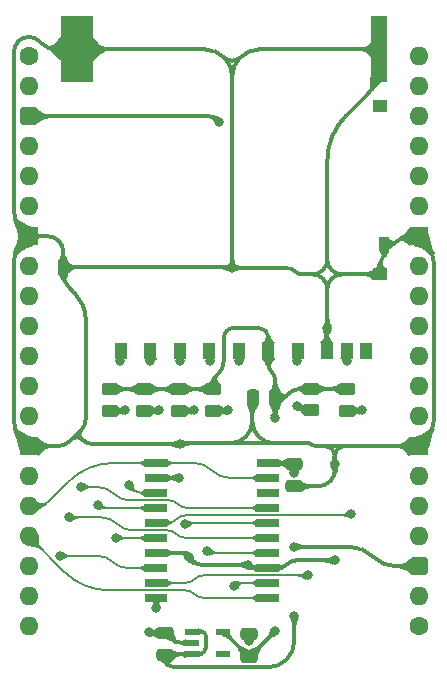
<source format=gtl>
%TF.GenerationSoftware,KiCad,Pcbnew,8.0.7*%
%TF.CreationDate,2025-01-27T12:23:13+02:00*%
%TF.ProjectId,SD Card Full Socket,53442043-6172-4642-9046-756c6c20536f,V1*%
%TF.SameCoordinates,Original*%
%TF.FileFunction,Copper,L1,Top*%
%TF.FilePolarity,Positive*%
%FSLAX46Y46*%
G04 Gerber Fmt 4.6, Leading zero omitted, Abs format (unit mm)*
G04 Created by KiCad (PCBNEW 8.0.7) date 2025-01-27 12:23:13*
%MOMM*%
%LPD*%
G01*
G04 APERTURE LIST*
G04 Aperture macros list*
%AMRoundRect*
0 Rectangle with rounded corners*
0 $1 Rounding radius*
0 $2 $3 $4 $5 $6 $7 $8 $9 X,Y pos of 4 corners*
0 Add a 4 corners polygon primitive as box body*
4,1,4,$2,$3,$4,$5,$6,$7,$8,$9,$2,$3,0*
0 Add four circle primitives for the rounded corners*
1,1,$1+$1,$2,$3*
1,1,$1+$1,$4,$5*
1,1,$1+$1,$6,$7*
1,1,$1+$1,$8,$9*
0 Add four rect primitives between the rounded corners*
20,1,$1+$1,$2,$3,$4,$5,0*
20,1,$1+$1,$4,$5,$6,$7,0*
20,1,$1+$1,$6,$7,$8,$9,0*
20,1,$1+$1,$8,$9,$2,$3,0*%
G04 Aperture macros list end*
%TA.AperFunction,SMDPad,CuDef*%
%ADD10RoundRect,0.250000X0.450000X-0.262500X0.450000X0.262500X-0.450000X0.262500X-0.450000X-0.262500X0*%
%TD*%
%TA.AperFunction,SMDPad,CuDef*%
%ADD11RoundRect,0.250000X0.250000X0.475000X-0.250000X0.475000X-0.250000X-0.475000X0.250000X-0.475000X0*%
%TD*%
%TA.AperFunction,SMDPad,CuDef*%
%ADD12RoundRect,0.250000X0.475000X-0.250000X0.475000X0.250000X-0.475000X0.250000X-0.475000X-0.250000X0*%
%TD*%
%TA.AperFunction,SMDPad,CuDef*%
%ADD13R,1.100000X1.400000*%
%TD*%
%TA.AperFunction,SMDPad,CuDef*%
%ADD14R,1.000000X1.400000*%
%TD*%
%TA.AperFunction,SMDPad,CuDef*%
%ADD15R,1.200000X1.000000*%
%TD*%
%TA.AperFunction,SMDPad,CuDef*%
%ADD16R,0.900000X1.200000*%
%TD*%
%TA.AperFunction,SMDPad,CuDef*%
%ADD17R,1.350000X5.600000*%
%TD*%
%TA.AperFunction,SMDPad,CuDef*%
%ADD18R,2.800000X5.600000*%
%TD*%
%TA.AperFunction,ComponentPad*%
%ADD19C,1.600000*%
%TD*%
%TA.AperFunction,ComponentPad*%
%ADD20O,1.600000X1.600000*%
%TD*%
%TA.AperFunction,ComponentPad*%
%ADD21RoundRect,0.400000X0.400000X0.400000X-0.400000X0.400000X-0.400000X-0.400000X0.400000X-0.400000X0*%
%TD*%
%TA.AperFunction,ComponentPad*%
%ADD22R,1.600000X1.600000*%
%TD*%
%TA.AperFunction,SMDPad,CuDef*%
%ADD23R,1.950000X0.650000*%
%TD*%
%TA.AperFunction,SMDPad,CuDef*%
%ADD24R,1.150000X0.600000*%
%TD*%
%TA.AperFunction,SMDPad,CuDef*%
%ADD25RoundRect,0.250000X-0.475000X0.250000X-0.475000X-0.250000X0.475000X-0.250000X0.475000X0.250000X0*%
%TD*%
%TA.AperFunction,ComponentPad*%
%ADD26RoundRect,0.400000X-0.400000X-0.400000X0.400000X-0.400000X0.400000X0.400000X-0.400000X0.400000X0*%
%TD*%
%TA.AperFunction,ViaPad*%
%ADD27C,0.800000*%
%TD*%
%TA.AperFunction,Conductor*%
%ADD28C,0.380000*%
%TD*%
%TA.AperFunction,Conductor*%
%ADD29C,0.200000*%
%TD*%
G04 APERTURE END LIST*
D10*
%TO.P,R6,1*%
%TO.N,Net-(IC2-2B1)*%
X23866000Y-29972000D03*
%TO.P,R6,2*%
%TO.N,/3.3V*%
X23866000Y-28147000D03*
%TD*%
D11*
%TO.P,C3,1*%
%TO.N,/3.3V*%
X20873000Y-28956000D03*
%TO.P,C3,2*%
%TO.N,GND*%
X18973000Y-28956000D03*
%TD*%
D10*
%TO.P,R4,1*%
%TO.N,Net-(IC2-1B3)*%
X12690000Y-29995500D03*
%TO.P,R4,2*%
%TO.N,/3.3V*%
X12690000Y-28170500D03*
%TD*%
%TO.P,R1,1*%
%TO.N,Net-(IC2-2B4)*%
X6848000Y-29995500D03*
%TO.P,R1,2*%
%TO.N,/3.3V*%
X6848000Y-28170500D03*
%TD*%
D12*
%TO.P,C1,1*%
%TO.N,5V*%
X11557000Y-50718000D03*
%TO.P,C1,2*%
%TO.N,GND*%
X11557000Y-48818000D03*
%TD*%
D10*
%TO.P,R2,1*%
%TO.N,Net-(IC2-2B3)*%
X26914000Y-29995500D03*
%TO.P,R2,2*%
%TO.N,/3.3V*%
X26914000Y-28170500D03*
%TD*%
D13*
%TO.P,J1,1,DAT2*%
%TO.N,Net-(IC2-1B2)*%
X10290000Y-24910000D03*
%TO.P,J1,2,CD/DAT3*%
%TO.N,Net-(IC2-1B3)*%
X12790000Y-24910000D03*
%TO.P,J1,3,CMD*%
%TO.N,Net-(IC2-1B4)*%
X15290000Y-24910000D03*
%TO.P,J1,4,VSS*%
%TO.N,GND*%
X17790000Y-24910000D03*
%TO.P,J1,5,VDD*%
%TO.N,/3.3V*%
X20290000Y-24910000D03*
%TO.P,J1,6,CLK*%
%TO.N,Net-(IC2-2B1)*%
X22790000Y-24910000D03*
%TO.P,J1,7,VSS*%
%TO.N,GND*%
X25215000Y-24910000D03*
%TO.P,J1,8,DAT0*%
%TO.N,Net-(IC2-2B3)*%
X26915000Y-24910000D03*
%TO.P,J1,9,DAT1*%
%TO.N,Net-(IC2-2B4)*%
X7790000Y-24910000D03*
D14*
%TO.P,J1,CD1,CARD_DETECT_SW*%
%TO.N,unconnected-(J1-CARD_DETECT_SW-PadCD1)*%
X28520000Y-24910000D03*
D15*
%TO.P,J1,G1,TERMINAL_GND*%
%TO.N,GND*%
X29760000Y-18460000D03*
D16*
%TO.P,J1,G2,SHELL_GND_1*%
X30110000Y-15860000D03*
D17*
%TO.P,J1,G3,SHELL_GND_2*%
X29685000Y590000D03*
D18*
%TO.P,J1,G4,SHELL_GND_3*%
X4060000Y590000D03*
D16*
%TO.P,J1,G5,SHELL_GND_4*%
X2910000Y-17860000D03*
D15*
%TO.P,J1,WP1,WRITE_PROTECT_SW*%
%TO.N,unconnected-(J1-WRITE_PROTECT_SW-PadWP1)*%
X29760000Y-4210000D03*
%TD*%
D10*
%TO.P,R3,1*%
%TO.N,Net-(IC2-1B4)*%
X15611000Y-29995500D03*
%TO.P,R3,2*%
%TO.N,/3.3V*%
X15611000Y-28170500D03*
%TD*%
D19*
%TO.P,J6,1,Pin_1*%
%TO.N,unconnected-(J6-Pin_1-Pad1)*%
X33020000Y-48260000D03*
D20*
%TO.P,J6,2,Pin_2*%
%TO.N,unconnected-(J6-Pin_2-Pad2)*%
X33020000Y-45720000D03*
D21*
%TO.P,J6,3,Pin_3*%
%TO.N,5V*%
X33020000Y-43180000D03*
D20*
%TO.P,J6,4,Pin_4*%
%TO.N,unconnected-(J6-Pin_4-Pad4)*%
X33020000Y-40640000D03*
%TO.P,J6,5,Pin_5*%
%TO.N,unconnected-(J6-Pin_5-Pad5)*%
X33020000Y-38100000D03*
%TO.P,J6,6,Pin_6*%
%TO.N,unconnected-(J6-Pin_6-Pad6)*%
X33020000Y-35560000D03*
D22*
%TO.P,J6,7,Pin_7*%
%TO.N,GND*%
X33020000Y-33020000D03*
D20*
%TO.P,J6,8,Pin_8*%
%TO.N,unconnected-(J6-Pin_8-Pad8)*%
X33020000Y-30480000D03*
%TO.P,J6,9,Pin_9*%
%TO.N,unconnected-(J6-Pin_9-Pad9)*%
X33020000Y-27940000D03*
%TO.P,J6,10,Pin_10*%
%TO.N,unconnected-(J6-Pin_10-Pad10)*%
X33020000Y-25400000D03*
%TO.P,J6,11,Pin_11*%
%TO.N,unconnected-(J6-Pin_11-Pad11)*%
X33020000Y-22860000D03*
%TO.P,J6,12,Pin_12*%
%TO.N,unconnected-(J6-Pin_12-Pad12)*%
X33020000Y-20320000D03*
%TO.P,J6,13,Pin_13*%
%TO.N,unconnected-(J6-Pin_13-Pad13)*%
X33020000Y-17780000D03*
D22*
%TO.P,J6,14,Pin_14*%
%TO.N,GND*%
X33020000Y-15240000D03*
D20*
%TO.P,J6,15,Pin_15*%
%TO.N,unconnected-(J6-Pin_15-Pad15)*%
X33020000Y-12700000D03*
%TO.P,J6,16,Pin_16*%
%TO.N,unconnected-(J6-Pin_16-Pad16)*%
X33020000Y-10160000D03*
%TO.P,J6,17,Pin_17*%
%TO.N,unconnected-(J6-Pin_17-Pad17)*%
X33020000Y-7620000D03*
%TO.P,J6,18,Pin_18*%
%TO.N,unconnected-(J6-Pin_18-Pad18)*%
X33020000Y-5080000D03*
%TO.P,J6,19,Pin_19*%
%TO.N,unconnected-(J6-Pin_19-Pad19)*%
X33020000Y-2540000D03*
%TO.P,J6,20,Pin_20*%
%TO.N,unconnected-(J6-Pin_20-Pad20)*%
X33020000Y0D03*
%TD*%
D12*
%TO.P,C2,1*%
%TO.N,/3.3V*%
X18669000Y-50845000D03*
%TO.P,C2,2*%
%TO.N,GND*%
X18669000Y-48945000D03*
%TD*%
D23*
%TO.P,IC2,1,1~{OE}*%
%TO.N,~{SD Card Enable}*%
X10769000Y-34417000D03*
%TO.P,IC2,2,1A1*%
%TO.N,GND*%
X10769000Y-35687000D03*
%TO.P,IC2,3,2B4*%
%TO.N,Net-(IC2-2B4)*%
X10769000Y-36957000D03*
%TO.P,IC2,4,1A2*%
%TO.N,DAT2*%
X10769000Y-38227000D03*
%TO.P,IC2,5,2B3*%
%TO.N,Net-(IC2-2B3)*%
X10769000Y-39497000D03*
%TO.P,IC2,6,1A3*%
%TO.N,DAT3*%
X10769000Y-40767000D03*
%TO.P,IC2,7,2B2*%
%TO.N,GND*%
X10769000Y-42037000D03*
%TO.P,IC2,8,1A4*%
%TO.N,SD CMD*%
X10769000Y-43307000D03*
%TO.P,IC2,9,2B1*%
%TO.N,Net-(IC2-2B1)*%
X10769000Y-44577000D03*
%TO.P,IC2,10,GND*%
%TO.N,GND*%
X10769000Y-45847000D03*
%TO.P,IC2,11,2A1*%
%TO.N,SD CLK*%
X20219000Y-45847000D03*
%TO.P,IC2,12,1B4*%
%TO.N,Net-(IC2-1B4)*%
X20219000Y-44577000D03*
%TO.P,IC2,13,2A2*%
%TO.N,GND*%
X20219000Y-43307000D03*
%TO.P,IC2,14,1B3*%
%TO.N,Net-(IC2-1B3)*%
X20219000Y-42037000D03*
%TO.P,IC2,15,2A3*%
%TO.N,DAT0*%
X20219000Y-40767000D03*
%TO.P,IC2,16,1B2*%
%TO.N,Net-(IC2-1B2)*%
X20219000Y-39497000D03*
%TO.P,IC2,17,2A4*%
%TO.N,DAT1*%
X20219000Y-38227000D03*
%TO.P,IC2,18,1B1*%
%TO.N,unconnected-(IC2-1B1-Pad18)*%
X20219000Y-36957000D03*
%TO.P,IC2,19,2~{OE}*%
%TO.N,~{SD Card Enable}*%
X20219000Y-35687000D03*
%TO.P,IC2,20,5V*%
%TO.N,5V*%
X20219000Y-34417000D03*
%TD*%
D24*
%TO.P,IC1,1,6VIn*%
%TO.N,5V*%
X13813000Y-48707000D03*
%TO.P,IC1,2,GND*%
%TO.N,GND*%
X13813000Y-49657000D03*
%TO.P,IC1,3,EN*%
%TO.N,5V*%
X13813000Y-50607000D03*
%TO.P,IC1,4,ADJ*%
%TO.N,unconnected-(IC1-ADJ-Pad4)*%
X16413000Y-50607000D03*
%TO.P,IC1,5,3.3VOut*%
%TO.N,/3.3V*%
X16413000Y-48707000D03*
%TD*%
D25*
%TO.P,C4,1*%
%TO.N,5V*%
X22479000Y-34499000D03*
%TO.P,C4,2*%
%TO.N,GND*%
X22479000Y-36399000D03*
%TD*%
D19*
%TO.P,J5,1,Pin_1*%
%TO.N,unconnected-(J5-Pin_1-Pad1)*%
X0Y0D03*
D20*
%TO.P,J5,2,Pin_2*%
%TO.N,unconnected-(J5-Pin_2-Pad2)*%
X0Y-2540000D03*
D26*
%TO.P,J5,3,Pin_3*%
%TO.N,5V*%
X0Y-5080000D03*
D20*
%TO.P,J5,4,Pin_4*%
%TO.N,unconnected-(J5-Pin_4-Pad4)*%
X0Y-7620000D03*
%TO.P,J5,5,Pin_5*%
%TO.N,unconnected-(J5-Pin_5-Pad5)*%
X0Y-10160000D03*
%TO.P,J5,6,Pin_6*%
%TO.N,unconnected-(J5-Pin_6-Pad6)*%
X0Y-12700000D03*
D22*
%TO.P,J5,7,Pin_7*%
%TO.N,GND*%
X0Y-15240000D03*
D20*
%TO.P,J5,8,Pin_8*%
%TO.N,unconnected-(J5-Pin_8-Pad8)*%
X0Y-17780000D03*
%TO.P,J5,9,Pin_9*%
%TO.N,unconnected-(J5-Pin_9-Pad9)*%
X0Y-20320000D03*
%TO.P,J5,10,Pin_10*%
%TO.N,DAT3*%
X0Y-22860000D03*
%TO.P,J5,11,Pin_11*%
%TO.N,DAT2*%
X0Y-25400000D03*
%TO.P,J5,12,Pin_12*%
%TO.N,DAT1*%
X0Y-27940000D03*
%TO.P,J5,13,Pin_13*%
%TO.N,DAT0*%
X0Y-30480000D03*
D22*
%TO.P,J5,14,Pin_14*%
%TO.N,GND*%
X0Y-33020000D03*
D20*
%TO.P,J5,15,Pin_15*%
%TO.N,SD CMD*%
X0Y-35560000D03*
%TO.P,J5,16,Pin_16*%
%TO.N,~{SD Card Enable}*%
X0Y-38100000D03*
%TO.P,J5,17,Pin_17*%
%TO.N,SD CLK*%
X0Y-40640000D03*
%TO.P,J5,18,Pin_18*%
%TO.N,unconnected-(J5-Pin_18-Pad18)*%
X0Y-43180000D03*
%TO.P,J5,19,Pin_19*%
%TO.N,unconnected-(J5-Pin_19-Pad19)*%
X0Y-45720000D03*
%TO.P,J5,20,Pin_20*%
%TO.N,unconnected-(J5-Pin_20-Pad20)*%
X0Y-48260000D03*
%TD*%
D10*
%TO.P,R5,1*%
%TO.N,Net-(IC2-1B2)*%
X9769000Y-29995500D03*
%TO.P,R5,2*%
%TO.N,/3.3V*%
X9769000Y-28170500D03*
%TD*%
D27*
%TO.N,/3.3V*%
X20828000Y-30607000D03*
X20828000Y-48641000D03*
%TO.N,Net-(IC2-1B3)*%
X13970000Y-29972000D03*
X15113000Y-41910002D03*
X12827000Y-25781000D03*
%TO.N,SD CMD*%
X2667000Y-42291000D03*
%TO.N,5V*%
X22479000Y-47371000D03*
X16129000Y-5588000D03*
X22479000Y-41529000D03*
X22479000Y-35299000D03*
%TO.N,Net-(IC2-1B4)*%
X16891000Y-29972000D03*
X17399000Y-44831000D03*
X15367000Y-25781000D03*
%TO.N,DAT2*%
X5842000Y-37973000D03*
%TO.N,DAT3*%
X7366000Y-40767000D03*
%TO.N,GND*%
X10795000Y-46736000D03*
X25908000Y-34544000D03*
X18669000Y-49530000D03*
X17780000Y-25781000D03*
X12699998Y-35686998D03*
X13589000Y-42418000D03*
X17225001Y-17906991D03*
X18542000Y-43053000D03*
X10160000Y-48768000D03*
X25908000Y-42671992D03*
X12763500Y-32829500D03*
X25273000Y-22987000D03*
%TO.N,DAT1*%
X4445000Y-36449000D03*
%TO.N,Net-(IC2-2B3)*%
X28194000Y-29972000D03*
X27305000Y-38735000D03*
X26924000Y-25781000D03*
%TO.N,DAT0*%
X3380000Y-39040179D03*
%TO.N,Net-(IC2-1B2)*%
X13236331Y-39602000D03*
X11049000Y-29972000D03*
X10287000Y-25781000D03*
%TO.N,Net-(IC2-2B4)*%
X8128008Y-29971992D03*
X8509000Y-36322000D03*
X7747001Y-25781001D03*
%TO.N,Net-(IC2-2B1)*%
X23622000Y-43942000D03*
X22733000Y-29591000D03*
X22732996Y-25781000D03*
%TD*%
D28*
%TO.N,GND*%
X3868000Y-19997000D02*
G75*
G02*
X4825998Y-22309816I-2312830J-2312820D01*
G01*
X24025500Y-18460000D02*
G75*
G03*
X25273000Y-17212500I0J1247500D01*
G01*
X25273000Y-19707500D02*
G75*
G03*
X24025500Y-18460000I-1247500J0D01*
G01*
X26520500Y-18460000D02*
G75*
G03*
X25273000Y-19707500I0J-1247500D01*
G01*
X25273000Y-17212500D02*
G75*
G03*
X26520500Y-18460000I1247500J0D01*
G01*
X-635000Y-15875000D02*
G75*
G03*
X-635000Y-14605000I-634999J635000D01*
G01*
X898025Y-15240000D02*
G75*
G03*
X-635000Y-15875000I-2J-2168019D01*
G01*
X-635000Y-14605000D02*
G75*
G03*
X898025Y-15240000I1533028J1533030D01*
G01*
X22658026Y-42671992D02*
G75*
G03*
X21891495Y-42989487I-26J-1084008D01*
G01*
X33655000Y-32385000D02*
G75*
G02*
X32121974Y-33019989I-1533000J1533000D01*
G01*
X11976500Y-49237500D02*
G75*
G03*
X10963737Y-48817985I-1012800J-1012800D01*
G01*
X13398500Y-42227500D02*
G75*
G03*
X12938592Y-42037003I-459900J-459900D01*
G01*
X1038499Y1120499D02*
G75*
G03*
X2319240Y589999I1280741J1280741D01*
G01*
X16548999Y-86000D02*
G75*
G03*
X14916990Y589996I-1631999J-1632000D01*
G01*
X17201505Y-17883495D02*
G75*
G03*
X17144782Y-17860007I-56705J-56705D01*
G01*
X25488499Y-35979499D02*
G75*
G02*
X24475737Y-36399014I-1012799J1012799D01*
G01*
X30110000Y-16674512D02*
G75*
G02*
X29934996Y-17096996I-597500J12D01*
G01*
X21891504Y-42989496D02*
G75*
G02*
X21124981Y-43306995I-766504J766496D01*
G01*
X31870210Y-15352000D02*
G75*
G03*
X31256997Y-15605997I-10J-867200D01*
G01*
X11976500Y-49237500D02*
G75*
G03*
X12989262Y-49657015I1012800J1012800D01*
G01*
X25244000Y-23015999D02*
G75*
G03*
X25215004Y-23086010I70000J-70001D01*
G01*
X24003000Y-32893000D02*
G75*
G03*
X23696394Y-32766002I-306600J-306600D01*
G01*
X22501495Y-18183495D02*
G75*
G03*
X21833952Y-17907012I-667495J-667505D01*
G01*
X4445000Y-32385000D02*
G75*
G03*
X3683000Y-32385000I-381000J-380998D01*
G01*
X4445000Y-31623000D02*
G75*
G03*
X4445000Y-32385000I381000J-381000D01*
G01*
X-1270000Y-30851974D02*
G75*
G03*
X-635001Y-32385001I2168040J4D01*
G01*
X13906500Y-42735500D02*
G75*
G03*
X14673012Y-43052995I766500J766500D01*
G01*
X2534500Y-15615500D02*
G75*
G03*
X1627962Y-15239999I-906540J-906540D01*
G01*
X18669000Y-43180000D02*
G75*
G03*
X18975605Y-43306998I306600J306600D01*
G01*
X3556000Y-32512000D02*
G75*
G02*
X2329579Y-33020000I-1226420J1226420D01*
G01*
X-635000Y-15875000D02*
G75*
G03*
X-1270002Y-17408025I1533030J-1533030D01*
G01*
X17790000Y-25763928D02*
G75*
G02*
X17784992Y-25775992I-17100J28D01*
G01*
X2910000Y-18449500D02*
G75*
G03*
X3326835Y-19455843I1423200J0D01*
G01*
X-1270000Y-13071974D02*
G75*
G03*
X-635001Y-14605001I2168040J4D01*
G01*
X10185000Y-48793000D02*
G75*
G03*
X10245355Y-48818018I60400J60400D01*
G01*
X12871901Y-32766000D02*
G75*
G03*
X12795250Y-32797750I-1J-108400D01*
G01*
X4826000Y-30703184D02*
G75*
G02*
X4444999Y-31622999I-1300820J4D01*
G01*
X-888999Y1269999D02*
G75*
G03*
X-1270003Y350184I919809J-919819D01*
G01*
X24003000Y-32893000D02*
G75*
G03*
X24309605Y-33019998I306600J306600D01*
G01*
X17043000Y-32766000D02*
G75*
G03*
X18923000Y-30886000I0J1880000D01*
G01*
X18923000Y-30886000D02*
G75*
G03*
X20803000Y-32766000I1880000J0D01*
G01*
X17224999Y-1718008D02*
G75*
G03*
X16549001Y-85998I-2307999J8D01*
G01*
X17900999Y-86000D02*
G75*
G03*
X17225003Y-1718008I1632001J-1632000D01*
G01*
X16548999Y-86000D02*
G75*
G03*
X17900999Y-86000I676000J676001D01*
G01*
X4476750Y-32416750D02*
G75*
G03*
X5473216Y-32829493I996450J996450D01*
G01*
X31257000Y-15606000D02*
G75*
G02*
X30643789Y-15859996I-613200J613200D01*
G01*
X26866792Y-5010206D02*
G75*
G03*
X25272988Y-8857963I3847808J-3847794D01*
G01*
X0Y1651000D02*
G75*
G03*
X-867210Y1291789I2J-1226423D01*
G01*
X19533007Y589999D02*
G75*
G03*
X17900998Y-85999I-7J-2307999D01*
G01*
X22501495Y-18183495D02*
G75*
G03*
X23169037Y-18459958I667505J667595D01*
G01*
X34290000Y-30851974D02*
G75*
G02*
X33655008Y-32385008I-2168000J-26D01*
G01*
X29685000Y-801000D02*
G75*
G02*
X28701420Y-3175591I-3358200J0D01*
G01*
X25908000Y-35052000D02*
G75*
G02*
X25548785Y-35919206I-1226400J0D01*
G01*
X29685000Y-801000D02*
G75*
G03*
X28294000Y590000I-1391000J0D01*
G01*
X25908000Y-33782000D02*
G75*
G03*
X25146000Y-33020000I-762000J0D01*
G01*
X26670000Y-33020000D02*
G75*
G03*
X25908000Y-33782000I0J-762000D01*
G01*
X867210Y1291789D02*
G75*
G03*
X0Y1651000I-867212J-867212D01*
G01*
X33655000Y-15875000D02*
G75*
G02*
X34289989Y-17408025I-1533000J-1533000D01*
G01*
X29935000Y-17097000D02*
G75*
G03*
X29759995Y-17519487I422500J-422500D01*
G01*
X2534500Y-15615500D02*
G75*
G02*
X2910001Y-16522037I-906540J-906540D01*
G01*
X3683000Y-32385000D02*
X4445000Y-31623000D01*
X20803000Y-32766000D02*
X17043000Y-32766000D01*
X25146000Y-33020000D02*
X26670000Y-33020000D01*
%TO.N,5V*%
X11770500Y-51521500D02*
G75*
G03*
X12285934Y-51734986I515400J515400D01*
G01*
X14877000Y-48816000D02*
G75*
G03*
X14613850Y-48706979I-263200J-263200D01*
G01*
X14877000Y-48816000D02*
G75*
G02*
X14986021Y-49079149I-263200J-263200D01*
G01*
X29146500Y-42354500D02*
G75*
G03*
X31139435Y-43179986I1992900J1992900D01*
G01*
X14986000Y-50069261D02*
G75*
G02*
X14828511Y-50449511I-537700J-39D01*
G01*
X22479000Y-49488447D02*
G75*
G02*
X21820998Y-51076998I-2246560J7D01*
G01*
X14828500Y-50449500D02*
G75*
G02*
X14448261Y-50606984I-380200J380200D01*
G01*
X29146500Y-42354500D02*
G75*
G03*
X27153565Y-41529014I-1992900J-1992900D01*
G01*
X21821000Y-51077000D02*
G75*
G02*
X20232447Y-51735020I-1588600J1588600D01*
G01*
X15875000Y-5334000D02*
G75*
G03*
X15261789Y-5080004I-613200J-613200D01*
G01*
X11557000Y-51013000D02*
G75*
G03*
X11765595Y-51516597I712200J0D01*
G01*
%TO.N,/3.3V*%
X20828000Y-48663500D02*
G75*
G02*
X20812086Y-48701905I-54300J0D01*
G01*
X20290000Y-26055756D02*
G75*
G03*
X20581487Y-26759513I995200J-44D01*
G01*
X17377210Y-22987000D02*
G75*
G03*
X16763997Y-23240997I-10J-867200D01*
G01*
X15913464Y-27012535D02*
G75*
G03*
X15611041Y-27742750I730236J-730165D01*
G01*
X20051000Y-23226000D02*
G75*
G02*
X20290001Y-23802997I-577000J-577000D01*
G01*
X21231500Y-28956000D02*
G75*
G03*
X20873000Y-29314500I0J-358500D01*
G01*
X20873000Y-28597500D02*
G75*
G03*
X21231500Y-28956000I358500J0D01*
G01*
X21843497Y-28702502D02*
G75*
G02*
X21231500Y-28955998I-611997J612002D01*
G01*
X16510000Y-25780311D02*
G75*
G02*
X16060497Y-26865497I-1534700J11D01*
G01*
X20581500Y-26759500D02*
G75*
G02*
X20872982Y-27463243I-703700J-703700D01*
G01*
X16764000Y-23241000D02*
G75*
G03*
X16510004Y-23854210I613200J-613200D01*
G01*
X20051000Y-23226000D02*
G75*
G03*
X19474002Y-22986999I-577000J-577000D01*
G01*
X22971049Y-28147000D02*
G75*
G03*
X21994486Y-28551486I-49J-1381000D01*
G01*
X20873000Y-30530180D02*
G75*
G02*
X20850506Y-30584506I-76800J-20D01*
G01*
D29*
%TO.N,Net-(IC2-2B1)*%
X22790001Y-25683686D02*
G75*
G02*
X22761503Y-25752502I-97301J-14D01*
G01*
X14800012Y-43942000D02*
G75*
G03*
X14033496Y-44259496I-12J-1084000D01*
G01*
X14033500Y-44259500D02*
G75*
G02*
X13266987Y-44576995I-766500J766500D01*
G01*
X22923500Y-29781500D02*
G75*
G03*
X23383407Y-29971997I459900J459900D01*
G01*
%TO.N,Net-(IC2-2B4)*%
X8826500Y-36639500D02*
G75*
G03*
X9593012Y-36956995I766500J766500D01*
G01*
X7790000Y-25707597D02*
G75*
G02*
X7768501Y-25759502I-73400J-3D01*
G01*
X8116254Y-29983746D02*
G75*
G02*
X8087877Y-29995493I-28354J28346D01*
G01*
%TO.N,Net-(IC2-1B2)*%
X13415577Y-39497000D02*
G75*
G03*
X13288852Y-39549521I23J-179200D01*
G01*
X10290000Y-25775878D02*
G75*
G02*
X10288506Y-25779506I-5100J-22D01*
G01*
%TO.N,SD CLK*%
X14033500Y-45529500D02*
G75*
G03*
X14800012Y-45846995I766500J766500D01*
G01*
X2978207Y-43618207D02*
G75*
G03*
X6825963Y-45212004I3847763J3847757D01*
G01*
X14033500Y-45529500D02*
G75*
G03*
X13266987Y-45212005I-766500J-766500D01*
G01*
%TO.N,DAT0*%
X12514500Y-40454500D02*
G75*
G03*
X11760058Y-40142017I-754400J-754400D01*
G01*
X7504752Y-39591089D02*
G75*
G03*
X6174736Y-39040180I-1330012J-1330011D01*
G01*
X7504752Y-39591089D02*
G75*
G03*
X8834768Y-40142030I1330048J1329989D01*
G01*
X12514500Y-40454500D02*
G75*
G03*
X13268941Y-40766983I754400J754400D01*
G01*
%TO.N,Net-(IC2-2B3)*%
X26915000Y-25765636D02*
G75*
G03*
X26919511Y-25776489I15400J36D01*
G01*
X13293083Y-38852000D02*
G75*
G03*
X12514505Y-39174505I17J-1101100D01*
G01*
X12514500Y-39174500D02*
G75*
G02*
X11735916Y-39497007I-778600J778600D01*
G01*
X27246500Y-38793500D02*
G75*
G02*
X27105268Y-38851987I-141200J141200D01*
G01*
%TO.N,DAT1*%
X7175500Y-37020500D02*
G75*
G03*
X8555223Y-37591990I1379700J1379700D01*
G01*
X12636500Y-37909500D02*
G75*
G03*
X11869987Y-37592005I-766500J-766500D01*
G01*
X12636500Y-37909500D02*
G75*
G03*
X13403012Y-38226995I766500J766500D01*
G01*
X7175500Y-37020500D02*
G75*
G03*
X5795776Y-36449004I-1379720J-1379730D01*
G01*
%TO.N,DAT2*%
X5969000Y-38100000D02*
G75*
G03*
X6275605Y-38226998I306600J306600D01*
G01*
%TO.N,Net-(IC2-1B4)*%
X15290000Y-25649552D02*
G75*
G03*
X15328486Y-25742514I131400J-48D01*
G01*
X17832605Y-44577000D02*
G75*
G03*
X17525998Y-44703998I-5J-433600D01*
G01*
%TO.N,SD CMD*%
X7112000Y-42799000D02*
G75*
G03*
X5885579Y-42291008I-1226400J-1226400D01*
G01*
X7112000Y-42799000D02*
G75*
G03*
X8338420Y-43306992I1226400J1226400D01*
G01*
%TO.N,Net-(IC2-1B3)*%
X12790000Y-25717837D02*
G75*
G03*
X12808511Y-25762489I63200J37D01*
G01*
X15176499Y-41973501D02*
G75*
G03*
X15329799Y-42037000I153301J153301D01*
G01*
%TO.N,~{SD Card Enable}*%
X1719012Y-37650987D02*
G75*
G02*
X635000Y-38099998I-1084012J1084017D01*
G01*
X7206963Y-34417000D02*
G75*
G03*
X3359206Y-36010791I-3J-5441550D01*
G01*
X15494000Y-35052000D02*
G75*
G03*
X17027025Y-35686989I1533000J1533000D01*
G01*
X15494000Y-35052000D02*
G75*
G03*
X13960974Y-34417011I-1533000J-1533000D01*
G01*
D28*
%TO.N,GND*%
X25273000Y-17212500D02*
X25273000Y-8857963D01*
X26866792Y-5010206D02*
X28701414Y-3175585D01*
X17224999Y-17906990D02*
X21833952Y-17906990D01*
X24025500Y-18460000D02*
X23169037Y-18460000D01*
X17225000Y-17906991D02*
X17225001Y-17906991D01*
X17224999Y-17906990D02*
X17225000Y-17906991D01*
X17225001Y-17906991D02*
X17201505Y-17883495D01*
X17144782Y-17860000D02*
X2910000Y-17860000D01*
X17224999Y-17906990D02*
X17224999Y-1718008D01*
X26520500Y-18460000D02*
X29760000Y-18460000D01*
X25273000Y-19707500D02*
X25273000Y-22987000D01*
X5473216Y-32829500D02*
X12763500Y-32829500D01*
X4445000Y-32385000D02*
X4476750Y-32416750D01*
X18923000Y-30886000D02*
X18923000Y-29006000D01*
%TO.N,/3.3V*%
X15913464Y-27012535D02*
X16060500Y-26865500D01*
X15611000Y-27742750D02*
X15611000Y-28170500D01*
X16510000Y-25780311D02*
X16510000Y-23854210D01*
X17377210Y-22987000D02*
X19474002Y-22987000D01*
X20873000Y-28597500D02*
X20873000Y-27463243D01*
X20290000Y-26055756D02*
X20290000Y-24910000D01*
X20290000Y-23802997D02*
X20290000Y-24910000D01*
D29*
%TO.N,SD CLK*%
X6825963Y-45212000D02*
X13266987Y-45212000D01*
X2978207Y-43618207D02*
X0Y-40640000D01*
X14800012Y-45847000D02*
X20219000Y-45847000D01*
D28*
%TO.N,GND*%
X24309605Y-33020000D02*
X25146000Y-33020000D01*
X25908000Y-34544000D02*
X25908000Y-33782000D01*
X32121974Y-33020000D02*
X26670000Y-33020000D01*
X23696394Y-32766000D02*
X20803000Y-32766000D01*
X25908000Y-34544000D02*
X25908000Y-35052000D01*
X25488499Y-35979499D02*
X25548789Y-35919210D01*
X24475737Y-36399000D02*
X22479000Y-36399000D01*
D29*
%TO.N,Net-(IC2-2B1)*%
X22923500Y-29781500D02*
X22733000Y-29591000D01*
D28*
%TO.N,GND*%
X12699996Y-35687000D02*
X10769000Y-35687000D01*
X12699996Y-35687000D02*
X12699998Y-35686998D01*
D29*
%TO.N,SD CMD*%
X2667000Y-42291000D02*
X5885579Y-42291000D01*
X8338420Y-43307000D02*
X11399000Y-43307000D01*
D28*
%TO.N,5V*%
X11770500Y-51521500D02*
X11765596Y-51516596D01*
X12285934Y-51735000D02*
X20232447Y-51735000D01*
X22479000Y-47371000D02*
X22479000Y-49488447D01*
X13813000Y-50607000D02*
X14448261Y-50607000D01*
X14986000Y-49079149D02*
X14986000Y-50069261D01*
X14613850Y-48707000D02*
X13813000Y-48707000D01*
D29*
%TO.N,DAT1*%
X13403012Y-38227000D02*
X20219000Y-38227000D01*
X8555223Y-37592000D02*
X11869987Y-37592000D01*
%TO.N,Net-(IC2-2B3)*%
X27305000Y-38735000D02*
X27246500Y-38793500D01*
X13293083Y-38852000D02*
X27105268Y-38852000D01*
X11735916Y-39497000D02*
X10769000Y-39497000D01*
%TO.N,DAT0*%
X3380000Y-39040179D02*
X6174736Y-39040179D01*
X13268941Y-40767000D02*
X20219000Y-40767000D01*
X11760058Y-40142000D02*
X8834768Y-40142000D01*
D28*
%TO.N,GND*%
X19533007Y589999D02*
X28294000Y589999D01*
X14916990Y589999D02*
X4060000Y590000D01*
X-888999Y1269999D02*
X-867210Y1291789D01*
X1038499Y1120499D02*
X867210Y1291789D01*
X2319240Y590000D02*
X4060000Y590000D01*
X-1270000Y-13071974D02*
X-1270000Y350184D01*
%TO.N,/3.3V*%
X23866000Y-28147000D02*
X22971049Y-28147000D01*
X20873000Y-29314500D02*
X20873000Y-30530180D01*
X20828000Y-30607000D02*
X20850500Y-30584500D01*
X9769000Y-28170500D02*
X6848000Y-28170500D01*
X20812090Y-48701909D02*
X18669000Y-50845000D01*
X21843497Y-28702502D02*
X21994500Y-28551500D01*
X18669000Y-50845000D02*
X16531000Y-48707000D01*
X15611000Y-28170500D02*
X12690000Y-28170500D01*
X9769000Y-28170500D02*
X12690000Y-28170500D01*
X20828000Y-48663500D02*
X20828000Y-48641000D01*
X23866000Y-28147000D02*
X26890500Y-28147000D01*
D29*
%TO.N,~{SD Card Enable}*%
X10769000Y-34417000D02*
X13960974Y-34417000D01*
X10769000Y-34417000D02*
X7206963Y-34417000D01*
X17027025Y-35687000D02*
X20219000Y-35687000D01*
X1719012Y-37650987D02*
X3359207Y-36010792D01*
%TO.N,Net-(IC2-1B3)*%
X12790000Y-25717837D02*
X12790000Y-24910000D01*
X15113000Y-41910002D02*
X15176499Y-41973501D01*
X12808500Y-25762500D02*
X12827000Y-25781000D01*
X13970000Y-29972000D02*
X12713500Y-29972000D01*
X15329799Y-42037000D02*
X20219000Y-42037000D01*
D28*
%TO.N,5V*%
X15261789Y-5080000D02*
X0Y-5080000D01*
X13813000Y-50607000D02*
X11668000Y-50607000D01*
X31139435Y-43180001D02*
X33020000Y-43180001D01*
X20219000Y-34417000D02*
X22397000Y-34417000D01*
X22479000Y-35299000D02*
X22479000Y-34499000D01*
X16129000Y-5588000D02*
X15875000Y-5334000D01*
X27153565Y-41529000D02*
X22479000Y-41529000D01*
D29*
%TO.N,Net-(IC2-1B4)*%
X17526000Y-44704000D02*
X17399000Y-44831000D01*
X15367000Y-25781000D02*
X15328500Y-25742500D01*
X16891000Y-29972000D02*
X15634500Y-29972000D01*
X15290000Y-25649552D02*
X15290000Y-24910000D01*
X17832605Y-44577000D02*
X20219000Y-44577000D01*
%TO.N,DAT2*%
X6275605Y-38227000D02*
X10769000Y-38227000D01*
X5842000Y-37973000D02*
X5969000Y-38100000D01*
%TO.N,DAT3*%
X7366000Y-40767000D02*
X10769000Y-40767000D01*
D28*
%TO.N,GND*%
X12795250Y-32797750D02*
X12763500Y-32829500D01*
X33655000Y-15875000D02*
X33020000Y-15240000D01*
X-1270000Y-30851974D02*
X-1270000Y-17408025D01*
X30110000Y-16674512D02*
X30110000Y-15860000D01*
X3868000Y-19997000D02*
X3326839Y-19455839D01*
X4826000Y-22309816D02*
X4826000Y-30703184D01*
X25244000Y-23015999D02*
X25273000Y-22987000D01*
X18669000Y-49530000D02*
X18669000Y-48945000D01*
X2910000Y-17860000D02*
X2910000Y-16522037D01*
X3683000Y-32385000D02*
X3556000Y-32512000D01*
X13589000Y-42418000D02*
X13398500Y-42227500D01*
X2329579Y-33020000D02*
X0Y-33020000D01*
X30110000Y-15860000D02*
X30643789Y-15860000D01*
X10160000Y-48768000D02*
X10185000Y-48793000D01*
X2910000Y-18449500D02*
X2910000Y-17860000D01*
X18975605Y-43307000D02*
X20219000Y-43307000D01*
X14673012Y-43053000D02*
X18542000Y-43053000D01*
X31870210Y-15352000D02*
X32908000Y-15352000D01*
X10795000Y-46736000D02*
X10795000Y-45873000D01*
X12871901Y-32766000D02*
X17043000Y-32766000D01*
X12989262Y-49657000D02*
X13813000Y-49657000D01*
X10963737Y-48818000D02*
X10245355Y-48818000D01*
X17790000Y-25763928D02*
X17790000Y-24910000D01*
X34290000Y-30851974D02*
X34290000Y-17408025D01*
X29760000Y-18460000D02*
X29760000Y-17519487D01*
X17785000Y-25776000D02*
X17780000Y-25781000D01*
X22658026Y-42671992D02*
X25908000Y-42671992D01*
X18669000Y-43180000D02*
X18542000Y-43053000D01*
X25215001Y-23086010D02*
X25215001Y-24402000D01*
X12938592Y-42037000D02*
X10769000Y-42037000D01*
X13589000Y-42418000D02*
X13906500Y-42735500D01*
X898025Y-15240000D02*
X1627962Y-15240000D01*
X21124981Y-43307000D02*
X20219000Y-43307000D01*
D29*
%TO.N,DAT1*%
X4445000Y-36449000D02*
X5795776Y-36449000D01*
%TO.N,Net-(IC2-2B3)*%
X28194000Y-29972000D02*
X26937500Y-29972000D01*
X26919500Y-25776500D02*
X26924000Y-25781000D01*
X26915000Y-25765636D02*
X26915000Y-24910000D01*
%TO.N,Net-(IC2-1B2)*%
X10290000Y-25775878D02*
X10290000Y-24910000D01*
X10287000Y-25781000D02*
X10288500Y-25779500D01*
X13415577Y-39497000D02*
X20219000Y-39497000D01*
X13288831Y-39549500D02*
X13236331Y-39602000D01*
X11049000Y-29972000D02*
X9792500Y-29972000D01*
%TO.N,Net-(IC2-2B4)*%
X9593012Y-36957000D02*
X10769000Y-36957000D01*
X8826500Y-36639500D02*
X8509000Y-36322000D01*
X7790000Y-25707597D02*
X7790000Y-24910000D01*
X8128008Y-29971992D02*
X8116254Y-29983746D01*
X7768500Y-25759501D02*
X7747001Y-25781001D01*
X8087877Y-29995500D02*
X6848000Y-29995500D01*
%TO.N,Net-(IC2-2B1)*%
X22790001Y-25683686D02*
X22790001Y-24402000D01*
X13266987Y-44577000D02*
X10769000Y-44577000D01*
X14800012Y-43942000D02*
X23622000Y-43942000D01*
X22761498Y-25752497D02*
X22732996Y-25781000D01*
D28*
%TO.N,GND*%
X-635000Y-32385000D02*
X0Y-33020000D01*
%TD*%
%TA.AperFunction,Conductor*%
%TO.N,GND*%
G36*
X32228279Y-32228303D02*
G01*
X32228831Y-32228820D01*
X33012711Y-33011722D01*
X33016143Y-33019993D01*
X33012721Y-33028268D01*
X33012711Y-33028278D01*
X32228831Y-33811179D01*
X32220556Y-33814601D01*
X32212285Y-33811169D01*
X32211768Y-33810617D01*
X32060002Y-33637639D01*
X32059999Y-33637636D01*
X31900002Y-33485456D01*
X31899998Y-33485453D01*
X31740005Y-33363457D01*
X31580007Y-33271638D01*
X31580005Y-33271637D01*
X31580003Y-33271636D01*
X31427503Y-33212886D01*
X31421015Y-33206714D01*
X31420009Y-33201968D01*
X31420009Y-32838030D01*
X31423436Y-32829757D01*
X31427499Y-32827114D01*
X31580007Y-32768361D01*
X31740005Y-32676542D01*
X31900003Y-32554542D01*
X32060001Y-32402361D01*
X32211768Y-32229381D01*
X32219800Y-32225423D01*
X32228279Y-32228303D01*
G37*
%TD.AperFunction*%
%TD*%
%TA.AperFunction,Conductor*%
%TO.N,GND*%
G36*
X12926702Y-41847299D02*
G01*
X13125967Y-41852295D01*
X13127100Y-41852380D01*
X13275731Y-41870877D01*
X13277480Y-41871232D01*
X13402948Y-41906982D01*
X13404133Y-41907390D01*
X13545846Y-41964927D01*
X13545909Y-41964953D01*
X13731436Y-42043920D01*
X13737706Y-42050313D01*
X13737674Y-42059137D01*
X13590895Y-42415823D01*
X13588334Y-42419659D01*
X13315930Y-42691103D01*
X13307650Y-42694515D01*
X13299383Y-42691074D01*
X13298145Y-42689608D01*
X13212391Y-42569354D01*
X13210980Y-42566716D01*
X13163020Y-42440181D01*
X13122710Y-42331213D01*
X13052616Y-42255420D01*
X12924110Y-42228925D01*
X12916700Y-42223898D01*
X12914773Y-42217466D01*
X12914773Y-41858996D01*
X12918200Y-41850723D01*
X12926473Y-41847296D01*
X12926702Y-41847299D01*
G37*
%TD.AperFunction*%
%TD*%
%TA.AperFunction,Conductor*%
%TO.N,GND*%
G36*
X21197665Y-42984390D02*
G01*
X21198690Y-42984969D01*
X21215790Y-42995792D01*
X21242600Y-43012762D01*
X21291201Y-43035874D01*
X21291202Y-43035874D01*
X21291203Y-43035875D01*
X21314069Y-43043149D01*
X21339801Y-43051337D01*
X21388402Y-43059149D01*
X21429215Y-43059285D01*
X21437475Y-43062740D01*
X21439983Y-43066508D01*
X21577093Y-43397522D01*
X21577093Y-43406476D01*
X21570761Y-43412808D01*
X21568833Y-43413418D01*
X21504735Y-43427726D01*
X21427061Y-43453163D01*
X21349366Y-43486707D01*
X21271688Y-43528345D01*
X21271678Y-43528351D01*
X21198400Y-43575272D01*
X21189585Y-43576847D01*
X21188964Y-43576693D01*
X20255019Y-43317629D01*
X20247963Y-43312116D01*
X20246872Y-43303228D01*
X20252385Y-43296172D01*
X20254439Y-43295258D01*
X21188732Y-42983756D01*
X21197665Y-42984390D01*
G37*
%TD.AperFunction*%
%TD*%
%TA.AperFunction,Conductor*%
%TO.N,GND*%
G36*
X12281305Y-48763265D02*
G01*
X12284847Y-48768567D01*
X12334479Y-48921893D01*
X12386946Y-49065374D01*
X12386961Y-49065414D01*
X12439442Y-49190336D01*
X12491923Y-49296657D01*
X12504692Y-49318000D01*
X12541673Y-49379814D01*
X12542980Y-49388673D01*
X12542760Y-49389437D01*
X12431469Y-49731941D01*
X12425654Y-49738750D01*
X12416726Y-49739452D01*
X12414423Y-49738418D01*
X12397248Y-49728346D01*
X12217651Y-49623022D01*
X12008330Y-49518866D01*
X12008321Y-49518862D01*
X11799011Y-49433312D01*
X11799013Y-49433312D01*
X11799009Y-49433311D01*
X11589688Y-49366355D01*
X11435880Y-49330824D01*
X11393103Y-49320942D01*
X11385813Y-49315741D01*
X11384336Y-49306909D01*
X11384691Y-49305683D01*
X11553527Y-48824871D01*
X11559501Y-48818201D01*
X11563630Y-48817086D01*
X12272785Y-48760507D01*
X12281305Y-48763265D01*
G37*
%TD.AperFunction*%
%TD*%
%TA.AperFunction,Conductor*%
%TO.N,GND*%
G36*
X-978962Y-31472399D02*
G01*
X-977441Y-31473445D01*
X-707399Y-31692947D01*
X-432729Y-31879610D01*
X-158058Y-32029673D01*
X116611Y-32143136D01*
X377760Y-32216216D01*
X384804Y-32221745D01*
X385874Y-32230636D01*
X385121Y-32232616D01*
X2389Y-33016600D01*
X-4319Y-33022530D01*
X-4330Y-33022534D01*
X-4339Y-33022537D01*
X-788091Y-33290590D01*
X-797028Y-33290025D01*
X-802947Y-33283306D01*
X-803194Y-33282490D01*
X-909831Y-32876109D01*
X-1019639Y-32494235D01*
X-1129478Y-32148866D01*
X-1239289Y-31840176D01*
X-1344172Y-31580293D01*
X-1344090Y-31571338D01*
X-1337701Y-31565064D01*
X-1336354Y-31564614D01*
X-987839Y-31471230D01*
X-978962Y-31472399D01*
G37*
%TD.AperFunction*%
%TD*%
%TA.AperFunction,Conductor*%
%TO.N,GND*%
G36*
X18832360Y-42779183D02*
G01*
X18833035Y-42779922D01*
X18917572Y-42880689D01*
X18918375Y-42881766D01*
X18980933Y-42976585D01*
X18980939Y-42976592D01*
X18980940Y-42976594D01*
X19040268Y-43051143D01*
X19122613Y-43099672D01*
X19244421Y-43115664D01*
X19252177Y-43120137D01*
X19254597Y-43127263D01*
X19254597Y-43484993D01*
X19251170Y-43493266D01*
X19242897Y-43496693D01*
X19242595Y-43496689D01*
X19078037Y-43492433D01*
X19077324Y-43492393D01*
X18952545Y-43481528D01*
X18952161Y-43481488D01*
X18844242Y-43468488D01*
X18752847Y-43460530D01*
X18718919Y-43457576D01*
X18566228Y-43453626D01*
X18553368Y-43453294D01*
X18545187Y-43449654D01*
X18541971Y-43441628D01*
X18541012Y-43057874D01*
X18544418Y-43049594D01*
X18815815Y-42779153D01*
X18824093Y-42775742D01*
X18832360Y-42779183D01*
G37*
%TD.AperFunction*%
%TD*%
%TA.AperFunction,Conductor*%
%TO.N,GND*%
G36*
X-788117Y-14969398D02*
G01*
X-4337Y-15237463D01*
X2379Y-15243380D01*
X70960Y-15383860D01*
X385120Y-16027383D01*
X385670Y-16036321D01*
X379739Y-16043030D01*
X377759Y-16043783D01*
X116611Y-16116862D01*
X116609Y-16116863D01*
X-158060Y-16230326D01*
X-432730Y-16380389D01*
X-707400Y-16567052D01*
X-977434Y-16786546D01*
X-986016Y-16789105D01*
X-987842Y-16788768D01*
X-1336352Y-16695385D01*
X-1343456Y-16689934D01*
X-1344625Y-16681056D01*
X-1344174Y-16679705D01*
X-1239290Y-16419821D01*
X-1129479Y-16111131D01*
X-1019640Y-15765761D01*
X-909831Y-15383887D01*
X-803194Y-14977507D01*
X-797779Y-14970375D01*
X-788907Y-14969160D01*
X-788117Y-14969398D01*
G37*
%TD.AperFunction*%
%TD*%
%TA.AperFunction,Conductor*%
%TO.N,GND*%
G36*
X2916732Y-17869512D02*
G01*
X2919530Y-17872180D01*
X3354701Y-18452928D01*
X3356920Y-18461604D01*
X3354647Y-18467031D01*
X3321286Y-18510851D01*
X3282560Y-18574600D01*
X3243847Y-18651199D01*
X3205123Y-18740702D01*
X3168395Y-18837803D01*
X3162263Y-18844329D01*
X3161067Y-18844791D01*
X2814896Y-18957268D01*
X2805969Y-18956566D01*
X2800656Y-18951040D01*
X2744474Y-18829197D01*
X2744474Y-18829196D01*
X2683928Y-18713487D01*
X2623399Y-18613409D01*
X2623393Y-18613400D01*
X2623391Y-18613398D01*
X2623388Y-18613392D01*
X2589279Y-18565787D01*
X2562850Y-18528898D01*
X2562842Y-18528889D01*
X2546999Y-18510859D01*
X2508279Y-18466795D01*
X2505393Y-18458320D01*
X2507383Y-18452512D01*
X2900484Y-17872630D01*
X2907961Y-17867706D01*
X2916732Y-17869512D01*
G37*
%TD.AperFunction*%
%TD*%
%TA.AperFunction,Conductor*%
%TO.N,GND*%
G36*
X-978962Y-13692399D02*
G01*
X-977441Y-13693445D01*
X-707399Y-13912947D01*
X-432729Y-14099610D01*
X-158058Y-14249673D01*
X116611Y-14363136D01*
X377760Y-14436216D01*
X384804Y-14441745D01*
X385874Y-14450636D01*
X385121Y-14452616D01*
X2389Y-15236600D01*
X-4319Y-15242530D01*
X-4330Y-15242534D01*
X-4339Y-15242537D01*
X-788091Y-15510590D01*
X-797028Y-15510025D01*
X-802947Y-15503306D01*
X-803194Y-15502490D01*
X-909831Y-15096109D01*
X-1019639Y-14714235D01*
X-1129478Y-14368866D01*
X-1239289Y-14060176D01*
X-1344172Y-13800293D01*
X-1344090Y-13791338D01*
X-1337701Y-13785064D01*
X-1336354Y-13784614D01*
X-987839Y-13691230D01*
X-978962Y-13692399D01*
G37*
%TD.AperFunction*%
%TD*%
%TA.AperFunction,Conductor*%
%TO.N,GND*%
G36*
X34007950Y-31471213D02*
G01*
X34356465Y-31564594D01*
X34363569Y-31570045D01*
X34364738Y-31578923D01*
X34364286Y-31580274D01*
X34259392Y-31840136D01*
X34149547Y-32148864D01*
X34039685Y-32494240D01*
X33929850Y-32876132D01*
X33823194Y-33282508D01*
X33817779Y-33289640D01*
X33808907Y-33290855D01*
X33808091Y-33290608D01*
X33024339Y-33022537D01*
X33017620Y-33016617D01*
X33017611Y-33016600D01*
X32949040Y-32876132D01*
X32634898Y-32232614D01*
X32634349Y-32223678D01*
X32640280Y-32216969D01*
X32642250Y-32216219D01*
X32903429Y-32143133D01*
X33178117Y-32029667D01*
X33452806Y-31879600D01*
X33727494Y-31692934D01*
X33997547Y-31473435D01*
X34006128Y-31470877D01*
X34007950Y-31471213D01*
G37*
%TD.AperFunction*%
%TD*%
%TA.AperFunction,Conductor*%
%TO.N,GND*%
G36*
X29022318Y651112D02*
G01*
X29675526Y591699D01*
X29683455Y587537D01*
X29686150Y580655D01*
X29831105Y-2203173D01*
X29828113Y-2211613D01*
X29825687Y-2213661D01*
X29701181Y-2292626D01*
X29701163Y-2292640D01*
X29570894Y-2403944D01*
X29570883Y-2403955D01*
X29440602Y-2543957D01*
X29310314Y-2712652D01*
X29187074Y-2899360D01*
X29179656Y-2904377D01*
X29170864Y-2902680D01*
X29170014Y-2902062D01*
X28887569Y-2676824D01*
X28883238Y-2668987D01*
X28883174Y-2667187D01*
X28908340Y-2066250D01*
X28933755Y-1430279D01*
X28943467Y-1176119D01*
X28959171Y-765198D01*
X28984585Y-71028D01*
X29009565Y639872D01*
X29013280Y648019D01*
X29021669Y651153D01*
X29022318Y651112D01*
G37*
%TD.AperFunction*%
%TD*%
%TA.AperFunction,Conductor*%
%TO.N,GND*%
G36*
X29018284Y1256076D02*
G01*
X29018807Y1255585D01*
X29677703Y598259D01*
X29681140Y589990D01*
X29677723Y581713D01*
X29491828Y395924D01*
X29018764Y-76868D01*
X29010490Y-80292D01*
X29002217Y-76863D01*
X29001757Y-76374D01*
X28974208Y-45448D01*
X28880465Y59788D01*
X28750930Y180941D01*
X28621395Y277830D01*
X28491860Y350455D01*
X28370070Y395924D01*
X28363519Y402028D01*
X28362465Y407078D01*
X28368622Y770844D01*
X28372188Y779058D01*
X28376155Y781579D01*
X28496998Y827617D01*
X28497009Y827623D01*
X28625249Y900609D01*
X28625251Y900610D01*
X28753499Y997731D01*
X28753499Y997732D01*
X28753502Y997734D01*
X28881751Y1118987D01*
X29001770Y1255042D01*
X29009813Y1258979D01*
X29018284Y1256076D01*
G37*
%TD.AperFunction*%
%TD*%
%TA.AperFunction,Conductor*%
%TO.N,GND*%
G36*
X33817027Y-14969954D02*
G01*
X33822947Y-14976673D01*
X33823194Y-14977489D01*
X33929850Y-15383863D01*
X34039685Y-15765755D01*
X34039690Y-15765772D01*
X34039693Y-15765781D01*
X34149540Y-16111113D01*
X34149545Y-16111128D01*
X34149546Y-16111130D01*
X34259391Y-16419858D01*
X34364285Y-16679720D01*
X34364204Y-16688674D01*
X34357815Y-16694948D01*
X34356464Y-16695400D01*
X34007953Y-16788779D01*
X33999075Y-16787610D01*
X33997545Y-16786557D01*
X33884836Y-16694948D01*
X33727493Y-16567060D01*
X33510877Y-16419858D01*
X33452804Y-16380394D01*
X33178121Y-16230332D01*
X33178112Y-16230328D01*
X32903433Y-16116867D01*
X32903425Y-16116864D01*
X32642260Y-16043783D01*
X32635216Y-16038254D01*
X32634146Y-16029363D01*
X32634899Y-16027383D01*
X33017612Y-15243397D01*
X33024317Y-15237469D01*
X33808091Y-14969389D01*
X33817027Y-14969954D01*
G37*
%TD.AperFunction*%
%TD*%
%TA.AperFunction,Conductor*%
%TO.N,5V*%
G36*
X15546030Y-4927770D02*
G01*
X15727085Y-4970691D01*
X15728260Y-4971036D01*
X15860204Y-5017651D01*
X15861376Y-5018138D01*
X15971890Y-5071263D01*
X15972096Y-5071365D01*
X16099620Y-5136424D01*
X16271741Y-5213803D01*
X16277881Y-5220320D01*
X16277763Y-5228924D01*
X16130875Y-5586017D01*
X16128311Y-5589856D01*
X15856083Y-5860957D01*
X15847803Y-5864367D01*
X15839537Y-5860923D01*
X15838202Y-5859318D01*
X15745769Y-5725400D01*
X15744194Y-5722125D01*
X15702413Y-5583244D01*
X15702252Y-5582648D01*
X15672045Y-5458188D01*
X15672044Y-5458186D01*
X15606954Y-5359716D01*
X15606953Y-5359715D01*
X15468914Y-5301389D01*
X15462627Y-5295013D01*
X15461993Y-5288331D01*
X15531898Y-4936878D01*
X15536872Y-4929435D01*
X15545654Y-4927688D01*
X15546030Y-4927770D01*
G37*
%TD.AperFunction*%
%TD*%
%TA.AperFunction,Conductor*%
%TO.N,5V*%
G36*
X11565441Y-50723516D02*
G01*
X12192356Y-51134024D01*
X12197400Y-51141423D01*
X12195735Y-51150221D01*
X12191509Y-51154105D01*
X12152536Y-51175162D01*
X12152529Y-51175167D01*
X12096293Y-51217217D01*
X12096284Y-51217224D01*
X12040049Y-51270939D01*
X11983792Y-51336343D01*
X11927555Y-51413391D01*
X11725575Y-51715683D01*
X11718130Y-51720658D01*
X11709347Y-51718911D01*
X11706520Y-51716247D01*
X11610813Y-51589871D01*
X11549367Y-51519556D01*
X11505197Y-51469010D01*
X11399573Y-51366740D01*
X11399568Y-51366735D01*
X11399566Y-51366734D01*
X11293948Y-51283068D01*
X11293946Y-51283067D01*
X11199135Y-51224658D01*
X11193889Y-51217401D01*
X11195311Y-51208560D01*
X11195828Y-51207792D01*
X11549605Y-50726376D01*
X11557265Y-50721739D01*
X11565441Y-50723516D01*
G37*
%TD.AperFunction*%
%TD*%
%TA.AperFunction,Conductor*%
%TO.N,/3.3V*%
G36*
X15633148Y-27078764D02*
G01*
X15633846Y-27079196D01*
X15856653Y-27228071D01*
X15936640Y-27281516D01*
X15940750Y-27286312D01*
X15993376Y-27399528D01*
X15993388Y-27399551D01*
X16047400Y-27500542D01*
X16101417Y-27586332D01*
X16155433Y-27656917D01*
X16155436Y-27656920D01*
X16165020Y-27666745D01*
X16200246Y-27702859D01*
X16203570Y-27711175D01*
X16200041Y-27719404D01*
X16198988Y-27720316D01*
X15619319Y-28164530D01*
X15610668Y-28166842D01*
X15603249Y-28162774D01*
X15230376Y-27719404D01*
X15186090Y-27666745D01*
X15183387Y-27658207D01*
X15187303Y-27650441D01*
X15267670Y-27579544D01*
X15356605Y-27481739D01*
X15445540Y-27364583D01*
X15534475Y-27228078D01*
X15617188Y-27083125D01*
X15624264Y-27077640D01*
X15633148Y-27078764D01*
G37*
%TD.AperFunction*%
%TD*%
%TA.AperFunction,Conductor*%
%TO.N,/3.3V*%
G36*
X21326999Y-28341728D02*
G01*
X21328686Y-28343199D01*
X21392766Y-28410916D01*
X21392772Y-28410922D01*
X21466605Y-28475479D01*
X21466615Y-28475486D01*
X21540439Y-28526568D01*
X21540441Y-28526568D01*
X21540443Y-28526570D01*
X21614279Y-28564192D01*
X21685344Y-28587440D01*
X21690136Y-28590446D01*
X21940784Y-28850854D01*
X21944052Y-28859191D01*
X21940468Y-28867398D01*
X21937753Y-28869348D01*
X21835908Y-28922320D01*
X21835894Y-28922328D01*
X21720185Y-29001108D01*
X21720181Y-29001111D01*
X21604451Y-29098506D01*
X21488727Y-29214496D01*
X21488718Y-29214505D01*
X21380288Y-29340611D01*
X21372296Y-29344650D01*
X21364200Y-29342192D01*
X20881098Y-28963603D01*
X20876700Y-28955803D01*
X20878801Y-28947585D01*
X21310676Y-28344429D01*
X21318278Y-28339698D01*
X21326999Y-28341728D01*
G37*
%TD.AperFunction*%
%TD*%
%TA.AperFunction,Conductor*%
%TO.N,Net-(IC2-2B1)*%
G36*
X23421762Y-29466061D02*
G01*
X23856368Y-29960935D01*
X23859252Y-29969413D01*
X23855298Y-29977447D01*
X23852484Y-29979277D01*
X23186929Y-30286734D01*
X23177981Y-30287093D01*
X23171917Y-30282010D01*
X23080468Y-30125303D01*
X23080442Y-30125261D01*
X22983631Y-29982462D01*
X22983630Y-29982460D01*
X22886817Y-29862750D01*
X22886813Y-29862745D01*
X22886810Y-29862742D01*
X22789988Y-29766116D01*
X22703844Y-29700696D01*
X22699328Y-29692963D01*
X22701602Y-29684302D01*
X22702640Y-29683112D01*
X22830435Y-29555317D01*
X22838707Y-29551891D01*
X22840389Y-29552013D01*
X22950869Y-29568148D01*
X23067152Y-29567472D01*
X23183434Y-29549139D01*
X23299717Y-29513148D01*
X23408071Y-29463157D01*
X23417017Y-29462804D01*
X23421762Y-29466061D01*
G37*
%TD.AperFunction*%
%TD*%
%TA.AperFunction,Conductor*%
%TO.N,Net-(IC2-2B1)*%
G36*
X23099660Y-29442828D02*
G01*
X23105986Y-29449167D01*
X23106347Y-29450168D01*
X23144582Y-29573468D01*
X23144863Y-29574555D01*
X23169218Y-29691886D01*
X23200513Y-29785121D01*
X23263195Y-29847281D01*
X23372267Y-29869947D01*
X23379669Y-29874985D01*
X23381583Y-29881686D01*
X23377270Y-30059615D01*
X23373643Y-30067802D01*
X23365289Y-30071028D01*
X23364741Y-30071001D01*
X23217205Y-30060486D01*
X23215955Y-30060329D01*
X23103895Y-30040060D01*
X23103304Y-30039937D01*
X23006449Y-30017204D01*
X23006434Y-30017201D01*
X22893453Y-29998656D01*
X22893438Y-29998654D01*
X22744114Y-29991530D01*
X22736014Y-29987712D01*
X22732972Y-29979872D01*
X22732710Y-29874985D01*
X22732020Y-29598821D01*
X22735426Y-29590542D01*
X22739252Y-29587980D01*
X23090707Y-29442819D01*
X23099660Y-29442828D01*
G37*
%TD.AperFunction*%
%TD*%
%TA.AperFunction,Conductor*%
%TO.N,Net-(IC2-2B3)*%
G36*
X11746033Y-39174934D02*
G01*
X11749114Y-39177166D01*
X11800566Y-39229123D01*
X11800572Y-39229129D01*
X11857145Y-39276128D01*
X11913718Y-39312999D01*
X11970291Y-39339741D01*
X12019839Y-39354292D01*
X12021494Y-39354778D01*
X12028466Y-39360397D01*
X12029006Y-39361527D01*
X12098528Y-39529365D01*
X12098528Y-39538319D01*
X12092196Y-39544651D01*
X12091268Y-39544991D01*
X12031515Y-39564013D01*
X12031511Y-39564015D01*
X11959644Y-39599939D01*
X11959630Y-39599947D01*
X11887758Y-39648919D01*
X11815880Y-39710942D01*
X11815877Y-39710945D01*
X11748931Y-39780862D01*
X11740734Y-39784467D01*
X11737162Y-39783990D01*
X10803754Y-39507933D01*
X10796792Y-39502300D01*
X10795852Y-39493395D01*
X10801485Y-39486433D01*
X10803364Y-39485616D01*
X11737101Y-39174300D01*
X11746033Y-39174934D01*
G37*
%TD.AperFunction*%
%TD*%
%TA.AperFunction,Conductor*%
%TO.N,DAT2*%
G36*
X6131947Y-37699595D02*
G01*
X6132943Y-37700735D01*
X6222644Y-37817880D01*
X6223861Y-37819845D01*
X6281521Y-37937512D01*
X6281531Y-37937532D01*
X6281536Y-37937541D01*
X6300305Y-37973000D01*
X6333464Y-38035642D01*
X6413190Y-38102370D01*
X6413191Y-38102370D01*
X6413192Y-38102371D01*
X6545092Y-38125313D01*
X6552655Y-38130107D01*
X6554786Y-38136840D01*
X6554786Y-38315611D01*
X6551359Y-38323884D01*
X6543402Y-38327307D01*
X6377806Y-38331783D01*
X6377792Y-38331784D01*
X6252446Y-38343191D01*
X6144539Y-38356781D01*
X6144138Y-38356825D01*
X6019358Y-38368182D01*
X6018613Y-38368226D01*
X5853986Y-38372676D01*
X5845623Y-38369474D01*
X5841974Y-38361296D01*
X5841970Y-38361009D01*
X5841960Y-38356825D01*
X5841012Y-37977874D01*
X5844418Y-37969594D01*
X6115401Y-37699565D01*
X6123680Y-37696154D01*
X6131947Y-37699595D01*
G37*
%TD.AperFunction*%
%TD*%
%TA.AperFunction,Conductor*%
%TO.N,Net-(IC2-1B4)*%
G36*
X17410910Y-44431321D02*
G01*
X17575642Y-44435774D01*
X17576326Y-44435815D01*
X17701175Y-44447178D01*
X17701496Y-44447213D01*
X17763741Y-44455051D01*
X17809445Y-44460807D01*
X17851758Y-44464658D01*
X17934800Y-44472216D01*
X18100401Y-44476692D01*
X18108579Y-44480341D01*
X18111785Y-44488388D01*
X18111785Y-44667159D01*
X18108358Y-44675432D01*
X18102090Y-44678686D01*
X17970190Y-44701628D01*
X17890464Y-44768356D01*
X17890463Y-44768358D01*
X17855484Y-44834441D01*
X17838528Y-44866474D01*
X17780858Y-44984156D01*
X17779641Y-44986120D01*
X17689947Y-45103258D01*
X17682197Y-45107743D01*
X17673545Y-45105434D01*
X17672404Y-45104438D01*
X17401452Y-44834440D01*
X17398012Y-44826174D01*
X17398012Y-44826124D01*
X17398157Y-44768358D01*
X17398970Y-44442989D01*
X17402418Y-44434725D01*
X17410699Y-44431319D01*
X17410910Y-44431321D01*
G37*
%TD.AperFunction*%
%TD*%
%TA.AperFunction,Conductor*%
%TO.N,~{SD Card Enable}*%
G36*
X316411Y-37366685D02*
G01*
X317605Y-37367262D01*
X597691Y-37522876D01*
X599100Y-37523797D01*
X821463Y-37693287D01*
X1015764Y-37818140D01*
X1221864Y-37845101D01*
X1471505Y-37725626D01*
X1480447Y-37725147D01*
X1486020Y-37729302D01*
X1590822Y-37873550D01*
X1592912Y-37882256D01*
X1588233Y-37889892D01*
X1588026Y-37890039D01*
X1333429Y-38066702D01*
X1333093Y-38066926D01*
X1140077Y-38191204D01*
X975950Y-38302053D01*
X798577Y-38445006D01*
X798574Y-38445009D01*
X573941Y-38657861D01*
X565579Y-38661064D01*
X557631Y-38657651D01*
X4736Y-38106118D01*
X1299Y-38097849D01*
X2192Y-38093354D01*
X301121Y-37373006D01*
X307457Y-37366679D01*
X316411Y-37366685D01*
G37*
%TD.AperFunction*%
%TD*%
%TA.AperFunction,Conductor*%
%TO.N,GND*%
G36*
X17388779Y-17542164D02*
G01*
X17388955Y-17542239D01*
X17532220Y-17605441D01*
X17568213Y-17621898D01*
X17643077Y-17656130D01*
X17643088Y-17656134D01*
X17643092Y-17656136D01*
X17741583Y-17690785D01*
X17741586Y-17690786D01*
X17858581Y-17710648D01*
X17858582Y-17710648D01*
X17858588Y-17710649D01*
X18013747Y-17716561D01*
X18021883Y-17720301D01*
X18025001Y-17728253D01*
X18025001Y-18085726D01*
X18021574Y-18093999D01*
X18013747Y-18097418D01*
X17858581Y-18103330D01*
X17741586Y-18123193D01*
X17643090Y-18157843D01*
X17643077Y-18157848D01*
X17532339Y-18208484D01*
X17532197Y-18208549D01*
X17389000Y-18271723D01*
X17380047Y-18271927D01*
X17373572Y-18265741D01*
X17373478Y-18265520D01*
X17349726Y-18208549D01*
X17225876Y-17911490D01*
X17225856Y-17902541D01*
X17373479Y-17548459D01*
X17379825Y-17542143D01*
X17388779Y-17542164D01*
G37*
%TD.AperFunction*%
%TD*%
%TA.AperFunction,Conductor*%
%TO.N,GND*%
G36*
X3368251Y-17417626D02*
G01*
X3449989Y-17493173D01*
X3449995Y-17493178D01*
X3450000Y-17493182D01*
X3494877Y-17526885D01*
X3539995Y-17560770D01*
X3539999Y-17560772D01*
X3540000Y-17560773D01*
X3630000Y-17612773D01*
X3682396Y-17633969D01*
X3719994Y-17649180D01*
X3719996Y-17649180D01*
X3720000Y-17649182D01*
X3800938Y-17667903D01*
X3808225Y-17673106D01*
X3810000Y-17679302D01*
X3810000Y-18040697D01*
X3806573Y-18048970D01*
X3800937Y-18052096D01*
X3719996Y-18070818D01*
X3629999Y-18107226D01*
X3629998Y-18107226D01*
X3539995Y-18159228D01*
X3450001Y-18226816D01*
X3449989Y-18226825D01*
X3368251Y-18302373D01*
X3359850Y-18305472D01*
X3352046Y-18302063D01*
X2917300Y-17868282D01*
X2913864Y-17860013D01*
X2917282Y-17851736D01*
X2917300Y-17851718D01*
X3090100Y-17679302D01*
X3352046Y-17417935D01*
X3360323Y-17414518D01*
X3368251Y-17417626D01*
G37*
%TD.AperFunction*%
%TD*%
%TA.AperFunction,Conductor*%
%TO.N,GND*%
G36*
X17070124Y-17541879D02*
G01*
X17076401Y-17548168D01*
X17224124Y-17902489D01*
X17224145Y-17911443D01*
X17224124Y-17911493D01*
X17076658Y-18265195D01*
X17070311Y-18271513D01*
X17061357Y-18271492D01*
X17060828Y-18271256D01*
X16918491Y-18203465D01*
X16917676Y-18203037D01*
X16809922Y-18140877D01*
X16809908Y-18140869D01*
X16714914Y-18092458D01*
X16714905Y-18092454D01*
X16600564Y-18061131D01*
X16600559Y-18061130D01*
X16445266Y-18050731D01*
X16437241Y-18046759D01*
X16434348Y-18039057D01*
X16434348Y-17681569D01*
X16437775Y-17673296D01*
X16445916Y-17669870D01*
X16596810Y-17668175D01*
X16674137Y-17662207D01*
X16712790Y-17659225D01*
X16712791Y-17659224D01*
X16712801Y-17659224D01*
X16811319Y-17637929D01*
X16921362Y-17599073D01*
X17061171Y-17541842D01*
X17070124Y-17541879D01*
G37*
%TD.AperFunction*%
%TD*%
%TA.AperFunction,Conductor*%
%TO.N,GND*%
G36*
X17412009Y-17110418D02*
G01*
X17415428Y-17118245D01*
X17421340Y-17273409D01*
X17441202Y-17390403D01*
X17475853Y-17488899D01*
X17475858Y-17488912D01*
X17526484Y-17599627D01*
X17526549Y-17599770D01*
X17589733Y-17742992D01*
X17589937Y-17751944D01*
X17583750Y-17758419D01*
X17583530Y-17758513D01*
X17229503Y-17906114D01*
X17220549Y-17906135D01*
X17220499Y-17906114D01*
X16866471Y-17758513D01*
X16860153Y-17752166D01*
X16860174Y-17743212D01*
X16860237Y-17743062D01*
X16923451Y-17599770D01*
X16974146Y-17488898D01*
X17008794Y-17390407D01*
X17028658Y-17273403D01*
X17034570Y-17118244D01*
X17038310Y-17110109D01*
X17046262Y-17106991D01*
X17403736Y-17106991D01*
X17412009Y-17110418D01*
G37*
%TD.AperFunction*%
%TD*%
%TA.AperFunction,Conductor*%
%TO.N,GND*%
G36*
X29168093Y-17966733D02*
G01*
X29447213Y-18198946D01*
X29750189Y-18451006D01*
X29754357Y-18458931D01*
X29751700Y-18467483D01*
X29750189Y-18468994D01*
X29168095Y-18953265D01*
X29159543Y-18955922D01*
X29152453Y-18952657D01*
X29059999Y-18862702D01*
X28959999Y-18783053D01*
X28959997Y-18783052D01*
X28959995Y-18783050D01*
X28959991Y-18783047D01*
X28860004Y-18721055D01*
X28860001Y-18721053D01*
X28860000Y-18721053D01*
X28830075Y-18707781D01*
X28760004Y-18676703D01*
X28759994Y-18676700D01*
X28668682Y-18652318D01*
X28661573Y-18646873D01*
X28660000Y-18641014D01*
X28660000Y-18278985D01*
X28663427Y-18270712D01*
X28668679Y-18267682D01*
X28760000Y-18243297D01*
X28860000Y-18198946D01*
X28959999Y-18136946D01*
X29059999Y-18057297D01*
X29152454Y-17967341D01*
X29160772Y-17964029D01*
X29168093Y-17966733D01*
G37*
%TD.AperFunction*%
%TD*%
%TA.AperFunction,Conductor*%
%TO.N,GND*%
G36*
X25460010Y-22190427D02*
G01*
X25463429Y-22198255D01*
X25469340Y-22353418D01*
X25489202Y-22470412D01*
X25523853Y-22568908D01*
X25523858Y-22568921D01*
X25574483Y-22679636D01*
X25574548Y-22679779D01*
X25637732Y-22823001D01*
X25637936Y-22831953D01*
X25631749Y-22838428D01*
X25631529Y-22838522D01*
X25277502Y-22986123D01*
X25268548Y-22986144D01*
X25268498Y-22986123D01*
X24914470Y-22838522D01*
X24908152Y-22832175D01*
X24908173Y-22823221D01*
X24908236Y-22823071D01*
X24971450Y-22679779D01*
X25022145Y-22568907D01*
X25056794Y-22470416D01*
X25076658Y-22353412D01*
X25082571Y-22198253D01*
X25086311Y-22190118D01*
X25094263Y-22187000D01*
X25451737Y-22187000D01*
X25460010Y-22190427D01*
G37*
%TD.AperFunction*%
%TD*%
%TA.AperFunction,Conductor*%
%TO.N,GND*%
G36*
X12614928Y-32470750D02*
G01*
X12615022Y-32470970D01*
X12762623Y-32824998D01*
X12762644Y-32833952D01*
X12762623Y-32834002D01*
X12615022Y-33188029D01*
X12608675Y-33194347D01*
X12599721Y-33194326D01*
X12599501Y-33194232D01*
X12456303Y-33131058D01*
X12456160Y-33130993D01*
X12345421Y-33080358D01*
X12345408Y-33080353D01*
X12246912Y-33045702D01*
X12129918Y-33025840D01*
X11974754Y-33019928D01*
X11966618Y-33016188D01*
X11963500Y-33008236D01*
X11963500Y-32650763D01*
X11966927Y-32642490D01*
X11974753Y-32639071D01*
X12129912Y-32633158D01*
X12129918Y-32633157D01*
X12246912Y-32613295D01*
X12246913Y-32613294D01*
X12246916Y-32613294D01*
X12345407Y-32578645D01*
X12345415Y-32578641D01*
X12345421Y-32578639D01*
X12380415Y-32562637D01*
X12456279Y-32527950D01*
X12599503Y-32464766D01*
X12608453Y-32464563D01*
X12614928Y-32470750D01*
G37*
%TD.AperFunction*%
%TD*%
%TA.AperFunction,Conductor*%
%TO.N,GND*%
G36*
X18980445Y-28964323D02*
G01*
X18981933Y-28965825D01*
X19182996Y-29209469D01*
X19444071Y-29525835D01*
X19446694Y-29534397D01*
X19444502Y-29540173D01*
X19382484Y-29625261D01*
X19315107Y-29736306D01*
X19315105Y-29736309D01*
X19247745Y-29865920D01*
X19247742Y-29865926D01*
X19180366Y-30014173D01*
X19146087Y-30099061D01*
X19115955Y-30173681D01*
X19109681Y-30180069D01*
X19105107Y-30181000D01*
X18741817Y-30181000D01*
X18733544Y-30177573D01*
X18730570Y-30172525D01*
X18685161Y-30014173D01*
X18684806Y-30012934D01*
X18636612Y-29863468D01*
X18588417Y-29732602D01*
X18540223Y-29620336D01*
X18495592Y-29533595D01*
X18494855Y-29524672D01*
X18497044Y-29520711D01*
X18963961Y-28965743D01*
X18971909Y-28961619D01*
X18980445Y-28964323D01*
G37*
%TD.AperFunction*%
%TD*%
%TA.AperFunction,Conductor*%
%TO.N,/3.3V*%
G36*
X21062943Y-27734427D02*
G01*
X21065726Y-27738872D01*
X21121191Y-27899057D01*
X21179389Y-28048533D01*
X21237584Y-28179403D01*
X21295770Y-28291653D01*
X21295774Y-28291660D01*
X21349490Y-28378118D01*
X21350945Y-28386953D01*
X21348505Y-28391824D01*
X20881953Y-28946358D01*
X20874004Y-28950483D01*
X20865468Y-28947779D01*
X20864047Y-28946358D01*
X20622064Y-28658742D01*
X20397493Y-28391823D01*
X20394790Y-28383288D01*
X20396506Y-28378123D01*
X20450224Y-28291663D01*
X20508418Y-28179397D01*
X20566612Y-28048531D01*
X20624806Y-27899065D01*
X20680274Y-27738871D01*
X20686219Y-27732175D01*
X20691330Y-27731000D01*
X21054670Y-27731000D01*
X21062943Y-27734427D01*
G37*
%TD.AperFunction*%
%TD*%
%TA.AperFunction,Conductor*%
%TO.N,/3.3V*%
G36*
X20297028Y-24918771D02*
G01*
X20299019Y-24920759D01*
X20833184Y-25601317D01*
X20835596Y-25609941D01*
X20831727Y-25617309D01*
X20767616Y-25673959D01*
X20695238Y-25756588D01*
X20695232Y-25756596D01*
X20622860Y-25857894D01*
X20550487Y-25977865D01*
X20550479Y-25977879D01*
X20480690Y-26111579D01*
X20473824Y-26117327D01*
X20472600Y-26117640D01*
X20114423Y-26188873D01*
X20105640Y-26187126D01*
X20101526Y-26182318D01*
X20032498Y-26033403D01*
X20032497Y-26033400D01*
X19959597Y-25896698D01*
X19935239Y-25857894D01*
X19886707Y-25780579D01*
X19886692Y-25780557D01*
X19813798Y-25684999D01*
X19813795Y-25684996D01*
X19748018Y-25617325D01*
X19744709Y-25609004D01*
X19747196Y-25601957D01*
X19747697Y-25601317D01*
X20280604Y-24920768D01*
X20288402Y-24916369D01*
X20297028Y-24918771D01*
G37*
%TD.AperFunction*%
%TD*%
%TA.AperFunction,Conductor*%
%TO.N,/3.3V*%
G36*
X20474934Y-23689185D02*
G01*
X20478861Y-23693606D01*
X20547701Y-23828856D01*
X20547724Y-23828899D01*
X20620567Y-23952864D01*
X20620576Y-23952877D01*
X20620581Y-23952886D01*
X20693451Y-24057745D01*
X20766321Y-24143449D01*
X20831182Y-24202685D01*
X20834980Y-24210794D01*
X20832503Y-24218538D01*
X20299396Y-24899231D01*
X20291597Y-24903631D01*
X20282971Y-24901228D01*
X20280981Y-24899241D01*
X19747316Y-24219321D01*
X19744904Y-24210697D01*
X19749295Y-24202894D01*
X19812428Y-24154633D01*
X19884857Y-24081934D01*
X19957286Y-23991903D01*
X20029715Y-23884539D01*
X20099491Y-23764411D01*
X20106608Y-23758979D01*
X20107304Y-23758817D01*
X20466152Y-23687438D01*
X20474934Y-23689185D01*
G37*
%TD.AperFunction*%
%TD*%
%TA.AperFunction,Conductor*%
%TO.N,SD CLK*%
G36*
X736118Y-40338793D02*
G01*
X742443Y-40345132D01*
X742831Y-40346222D01*
X843995Y-40681979D01*
X844421Y-40684071D01*
X874416Y-40956008D01*
X874427Y-40956112D01*
X898223Y-41191112D01*
X898224Y-41191115D01*
X898224Y-41191117D01*
X898225Y-41191119D01*
X984518Y-41426586D01*
X1195595Y-41692488D01*
X1198054Y-41701098D01*
X1194704Y-41708035D01*
X1068035Y-41834704D01*
X1059762Y-41838131D01*
X1052488Y-41835595D01*
X1051366Y-41834704D01*
X786586Y-41624518D01*
X551119Y-41538225D01*
X551117Y-41538224D01*
X551115Y-41538224D01*
X551112Y-41538223D01*
X316060Y-41514421D01*
X315956Y-41514410D01*
X44071Y-41484421D01*
X41979Y-41483995D01*
X-293777Y-41382831D01*
X-300710Y-41377163D01*
X-301605Y-41368253D01*
X-301217Y-41367163D01*
X-228535Y-41191119D01*
X-2561Y-40643785D01*
X3762Y-40637448D01*
X3764Y-40637446D01*
X727165Y-40338782D01*
X736118Y-40338793D01*
G37*
%TD.AperFunction*%
%TD*%
%TA.AperFunction,Conductor*%
%TO.N,SD CLK*%
G36*
X19251072Y-45524355D02*
G01*
X20186662Y-45835899D01*
X20193429Y-45841764D01*
X20194067Y-45850696D01*
X20188202Y-45857463D01*
X20186662Y-45858101D01*
X19251072Y-46169644D01*
X19242140Y-46169006D01*
X19238876Y-46166583D01*
X19179000Y-46103283D01*
X19114004Y-46046427D01*
X19048993Y-46001420D01*
X18984003Y-45968285D01*
X18983992Y-45968280D01*
X18927059Y-45949638D01*
X18920263Y-45943807D01*
X18919000Y-45938519D01*
X18919000Y-45755480D01*
X18922427Y-45747207D01*
X18927059Y-45744361D01*
X18983999Y-45725716D01*
X19048999Y-45692575D01*
X19114000Y-45647575D01*
X19179000Y-45590716D01*
X19238877Y-45527415D01*
X19247051Y-45523761D01*
X19251072Y-45524355D01*
G37*
%TD.AperFunction*%
%TD*%
%TA.AperFunction,Conductor*%
%TO.N,GND*%
G36*
X26086833Y-33785286D02*
G01*
X26095042Y-33788864D01*
X26098312Y-33796621D01*
X26102814Y-33941675D01*
X26102815Y-33941680D01*
X26123107Y-34046998D01*
X26123874Y-34050975D01*
X26160461Y-34142702D01*
X26211827Y-34246068D01*
X26212004Y-34246441D01*
X26272566Y-34379937D01*
X26272863Y-34388887D01*
X26266745Y-34395426D01*
X26266413Y-34395570D01*
X25912484Y-34543122D01*
X25903530Y-34543142D01*
X25866707Y-34527790D01*
X25549501Y-34395535D01*
X25543183Y-34389188D01*
X25543204Y-34380234D01*
X25543311Y-34379985D01*
X25603405Y-34244762D01*
X25603479Y-34244597D01*
X25652726Y-34139882D01*
X25687454Y-34047002D01*
X25708826Y-33936412D01*
X25717378Y-33789730D01*
X25721280Y-33781672D01*
X25729271Y-33778715D01*
X26086833Y-33785286D01*
G37*
%TD.AperFunction*%
%TD*%
%TA.AperFunction,Conductor*%
%TO.N,GND*%
G36*
X26267010Y-34692675D02*
G01*
X26273327Y-34699023D01*
X26273409Y-34707716D01*
X26211566Y-34866632D01*
X26211545Y-34866690D01*
X26171914Y-34989606D01*
X26171912Y-34989613D01*
X26143217Y-35097827D01*
X26110122Y-35222963D01*
X26110005Y-35223375D01*
X26060522Y-35386144D01*
X26054837Y-35393063D01*
X26045925Y-35393935D01*
X26045713Y-35393868D01*
X25960308Y-35366118D01*
X25705667Y-35283380D01*
X25698858Y-35277566D01*
X25697838Y-35269828D01*
X25726225Y-35135999D01*
X25721737Y-35097827D01*
X25713902Y-35031178D01*
X25713901Y-35031175D01*
X25694121Y-34989606D01*
X25670571Y-34940114D01*
X25608378Y-34837679D01*
X25607902Y-34836814D01*
X25544014Y-34708272D01*
X25543400Y-34699339D01*
X25549284Y-34692588D01*
X25549962Y-34692277D01*
X25903808Y-34544922D01*
X25912760Y-34544906D01*
X26267010Y-34692675D01*
G37*
%TD.AperFunction*%
%TD*%
%TA.AperFunction,Conductor*%
%TO.N,GND*%
G36*
X23057078Y-35923429D02*
G01*
X23180536Y-36013424D01*
X23311402Y-36090218D01*
X23442268Y-36148412D01*
X23573134Y-36188006D01*
X23573135Y-36188006D01*
X23573138Y-36188007D01*
X23638172Y-36198439D01*
X23694153Y-36207420D01*
X23701779Y-36212114D01*
X23704000Y-36218972D01*
X23704000Y-36579027D01*
X23700573Y-36587300D01*
X23694153Y-36590579D01*
X23573138Y-36609992D01*
X23573135Y-36609993D01*
X23442265Y-36649588D01*
X23311398Y-36707784D01*
X23180540Y-36784573D01*
X23057079Y-36874569D01*
X23048375Y-36876673D01*
X23042655Y-36874067D01*
X22775844Y-36649588D01*
X22488640Y-36407952D01*
X22484516Y-36400004D01*
X22487220Y-36391468D01*
X22488641Y-36390047D01*
X23042656Y-35923931D01*
X23051191Y-35921228D01*
X23057078Y-35923429D01*
G37*
%TD.AperFunction*%
%TD*%
%TA.AperFunction,Conductor*%
%TO.N,GND*%
G36*
X11747515Y-35364441D02*
G01*
X11748751Y-35365157D01*
X11808999Y-35405200D01*
X11873999Y-35440300D01*
X11939000Y-35467300D01*
X12004000Y-35486200D01*
X12059219Y-35495374D01*
X12066817Y-35500111D01*
X12069000Y-35506916D01*
X12069000Y-35867083D01*
X12065573Y-35875356D01*
X12059218Y-35878625D01*
X12004003Y-35887799D01*
X12004000Y-35887800D01*
X11939000Y-35906700D01*
X11938995Y-35906701D01*
X11938992Y-35906703D01*
X11873997Y-35933701D01*
X11809006Y-35968795D01*
X11809001Y-35968798D01*
X11748755Y-36008839D01*
X11739968Y-36010565D01*
X11738583Y-36010196D01*
X10801337Y-35698101D01*
X10794570Y-35692236D01*
X10793932Y-35683304D01*
X10799797Y-35676537D01*
X10801337Y-35675899D01*
X11738585Y-35363803D01*
X11747515Y-35364441D01*
G37*
%TD.AperFunction*%
%TD*%
%TA.AperFunction,Conductor*%
%TO.N,GND*%
G36*
X12551426Y-35328248D02*
G01*
X12551520Y-35328468D01*
X12699121Y-35682496D01*
X12699142Y-35691450D01*
X12699121Y-35691500D01*
X12551520Y-36045527D01*
X12545173Y-36051845D01*
X12536219Y-36051824D01*
X12535999Y-36051730D01*
X12392800Y-35988557D01*
X12392657Y-35988492D01*
X12281919Y-35937857D01*
X12281906Y-35937852D01*
X12183410Y-35903202D01*
X12066416Y-35883340D01*
X11911252Y-35877428D01*
X11903116Y-35873688D01*
X11899998Y-35865736D01*
X11899998Y-35508263D01*
X11903425Y-35499990D01*
X11911251Y-35496571D01*
X12066410Y-35490658D01*
X12066416Y-35490657D01*
X12183410Y-35470795D01*
X12183411Y-35470794D01*
X12183414Y-35470794D01*
X12281905Y-35436145D01*
X12281913Y-35436141D01*
X12281919Y-35436139D01*
X12336537Y-35411164D01*
X12392777Y-35385449D01*
X12536001Y-35322264D01*
X12544951Y-35322061D01*
X12551426Y-35328248D01*
G37*
%TD.AperFunction*%
%TD*%
%TA.AperFunction,Conductor*%
%TO.N,SD CMD*%
G36*
X2830538Y-41926750D02*
G01*
X2831297Y-41927099D01*
X2977370Y-42000642D01*
X2978635Y-42001382D01*
X3051260Y-42050348D01*
X3086732Y-42074264D01*
X3166814Y-42125562D01*
X3181138Y-42134738D01*
X3296238Y-42175840D01*
X3456335Y-42190053D01*
X3464272Y-42194198D01*
X3467000Y-42201707D01*
X3467000Y-42380292D01*
X3463573Y-42388565D01*
X3456335Y-42391946D01*
X3296240Y-42406158D01*
X3181135Y-42447262D01*
X3086732Y-42507734D01*
X2978642Y-42580611D01*
X2977362Y-42581360D01*
X2831297Y-42654900D01*
X2822367Y-42655560D01*
X2815586Y-42649711D01*
X2815237Y-42648952D01*
X2731148Y-42447261D01*
X2667875Y-42295499D01*
X2667855Y-42286550D01*
X2815237Y-41933046D01*
X2821584Y-41926729D01*
X2830538Y-41926750D01*
G37*
%TD.AperFunction*%
%TD*%
%TA.AperFunction,Conductor*%
%TO.N,SD CMD*%
G36*
X9801072Y-42984355D02*
G01*
X10736662Y-43295899D01*
X10743429Y-43301764D01*
X10744067Y-43310696D01*
X10738202Y-43317463D01*
X10736662Y-43318101D01*
X9801072Y-43629644D01*
X9792140Y-43629006D01*
X9788876Y-43626583D01*
X9729000Y-43563283D01*
X9664004Y-43506427D01*
X9598993Y-43461420D01*
X9534003Y-43428285D01*
X9533992Y-43428280D01*
X9477059Y-43409638D01*
X9470263Y-43403807D01*
X9469000Y-43398519D01*
X9469000Y-43215480D01*
X9472427Y-43207207D01*
X9477059Y-43204361D01*
X9533999Y-43185716D01*
X9598999Y-43152575D01*
X9664000Y-43107575D01*
X9729000Y-43050716D01*
X9788877Y-42987415D01*
X9797051Y-42983761D01*
X9801072Y-42984355D01*
G37*
%TD.AperFunction*%
%TD*%
%TA.AperFunction,Conductor*%
%TO.N,5V*%
G36*
X22837529Y-47519477D02*
G01*
X22843847Y-47525824D01*
X22843826Y-47534778D01*
X22843732Y-47534999D01*
X22780558Y-47678195D01*
X22780493Y-47678337D01*
X22729858Y-47789076D01*
X22729853Y-47789089D01*
X22695202Y-47887585D01*
X22675340Y-48004580D01*
X22669429Y-48159745D01*
X22665689Y-48167882D01*
X22657737Y-48171000D01*
X22300263Y-48171000D01*
X22291990Y-48167573D01*
X22288571Y-48159746D01*
X22288571Y-48159745D01*
X22282658Y-48004587D01*
X22262794Y-47887582D01*
X22228145Y-47789091D01*
X22228143Y-47789087D01*
X22228139Y-47789076D01*
X22177504Y-47678338D01*
X22177439Y-47678195D01*
X22114266Y-47534996D01*
X22114063Y-47526046D01*
X22120250Y-47519571D01*
X22120399Y-47519506D01*
X22474500Y-47371875D01*
X22483449Y-47371855D01*
X22837529Y-47519477D01*
G37*
%TD.AperFunction*%
%TD*%
%TA.AperFunction,Conductor*%
%TO.N,5V*%
G36*
X14394044Y-50312510D02*
G01*
X14422472Y-50338425D01*
X14456945Y-50363907D01*
X14491418Y-50383446D01*
X14525891Y-50397040D01*
X14555338Y-50403576D01*
X14562672Y-50408714D01*
X14562936Y-50409148D01*
X14742412Y-50720024D01*
X14743580Y-50728902D01*
X14738129Y-50736007D01*
X14734858Y-50737286D01*
X14677904Y-50750156D01*
X14677875Y-50750164D01*
X14605427Y-50773136D01*
X14605420Y-50773138D01*
X14605413Y-50773141D01*
X14557569Y-50792668D01*
X14532946Y-50802718D01*
X14532926Y-50802727D01*
X14460468Y-50838900D01*
X14393357Y-50878514D01*
X14384491Y-50879768D01*
X14382380Y-50879002D01*
X13833314Y-50617583D01*
X13827318Y-50610932D01*
X13827780Y-50601989D01*
X13832929Y-50596647D01*
X14380750Y-50310782D01*
X14389669Y-50309994D01*
X14394044Y-50312510D01*
G37*
%TD.AperFunction*%
%TD*%
%TA.AperFunction,Conductor*%
%TO.N,5V*%
G36*
X14393514Y-48410559D02*
G01*
X14452786Y-48444010D01*
X14489434Y-48460959D01*
X14517573Y-48473974D01*
X14517577Y-48473975D01*
X14558468Y-48488721D01*
X14582359Y-48497337D01*
X14647145Y-48514100D01*
X14699075Y-48522247D01*
X14706716Y-48526914D01*
X14708820Y-48535618D01*
X14708562Y-48536834D01*
X14615388Y-48884438D01*
X14609936Y-48891542D01*
X14606604Y-48892835D01*
X14568434Y-48901244D01*
X14523330Y-48917781D01*
X14523323Y-48917784D01*
X14478227Y-48940917D01*
X14478211Y-48940926D01*
X14433112Y-48970658D01*
X14433111Y-48970658D01*
X14393961Y-49002197D01*
X14385368Y-49004719D01*
X14381212Y-49003461D01*
X13831968Y-48717133D01*
X13826216Y-48710270D01*
X13827002Y-48701349D01*
X13831980Y-48696377D01*
X14382377Y-48410368D01*
X14391296Y-48409595D01*
X14393514Y-48410559D01*
G37*
%TD.AperFunction*%
%TD*%
%TA.AperFunction,Conductor*%
%TO.N,DAT1*%
G36*
X19251072Y-37904355D02*
G01*
X20186662Y-38215899D01*
X20193429Y-38221764D01*
X20194067Y-38230696D01*
X20188202Y-38237463D01*
X20186662Y-38238101D01*
X19251072Y-38549644D01*
X19242140Y-38549006D01*
X19238876Y-38546583D01*
X19179000Y-38483283D01*
X19114004Y-38426427D01*
X19048993Y-38381420D01*
X18984003Y-38348285D01*
X18983992Y-38348280D01*
X18927059Y-38329638D01*
X18920263Y-38323807D01*
X18919000Y-38318519D01*
X18919000Y-38135480D01*
X18922427Y-38127207D01*
X18927059Y-38124361D01*
X18983999Y-38105716D01*
X19048999Y-38072575D01*
X19114000Y-38027575D01*
X19179000Y-37970716D01*
X19238877Y-37907415D01*
X19247051Y-37903761D01*
X19251072Y-37904355D01*
G37*
%TD.AperFunction*%
%TD*%
%TA.AperFunction,Conductor*%
%TO.N,Net-(IC2-2B3)*%
G36*
X27156375Y-38376405D02*
G01*
X27157093Y-38377841D01*
X27304123Y-38730498D01*
X27304144Y-38739452D01*
X27304123Y-38739502D01*
X27156464Y-39093668D01*
X27150117Y-39099986D01*
X27141163Y-39099965D01*
X27099434Y-39082182D01*
X27004002Y-39041514D01*
X26896733Y-38997782D01*
X26839329Y-38981303D01*
X26801063Y-38970317D01*
X26801058Y-38970316D01*
X26801052Y-38970315D01*
X26687943Y-38956071D01*
X26687921Y-38956070D01*
X26539675Y-38952290D01*
X26531492Y-38948654D01*
X26528273Y-38940594D01*
X26528273Y-38762033D01*
X26531700Y-38753760D01*
X26538189Y-38750470D01*
X26609596Y-38739452D01*
X26701471Y-38725276D01*
X26808670Y-38656366D01*
X26891451Y-38562372D01*
X26891834Y-38561960D01*
X26991049Y-38460666D01*
X26993466Y-38458774D01*
X27140357Y-38372261D01*
X27149224Y-38371016D01*
X27156375Y-38376405D01*
G37*
%TD.AperFunction*%
%TD*%
%TA.AperFunction,Conductor*%
%TO.N,DAT0*%
G36*
X3543538Y-38675929D02*
G01*
X3544297Y-38676278D01*
X3690370Y-38749821D01*
X3691635Y-38750561D01*
X3764260Y-38799527D01*
X3799732Y-38823443D01*
X3879814Y-38874741D01*
X3894138Y-38883917D01*
X4009238Y-38925019D01*
X4169335Y-38939232D01*
X4177272Y-38943377D01*
X4180000Y-38950886D01*
X4180000Y-39129471D01*
X4176573Y-39137744D01*
X4169335Y-39141125D01*
X4009240Y-39155337D01*
X3894135Y-39196441D01*
X3799732Y-39256913D01*
X3691642Y-39329790D01*
X3690362Y-39330539D01*
X3544297Y-39404079D01*
X3535367Y-39404739D01*
X3528586Y-39398890D01*
X3528237Y-39398131D01*
X3444148Y-39196440D01*
X3380875Y-39044678D01*
X3380855Y-39035729D01*
X3528237Y-38682225D01*
X3534584Y-38675908D01*
X3543538Y-38675929D01*
G37*
%TD.AperFunction*%
%TD*%
%TA.AperFunction,Conductor*%
%TO.N,DAT0*%
G36*
X19251072Y-40444355D02*
G01*
X20186662Y-40755899D01*
X20193429Y-40761764D01*
X20194067Y-40770696D01*
X20188202Y-40777463D01*
X20186662Y-40778101D01*
X19251072Y-41089644D01*
X19242140Y-41089006D01*
X19238876Y-41086583D01*
X19179000Y-41023283D01*
X19114004Y-40966427D01*
X19048993Y-40921420D01*
X18984003Y-40888285D01*
X18983992Y-40888280D01*
X18927059Y-40869638D01*
X18920263Y-40863807D01*
X18919000Y-40858519D01*
X18919000Y-40675480D01*
X18922427Y-40667207D01*
X18927059Y-40664361D01*
X18983999Y-40645716D01*
X19048999Y-40612575D01*
X19114000Y-40567575D01*
X19179000Y-40510716D01*
X19238877Y-40447415D01*
X19247051Y-40443761D01*
X19251072Y-40444355D01*
G37*
%TD.AperFunction*%
%TD*%
%TA.AperFunction,Conductor*%
%TO.N,GND*%
G36*
X5466951Y1581685D02*
G01*
X5659992Y1350794D01*
X5659999Y1350786D01*
X5859379Y1150800D01*
X5859998Y1150180D01*
X6060003Y988175D01*
X6060012Y988169D01*
X6259994Y864787D01*
X6260002Y864783D01*
X6452866Y783022D01*
X6459145Y776638D01*
X6459999Y772250D01*
X6459999Y407748D01*
X6456572Y399475D01*
X6452866Y396976D01*
X6260001Y315214D01*
X6259993Y315210D01*
X6060011Y191827D01*
X6060002Y191821D01*
X6059999Y191819D01*
X5859999Y29819D01*
X5659999Y-170786D01*
X5659993Y-170792D01*
X5659992Y-170794D01*
X5466951Y-401685D01*
X5459015Y-405834D01*
X5451178Y-403703D01*
X4616841Y191827D01*
X4072341Y580477D01*
X4067599Y588073D01*
X4069616Y596797D01*
X4072340Y599521D01*
X5451178Y1583703D01*
X5459902Y1585720D01*
X5466951Y1581685D01*
G37*
%TD.AperFunction*%
%TD*%
%TA.AperFunction,Conductor*%
%TO.N,GND*%
G36*
X2669337Y1640325D02*
G01*
X2669371Y1640299D01*
X4047838Y599497D01*
X4052376Y591777D01*
X4050125Y583110D01*
X4047326Y580457D01*
X2668984Y-348219D01*
X2660208Y-350000D01*
X2653274Y-345779D01*
X2460735Y-102635D01*
X2460727Y-102626D01*
X2261455Y109478D01*
X2261454Y109479D01*
X2062181Y282044D01*
X1862908Y415068D01*
X1673751Y503806D01*
X1667717Y510422D01*
X1667912Y518875D01*
X1701307Y599497D01*
X1807419Y855674D01*
X1812852Y861588D01*
X1979244Y947600D01*
X1979246Y947601D01*
X2043966Y994286D01*
X2149433Y1070362D01*
X2319622Y1227912D01*
X2489811Y1420250D01*
X2652958Y1637978D01*
X2660661Y1642544D01*
X2669337Y1640325D01*
G37*
%TD.AperFunction*%
%TD*%
%TA.AperFunction,Conductor*%
%TO.N,/3.3V*%
G36*
X23328456Y-27660864D02*
G01*
X23856078Y-28136999D01*
X23859925Y-28145086D01*
X23856926Y-28153523D01*
X23854949Y-28155270D01*
X23247467Y-28580506D01*
X23238725Y-28582443D01*
X23232284Y-28578989D01*
X23167041Y-28510465D01*
X23094870Y-28447796D01*
X23022697Y-28398255D01*
X22950519Y-28361842D01*
X22950512Y-28361839D01*
X22885184Y-28340769D01*
X22878362Y-28334968D01*
X22877220Y-28331469D01*
X22820563Y-27973672D01*
X22822654Y-27964965D01*
X22829119Y-27960534D01*
X22904443Y-27940568D01*
X22919187Y-27936661D01*
X22919189Y-27936660D01*
X22919194Y-27936659D01*
X23019478Y-27892397D01*
X23119761Y-27830455D01*
X23198193Y-27768182D01*
X23220038Y-27750839D01*
X23220042Y-27750835D01*
X23220045Y-27750833D01*
X23312473Y-27661152D01*
X23320794Y-27657851D01*
X23328456Y-27660864D01*
G37*
%TD.AperFunction*%
%TD*%
%TA.AperFunction,Conductor*%
%TO.N,/3.3V*%
G36*
X20880532Y-28964220D02*
G01*
X20881953Y-28965641D01*
X21348504Y-29520175D01*
X21351208Y-29528711D01*
X21349489Y-29533881D01*
X21295774Y-29620338D01*
X21295770Y-29620345D01*
X21237584Y-29732595D01*
X21179389Y-29863465D01*
X21121191Y-30012941D01*
X21065726Y-30173128D01*
X21059781Y-30179825D01*
X21054670Y-30181000D01*
X20691330Y-30181000D01*
X20683057Y-30177573D01*
X20680274Y-30173128D01*
X20624808Y-30012941D01*
X20624806Y-30012934D01*
X20566612Y-29863468D01*
X20508418Y-29732602D01*
X20508415Y-29732595D01*
X20450229Y-29620345D01*
X20450225Y-29620338D01*
X20396510Y-29533881D01*
X20395055Y-29525046D01*
X20397495Y-29520175D01*
X20864047Y-28965641D01*
X20871996Y-28961516D01*
X20880532Y-28964220D01*
G37*
%TD.AperFunction*%
%TD*%
%TA.AperFunction,Conductor*%
%TO.N,/3.3V*%
G36*
X21059717Y-29819378D02*
G01*
X21063143Y-29827506D01*
X21065015Y-29978560D01*
X21065015Y-29978563D01*
X21074432Y-30094612D01*
X21096290Y-30193119D01*
X21096292Y-30193128D01*
X21096294Y-30193134D01*
X21135651Y-30303217D01*
X21185568Y-30424749D01*
X21193130Y-30443161D01*
X21193103Y-30452116D01*
X21186809Y-30458405D01*
X20832502Y-30606123D01*
X20823548Y-30606144D01*
X20823498Y-30606123D01*
X20469781Y-30458651D01*
X20463463Y-30452304D01*
X20463484Y-30443350D01*
X20463704Y-30442855D01*
X20531309Y-30300459D01*
X20531703Y-30299703D01*
X20593395Y-30191783D01*
X20641228Y-30096628D01*
X20672070Y-29982164D01*
X20682281Y-29826882D01*
X20686244Y-29818853D01*
X20693956Y-29815951D01*
X21051444Y-29815951D01*
X21059717Y-29819378D01*
G37*
%TD.AperFunction*%
%TD*%
%TA.AperFunction,Conductor*%
%TO.N,/3.3V*%
G36*
X7401372Y-27682770D02*
G01*
X7488302Y-27747556D01*
X7527036Y-27776424D01*
X7660402Y-27856468D01*
X7660408Y-27856471D01*
X7793775Y-27917164D01*
X7880247Y-27943969D01*
X7927134Y-27958505D01*
X7927135Y-27958505D01*
X7927138Y-27958506D01*
X7982216Y-27967589D01*
X8050704Y-27978884D01*
X8058309Y-27983611D01*
X8060500Y-27990428D01*
X8060500Y-28350571D01*
X8057073Y-28358844D01*
X8050704Y-28362115D01*
X7927138Y-28382492D01*
X7927129Y-28382495D01*
X7793775Y-28423834D01*
X7660408Y-28484527D01*
X7660402Y-28484530D01*
X7527038Y-28564574D01*
X7527031Y-28564578D01*
X7401372Y-28658229D01*
X7392690Y-28660425D01*
X7386540Y-28657533D01*
X6856620Y-28179184D01*
X6852776Y-28171098D01*
X6855776Y-28162660D01*
X6856621Y-28161815D01*
X7386541Y-27683465D01*
X7394978Y-27680466D01*
X7401372Y-27682770D01*
G37*
%TD.AperFunction*%
%TD*%
%TA.AperFunction,Conductor*%
%TO.N,/3.3V*%
G36*
X9230458Y-27683466D02*
G01*
X9760378Y-28161815D01*
X9764223Y-28169902D01*
X9761223Y-28178340D01*
X9760378Y-28179185D01*
X9230459Y-28657533D01*
X9222021Y-28660533D01*
X9215627Y-28658229D01*
X9089967Y-28564578D01*
X9089963Y-28564575D01*
X9001016Y-28511191D01*
X8956596Y-28484530D01*
X8956590Y-28484527D01*
X8823223Y-28423834D01*
X8689869Y-28382495D01*
X8689860Y-28382492D01*
X8566296Y-28362115D01*
X8558691Y-28357388D01*
X8556500Y-28350571D01*
X8556500Y-27990428D01*
X8559927Y-27982155D01*
X8566294Y-27978884D01*
X8652906Y-27964600D01*
X8689860Y-27958506D01*
X8689861Y-27958505D01*
X8689865Y-27958505D01*
X8769049Y-27933957D01*
X8823223Y-27917164D01*
X8823226Y-27917162D01*
X8823231Y-27917161D01*
X8956597Y-27856468D01*
X9089963Y-27776424D01*
X9215627Y-27682769D01*
X9224308Y-27680574D01*
X9230458Y-27683466D01*
G37*
%TD.AperFunction*%
%TD*%
%TA.AperFunction,Conductor*%
%TO.N,/3.3V*%
G36*
X19391118Y-49868309D02*
G01*
X19646760Y-50123950D01*
X19650187Y-50132223D01*
X19648926Y-50137507D01*
X19601008Y-50232167D01*
X19600996Y-50232192D01*
X19549254Y-50353002D01*
X19497501Y-50492443D01*
X19445752Y-50650469D01*
X19396398Y-50818918D01*
X19390783Y-50825894D01*
X19385470Y-50827324D01*
X18676341Y-50845500D01*
X18667983Y-50842286D01*
X18665224Y-50838263D01*
X18660125Y-50825894D01*
X18466717Y-50356702D01*
X18466732Y-50347748D01*
X18473075Y-50341427D01*
X18473929Y-50341113D01*
X18646325Y-50285448D01*
X18830757Y-50207297D01*
X19015189Y-50110547D01*
X19199621Y-49995196D01*
X19375973Y-49867114D01*
X19384677Y-49865026D01*
X19391118Y-49868309D01*
G37*
%TD.AperFunction*%
%TD*%
%TA.AperFunction,Conductor*%
%TO.N,/3.3V*%
G36*
X20469672Y-48492546D02*
G01*
X20824195Y-48638436D01*
X20830542Y-48644754D01*
X20830563Y-48644804D01*
X20976610Y-48999707D01*
X20976589Y-49008661D01*
X20970242Y-49014978D01*
X20970224Y-49014985D01*
X20970216Y-49014989D01*
X20828832Y-49072771D01*
X20720606Y-49120626D01*
X20720602Y-49120628D01*
X20632812Y-49172196D01*
X20632808Y-49172199D01*
X20541715Y-49245634D01*
X20541701Y-49245647D01*
X20431909Y-49351116D01*
X20423569Y-49354376D01*
X20415531Y-49350951D01*
X20162749Y-49098168D01*
X20159322Y-49089895D01*
X20162285Y-49082114D01*
X20265695Y-48966038D01*
X20327631Y-48865016D01*
X20364540Y-48765911D01*
X20400124Y-48647638D01*
X20400317Y-48647059D01*
X20454269Y-48499365D01*
X20460327Y-48492771D01*
X20469274Y-48492391D01*
X20469672Y-48492546D01*
G37*
%TD.AperFunction*%
%TD*%
%TA.AperFunction,Conductor*%
%TO.N,/3.3V*%
G36*
X17962028Y-49867116D02*
G01*
X18104782Y-49970796D01*
X18138377Y-49995196D01*
X18322809Y-50110547D01*
X18322817Y-50110551D01*
X18322823Y-50110555D01*
X18507240Y-50207296D01*
X18507242Y-50207297D01*
X18691674Y-50285448D01*
X18864060Y-50341110D01*
X18870880Y-50346913D01*
X18871599Y-50355839D01*
X18871282Y-50356703D01*
X18672775Y-50838263D01*
X18666454Y-50844606D01*
X18661658Y-50845500D01*
X17952529Y-50827324D01*
X17944347Y-50823686D01*
X17941601Y-50818918D01*
X17940670Y-50815743D01*
X17892248Y-50650473D01*
X17840497Y-50492441D01*
X17788747Y-50353009D01*
X17736996Y-50232177D01*
X17689073Y-50137507D01*
X17688394Y-50128578D01*
X17691237Y-50123952D01*
X17946880Y-49868309D01*
X17955152Y-49864883D01*
X17962028Y-49867116D01*
G37*
%TD.AperFunction*%
%TD*%
%TA.AperFunction,Conductor*%
%TO.N,/3.3V*%
G36*
X16982046Y-48786844D02*
G01*
X16989758Y-48791395D01*
X16990781Y-48793016D01*
X17025899Y-48860311D01*
X17063797Y-48926332D01*
X17063803Y-48926343D01*
X17101676Y-48985724D01*
X17139585Y-49038561D01*
X17139590Y-49038567D01*
X17170761Y-49076585D01*
X17173356Y-49085155D01*
X17169986Y-49092276D01*
X16915651Y-49346611D01*
X16907378Y-49350038D01*
X16900766Y-49347991D01*
X16848440Y-49312149D01*
X16788345Y-49270985D01*
X16778072Y-49264511D01*
X16667913Y-49195090D01*
X16599258Y-49155587D01*
X16547475Y-49125792D01*
X16427040Y-49063096D01*
X16374365Y-49038561D01*
X16316220Y-49011478D01*
X16310167Y-49004878D01*
X16310122Y-48996992D01*
X16314083Y-48985724D01*
X16409113Y-48715339D01*
X16415089Y-48708672D01*
X16421787Y-48707635D01*
X16982046Y-48786844D01*
G37*
%TD.AperFunction*%
%TD*%
%TA.AperFunction,Conductor*%
%TO.N,/3.3V*%
G36*
X13243372Y-27682770D02*
G01*
X13330302Y-27747556D01*
X13369036Y-27776424D01*
X13502402Y-27856468D01*
X13502408Y-27856471D01*
X13635775Y-27917164D01*
X13722247Y-27943969D01*
X13769134Y-27958505D01*
X13769135Y-27958505D01*
X13769138Y-27958506D01*
X13824216Y-27967589D01*
X13892704Y-27978884D01*
X13900309Y-27983611D01*
X13902500Y-27990428D01*
X13902500Y-28350571D01*
X13899073Y-28358844D01*
X13892704Y-28362115D01*
X13769138Y-28382492D01*
X13769129Y-28382495D01*
X13635775Y-28423834D01*
X13502408Y-28484527D01*
X13502402Y-28484530D01*
X13369038Y-28564574D01*
X13369031Y-28564578D01*
X13243372Y-28658229D01*
X13234690Y-28660425D01*
X13228540Y-28657533D01*
X12698620Y-28179184D01*
X12694776Y-28171098D01*
X12697776Y-28162660D01*
X12698621Y-28161815D01*
X13228541Y-27683465D01*
X13236978Y-27680466D01*
X13243372Y-27682770D01*
G37*
%TD.AperFunction*%
%TD*%
%TA.AperFunction,Conductor*%
%TO.N,/3.3V*%
G36*
X15072458Y-27683466D02*
G01*
X15602378Y-28161815D01*
X15606223Y-28169902D01*
X15603223Y-28178340D01*
X15602378Y-28179185D01*
X15072459Y-28657533D01*
X15064021Y-28660533D01*
X15057627Y-28658229D01*
X14931967Y-28564578D01*
X14931963Y-28564575D01*
X14843016Y-28511191D01*
X14798596Y-28484530D01*
X14798590Y-28484527D01*
X14665223Y-28423834D01*
X14531869Y-28382495D01*
X14531860Y-28382492D01*
X14408296Y-28362115D01*
X14400691Y-28357388D01*
X14398500Y-28350571D01*
X14398500Y-27990428D01*
X14401927Y-27982155D01*
X14408294Y-27978884D01*
X14494906Y-27964600D01*
X14531860Y-27958506D01*
X14531861Y-27958505D01*
X14531865Y-27958505D01*
X14611049Y-27933957D01*
X14665223Y-27917164D01*
X14665226Y-27917162D01*
X14665231Y-27917161D01*
X14798597Y-27856468D01*
X14931963Y-27776424D01*
X15057627Y-27682769D01*
X15066308Y-27680574D01*
X15072458Y-27683466D01*
G37*
%TD.AperFunction*%
%TD*%
%TA.AperFunction,Conductor*%
%TO.N,/3.3V*%
G36*
X12151458Y-27683466D02*
G01*
X12681378Y-28161815D01*
X12685223Y-28169902D01*
X12682223Y-28178340D01*
X12681378Y-28179185D01*
X12151459Y-28657533D01*
X12143021Y-28660533D01*
X12136627Y-28658229D01*
X12010967Y-28564578D01*
X12010963Y-28564575D01*
X11922016Y-28511191D01*
X11877596Y-28484530D01*
X11877590Y-28484527D01*
X11744223Y-28423834D01*
X11610869Y-28382495D01*
X11610860Y-28382492D01*
X11487296Y-28362115D01*
X11479691Y-28357388D01*
X11477500Y-28350571D01*
X11477500Y-27990428D01*
X11480927Y-27982155D01*
X11487294Y-27978884D01*
X11573906Y-27964600D01*
X11610860Y-27958506D01*
X11610861Y-27958505D01*
X11610865Y-27958505D01*
X11690049Y-27933957D01*
X11744223Y-27917164D01*
X11744226Y-27917162D01*
X11744231Y-27917161D01*
X11877597Y-27856468D01*
X12010963Y-27776424D01*
X12136627Y-27682769D01*
X12145308Y-27680574D01*
X12151458Y-27683466D01*
G37*
%TD.AperFunction*%
%TD*%
%TA.AperFunction,Conductor*%
%TO.N,/3.3V*%
G36*
X10322372Y-27682770D02*
G01*
X10409302Y-27747556D01*
X10448036Y-27776424D01*
X10581402Y-27856468D01*
X10581408Y-27856471D01*
X10714775Y-27917164D01*
X10801247Y-27943969D01*
X10848134Y-27958505D01*
X10848135Y-27958505D01*
X10848138Y-27958506D01*
X10903216Y-27967589D01*
X10971704Y-27978884D01*
X10979309Y-27983611D01*
X10981500Y-27990428D01*
X10981500Y-28350571D01*
X10978073Y-28358844D01*
X10971704Y-28362115D01*
X10848138Y-28382492D01*
X10848129Y-28382495D01*
X10714775Y-28423834D01*
X10581408Y-28484527D01*
X10581402Y-28484530D01*
X10448038Y-28564574D01*
X10448031Y-28564578D01*
X10322372Y-28658229D01*
X10313690Y-28660425D01*
X10307540Y-28657533D01*
X9777620Y-28179184D01*
X9773776Y-28171098D01*
X9776776Y-28162660D01*
X9777621Y-28161815D01*
X10307541Y-27683465D01*
X10315978Y-27680466D01*
X10322372Y-27682770D01*
G37*
%TD.AperFunction*%
%TD*%
%TA.AperFunction,Conductor*%
%TO.N,/3.3V*%
G36*
X26375293Y-27683316D02*
G01*
X26905378Y-28161815D01*
X26909223Y-28169902D01*
X26906223Y-28178340D01*
X26905378Y-28179185D01*
X26375622Y-28657386D01*
X26367184Y-28660386D01*
X26360583Y-28657924D01*
X26234971Y-28559882D01*
X26234954Y-28559870D01*
X26101600Y-28475133D01*
X25968234Y-28409739D01*
X25968214Y-28409731D01*
X25834872Y-28363696D01*
X25834854Y-28363691D01*
X25710904Y-28338882D01*
X25703464Y-28333899D01*
X25701500Y-28327410D01*
X25701500Y-27967280D01*
X25704927Y-27959007D01*
X25711692Y-27955678D01*
X25834865Y-27939706D01*
X25968231Y-27903062D01*
X26101597Y-27847067D01*
X26234963Y-27771723D01*
X26360680Y-27682460D01*
X26369409Y-27680466D01*
X26375293Y-27683316D01*
G37*
%TD.AperFunction*%
%TD*%
%TA.AperFunction,Conductor*%
%TO.N,/3.3V*%
G36*
X24419372Y-27659270D02*
G01*
X24506302Y-27724056D01*
X24545036Y-27752924D01*
X24678402Y-27832968D01*
X24678408Y-27832971D01*
X24811775Y-27893664D01*
X24898247Y-27920469D01*
X24945134Y-27935005D01*
X24945135Y-27935005D01*
X24945138Y-27935006D01*
X25000216Y-27944089D01*
X25068704Y-27955384D01*
X25076309Y-27960111D01*
X25078500Y-27966928D01*
X25078500Y-28327071D01*
X25075073Y-28335344D01*
X25068704Y-28338615D01*
X24945138Y-28358992D01*
X24945129Y-28358995D01*
X24811775Y-28400334D01*
X24678408Y-28461027D01*
X24678402Y-28461030D01*
X24545038Y-28541074D01*
X24545031Y-28541078D01*
X24419372Y-28634729D01*
X24410690Y-28636925D01*
X24404540Y-28634033D01*
X23874620Y-28155684D01*
X23870776Y-28147598D01*
X23873776Y-28139160D01*
X23874621Y-28138315D01*
X24404541Y-27659965D01*
X24412978Y-27656966D01*
X24419372Y-27659270D01*
G37*
%TD.AperFunction*%
%TD*%
%TA.AperFunction,Conductor*%
%TO.N,~{SD Card Enable}*%
G36*
X11745859Y-34094993D02*
G01*
X11749123Y-34097416D01*
X11808999Y-34160716D01*
X11873999Y-34217575D01*
X11939000Y-34262575D01*
X11939002Y-34262576D01*
X11939005Y-34262578D01*
X11971500Y-34279145D01*
X12004000Y-34295716D01*
X12004005Y-34295717D01*
X12004006Y-34295718D01*
X12060941Y-34314361D01*
X12067737Y-34320192D01*
X12069000Y-34325480D01*
X12069000Y-34508519D01*
X12065573Y-34516792D01*
X12060941Y-34519638D01*
X12004006Y-34538280D01*
X12003995Y-34538285D01*
X11939005Y-34571420D01*
X11873994Y-34616427D01*
X11873994Y-34616428D01*
X11809002Y-34673280D01*
X11808994Y-34673288D01*
X11749123Y-34736583D01*
X11740948Y-34740238D01*
X11736927Y-34739644D01*
X10801337Y-34428101D01*
X10794570Y-34422236D01*
X10793932Y-34413304D01*
X10799797Y-34406537D01*
X10801337Y-34405899D01*
X11736927Y-34094355D01*
X11745859Y-34094993D01*
G37*
%TD.AperFunction*%
%TD*%
%TA.AperFunction,Conductor*%
%TO.N,~{SD Card Enable}*%
G36*
X9801072Y-34094355D02*
G01*
X10736662Y-34405899D01*
X10743429Y-34411764D01*
X10744067Y-34420696D01*
X10738202Y-34427463D01*
X10736662Y-34428101D01*
X9801072Y-34739644D01*
X9792140Y-34739006D01*
X9788876Y-34736583D01*
X9729000Y-34673283D01*
X9664004Y-34616427D01*
X9598993Y-34571420D01*
X9534003Y-34538285D01*
X9533992Y-34538280D01*
X9477059Y-34519638D01*
X9470263Y-34513807D01*
X9469000Y-34508519D01*
X9469000Y-34325480D01*
X9472427Y-34317207D01*
X9477059Y-34314361D01*
X9533999Y-34295716D01*
X9598999Y-34262575D01*
X9664000Y-34217575D01*
X9729000Y-34160716D01*
X9788877Y-34097415D01*
X9797051Y-34093761D01*
X9801072Y-34094355D01*
G37*
%TD.AperFunction*%
%TD*%
%TA.AperFunction,Conductor*%
%TO.N,~{SD Card Enable}*%
G36*
X19251072Y-35364355D02*
G01*
X20186662Y-35675899D01*
X20193429Y-35681764D01*
X20194067Y-35690696D01*
X20188202Y-35697463D01*
X20186662Y-35698101D01*
X19251072Y-36009644D01*
X19242140Y-36009006D01*
X19238876Y-36006583D01*
X19179000Y-35943283D01*
X19114004Y-35886427D01*
X19048993Y-35841420D01*
X18984003Y-35808285D01*
X18983992Y-35808280D01*
X18927059Y-35789638D01*
X18920263Y-35783807D01*
X18919000Y-35778519D01*
X18919000Y-35595480D01*
X18922427Y-35587207D01*
X18927059Y-35584361D01*
X18983999Y-35565716D01*
X19048999Y-35532575D01*
X19114000Y-35487575D01*
X19179000Y-35430716D01*
X19238877Y-35367415D01*
X19247051Y-35363761D01*
X19251072Y-35364355D01*
G37*
%TD.AperFunction*%
%TD*%
%TA.AperFunction,Conductor*%
%TO.N,Net-(IC2-1B3)*%
G36*
X12887790Y-24991787D02*
G01*
X12891147Y-24998780D01*
X12908853Y-25159599D01*
X12958821Y-25272327D01*
X13029997Y-25363366D01*
X13030009Y-25363402D01*
X13030020Y-25363395D01*
X13111940Y-25468850D01*
X13113035Y-25470544D01*
X13190533Y-25616585D01*
X13191384Y-25625499D01*
X13185682Y-25632404D01*
X13184700Y-25632868D01*
X12831502Y-25780123D01*
X12822548Y-25780144D01*
X12822498Y-25780123D01*
X12468829Y-25632672D01*
X12462511Y-25626325D01*
X12462532Y-25617371D01*
X12462771Y-25616835D01*
X12531423Y-25473802D01*
X12531881Y-25472942D01*
X12595558Y-25364989D01*
X12645643Y-25269945D01*
X12678315Y-25155357D01*
X12689239Y-24999243D01*
X12693235Y-24991230D01*
X12700910Y-24988360D01*
X12879517Y-24988360D01*
X12887790Y-24991787D01*
G37*
%TD.AperFunction*%
%TD*%
%TA.AperFunction,Conductor*%
%TO.N,Net-(IC2-1B3)*%
G36*
X13243508Y-29509067D02*
G01*
X13282374Y-29543964D01*
X13369036Y-29621778D01*
X13369039Y-29621780D01*
X13502397Y-29718647D01*
X13502400Y-29718649D01*
X13502402Y-29718650D01*
X13635768Y-29792644D01*
X13769134Y-29843761D01*
X13769133Y-29843761D01*
X13792895Y-29848792D01*
X13893225Y-29870036D01*
X13900607Y-29875101D01*
X13902500Y-29881481D01*
X13902500Y-30063053D01*
X13899073Y-30071326D01*
X13893865Y-30074344D01*
X13769141Y-30108203D01*
X13769131Y-30108207D01*
X13635774Y-30168002D01*
X13635770Y-30168004D01*
X13502407Y-30251396D01*
X13502387Y-30251410D01*
X13369046Y-30358379D01*
X13369026Y-30358397D01*
X13243530Y-30481274D01*
X13235222Y-30484613D01*
X13227505Y-30481599D01*
X12972499Y-30251410D01*
X12698620Y-30004184D01*
X12694776Y-29996098D01*
X12697776Y-29987660D01*
X12698621Y-29986815D01*
X12822379Y-29875101D01*
X13227852Y-29509087D01*
X13236289Y-29506088D01*
X13243508Y-29509067D01*
G37*
%TD.AperFunction*%
%TD*%
%TA.AperFunction,Conductor*%
%TO.N,Net-(IC2-1B3)*%
G36*
X13821413Y-29613287D02*
G01*
X13821762Y-29614046D01*
X13969123Y-29967498D01*
X13969144Y-29976452D01*
X13969123Y-29976502D01*
X13821762Y-30329952D01*
X13815415Y-30336270D01*
X13806461Y-30336249D01*
X13805702Y-30335900D01*
X13659635Y-30262360D01*
X13658355Y-30261611D01*
X13550266Y-30188734D01*
X13455862Y-30128262D01*
X13455861Y-30128261D01*
X13455860Y-30128261D01*
X13340761Y-30087159D01*
X13340760Y-30087158D01*
X13340758Y-30087158D01*
X13180665Y-30072946D01*
X13172728Y-30068801D01*
X13170000Y-30061292D01*
X13170000Y-29882707D01*
X13173427Y-29874434D01*
X13180664Y-29871053D01*
X13340761Y-29856840D01*
X13455860Y-29815738D01*
X13550271Y-29755261D01*
X13658369Y-29682378D01*
X13659620Y-29681646D01*
X13805705Y-29608097D01*
X13814632Y-29607438D01*
X13821413Y-29613287D01*
G37*
%TD.AperFunction*%
%TD*%
%TA.AperFunction,Conductor*%
%TO.N,Net-(IC2-1B3)*%
G36*
X19251072Y-41714355D02*
G01*
X20186662Y-42025899D01*
X20193429Y-42031764D01*
X20194067Y-42040696D01*
X20188202Y-42047463D01*
X20186662Y-42048101D01*
X19251072Y-42359644D01*
X19242140Y-42359006D01*
X19238876Y-42356583D01*
X19179000Y-42293283D01*
X19114004Y-42236427D01*
X19048993Y-42191420D01*
X18984003Y-42158285D01*
X18983992Y-42158280D01*
X18927059Y-42139638D01*
X18920263Y-42133807D01*
X18919000Y-42128519D01*
X18919000Y-41945480D01*
X18922427Y-41937207D01*
X18927059Y-41934361D01*
X18983999Y-41915716D01*
X19048999Y-41882575D01*
X19114000Y-41837575D01*
X19179000Y-41780716D01*
X19238877Y-41717415D01*
X19247051Y-41713761D01*
X19251072Y-41714355D01*
G37*
%TD.AperFunction*%
%TD*%
%TA.AperFunction,Conductor*%
%TO.N,Net-(IC2-1B3)*%
G36*
X15276179Y-41546613D02*
G01*
X15277663Y-41547359D01*
X15286974Y-41552910D01*
X15424744Y-41635042D01*
X15427241Y-41637039D01*
X15525634Y-41740742D01*
X15526089Y-41741251D01*
X15607739Y-41838049D01*
X15607741Y-41838051D01*
X15714207Y-41909302D01*
X15714209Y-41909303D01*
X15877884Y-41935427D01*
X15885513Y-41940114D01*
X15887739Y-41946980D01*
X15887739Y-42125526D01*
X15884312Y-42133799D01*
X15876268Y-42137224D01*
X15728910Y-42140109D01*
X15728892Y-42140110D01*
X15616003Y-42152031D01*
X15615996Y-42152032D01*
X15520335Y-42176653D01*
X15520321Y-42176657D01*
X15413247Y-42217864D01*
X15276884Y-42275022D01*
X15267929Y-42275060D01*
X15261571Y-42268755D01*
X15261562Y-42268734D01*
X15223172Y-42176654D01*
X15113875Y-41914501D01*
X15113855Y-41905552D01*
X15260878Y-41552909D01*
X15267225Y-41546592D01*
X15276179Y-41546613D01*
G37*
%TD.AperFunction*%
%TD*%
%TA.AperFunction,Conductor*%
%TO.N,5V*%
G36*
X561794Y-4318357D02*
G01*
X562768Y-4319140D01*
X564861Y-4321016D01*
X762458Y-4498156D01*
X971843Y-4649965D01*
X1181229Y-4765876D01*
X1181241Y-4765880D01*
X1181242Y-4765881D01*
X1390604Y-4845884D01*
X1390611Y-4845886D01*
X1390614Y-4845887D01*
X1590712Y-4888043D01*
X1598101Y-4893102D01*
X1600000Y-4899492D01*
X1600000Y-5260507D01*
X1596573Y-5268780D01*
X1590712Y-5271956D01*
X1390615Y-5314111D01*
X1390604Y-5314114D01*
X1181242Y-5394117D01*
X1181221Y-5394127D01*
X971851Y-5510029D01*
X971842Y-5510034D01*
X762465Y-5661837D01*
X562768Y-5840859D01*
X554320Y-5843830D01*
X546246Y-5839957D01*
X545463Y-5838983D01*
X3920Y-5086834D01*
X1868Y-5078120D01*
X3919Y-5073166D01*
X545464Y-4321014D01*
X553078Y-4316304D01*
X561794Y-4318357D01*
G37*
%TD.AperFunction*%
%TD*%
%TA.AperFunction,Conductor*%
%TO.N,5V*%
G36*
X12134725Y-50240975D02*
G01*
X12258536Y-50310224D01*
X12353631Y-50349895D01*
X12389399Y-50364817D01*
X12389412Y-50364821D01*
X12431591Y-50376421D01*
X12520268Y-50400812D01*
X12615118Y-50413419D01*
X12651124Y-50418205D01*
X12651126Y-50418204D01*
X12651134Y-50418206D01*
X12770193Y-50417108D01*
X12778497Y-50420459D01*
X12782000Y-50428700D01*
X12782000Y-50788296D01*
X12778573Y-50796569D01*
X12773664Y-50799502D01*
X12661753Y-50833096D01*
X12541519Y-50887788D01*
X12541504Y-50887795D01*
X12421272Y-50961086D01*
X12301034Y-51052978D01*
X12187773Y-51157058D01*
X12179362Y-51160133D01*
X12173064Y-51157969D01*
X11568289Y-50726762D01*
X11563542Y-50719169D01*
X11565555Y-50710444D01*
X11567549Y-50708283D01*
X12121486Y-50242233D01*
X12130020Y-50239530D01*
X12134725Y-50240975D01*
G37*
%TD.AperFunction*%
%TD*%
%TA.AperFunction,Conductor*%
%TO.N,5V*%
G36*
X13243740Y-50309989D02*
G01*
X13449200Y-50417000D01*
X13794076Y-50596623D01*
X13799830Y-50603484D01*
X13799048Y-50612405D01*
X13794076Y-50617377D01*
X13243740Y-50904009D01*
X13234819Y-50904791D01*
X13232415Y-50903723D01*
X13178002Y-50871800D01*
X13177998Y-50871798D01*
X13117998Y-50843198D01*
X13057999Y-50821199D01*
X13015651Y-50810330D01*
X12998000Y-50805800D01*
X12997997Y-50805799D01*
X12997991Y-50805798D01*
X12948002Y-50798466D01*
X12940314Y-50793875D01*
X12938000Y-50786890D01*
X12938000Y-50427108D01*
X12941427Y-50418835D01*
X12947999Y-50415533D01*
X12998000Y-50408199D01*
X13058000Y-50392799D01*
X13118000Y-50370800D01*
X13178000Y-50342200D01*
X13232418Y-50310274D01*
X13241285Y-50309045D01*
X13243740Y-50309989D01*
G37*
%TD.AperFunction*%
%TD*%
%TA.AperFunction,Conductor*%
%TO.N,5V*%
G36*
X32473752Y-42420042D02*
G01*
X32474535Y-42421016D01*
X33016078Y-43173164D01*
X33018131Y-43181880D01*
X33016078Y-43186836D01*
X32474536Y-43938983D01*
X32466921Y-43943695D01*
X32458205Y-43941642D01*
X32457231Y-43940859D01*
X32376634Y-43868607D01*
X32257541Y-43761843D01*
X32048156Y-43610034D01*
X32048140Y-43610024D01*
X31838783Y-43494131D01*
X31838780Y-43494129D01*
X31838770Y-43494124D01*
X31838762Y-43494121D01*
X31838756Y-43494118D01*
X31629394Y-43414115D01*
X31629383Y-43414112D01*
X31429288Y-43371957D01*
X31421899Y-43366898D01*
X31420000Y-43360508D01*
X31420000Y-42999493D01*
X31423427Y-42991220D01*
X31429287Y-42988044D01*
X31629385Y-42945888D01*
X31629389Y-42945886D01*
X31629394Y-42945885D01*
X31745931Y-42901352D01*
X31838770Y-42865876D01*
X32048156Y-42749966D01*
X32257541Y-42598156D01*
X32457231Y-42419139D01*
X32465678Y-42416169D01*
X32473752Y-42420042D01*
G37*
%TD.AperFunction*%
%TD*%
%TA.AperFunction,Conductor*%
%TO.N,5V*%
G36*
X21197515Y-34094441D02*
G01*
X21198751Y-34095157D01*
X21258999Y-34135200D01*
X21323999Y-34170300D01*
X21389000Y-34197300D01*
X21454000Y-34216200D01*
X21509219Y-34225374D01*
X21516817Y-34230111D01*
X21519000Y-34236916D01*
X21519000Y-34597083D01*
X21515573Y-34605356D01*
X21509218Y-34608625D01*
X21454003Y-34617799D01*
X21454000Y-34617800D01*
X21389000Y-34636700D01*
X21388995Y-34636701D01*
X21388992Y-34636703D01*
X21323997Y-34663701D01*
X21259006Y-34698795D01*
X21259001Y-34698798D01*
X21198755Y-34738839D01*
X21189968Y-34740565D01*
X21188583Y-34740196D01*
X20251337Y-34428101D01*
X20244570Y-34422236D01*
X20243932Y-34413304D01*
X20249797Y-34406537D01*
X20251337Y-34405899D01*
X21188585Y-34093803D01*
X21197515Y-34094441D01*
G37*
%TD.AperFunction*%
%TD*%
%TA.AperFunction,Conductor*%
%TO.N,5V*%
G36*
X21914736Y-34023420D02*
G01*
X22170133Y-34238296D01*
X22468849Y-34489618D01*
X22472974Y-34497567D01*
X22470270Y-34506103D01*
X22468431Y-34507860D01*
X21885800Y-34954081D01*
X21877148Y-34956391D01*
X21871041Y-34953649D01*
X21753390Y-34852090D01*
X21628546Y-34762919D01*
X21503703Y-34692349D01*
X21503702Y-34692348D01*
X21378853Y-34640374D01*
X21262678Y-34609319D01*
X21255571Y-34603872D01*
X21254000Y-34598016D01*
X21254000Y-34238296D01*
X21257427Y-34230023D01*
X21265287Y-34226603D01*
X21384865Y-34222405D01*
X21384875Y-34222403D01*
X21384877Y-34222403D01*
X21412163Y-34217566D01*
X21515731Y-34199211D01*
X21515744Y-34199207D01*
X21646580Y-34157424D01*
X21646587Y-34157421D01*
X21646597Y-34157418D01*
X21777463Y-34097024D01*
X21901161Y-34022356D01*
X21910012Y-34021016D01*
X21914736Y-34023420D01*
G37*
%TD.AperFunction*%
%TD*%
%TA.AperFunction,Conductor*%
%TO.N,5V*%
G36*
X22487239Y-34506173D02*
G01*
X22703573Y-34720789D01*
X22968006Y-34983121D01*
X22971466Y-34991380D01*
X22968072Y-34999667D01*
X22965505Y-35001623D01*
X22917002Y-35028927D01*
X22916998Y-35028930D01*
X22854998Y-35076879D01*
X22792998Y-35137872D01*
X22731013Y-35211894D01*
X22730999Y-35211913D01*
X22672498Y-35294086D01*
X22664908Y-35298838D01*
X22662967Y-35299000D01*
X22295033Y-35299000D01*
X22286760Y-35295573D01*
X22285502Y-35294086D01*
X22226997Y-35211909D01*
X22165000Y-35137872D01*
X22103000Y-35076879D01*
X22041000Y-35028930D01*
X22040996Y-35028927D01*
X21992493Y-35001623D01*
X21986964Y-34994578D01*
X21988036Y-34985688D01*
X21989987Y-34983126D01*
X22470760Y-34506173D01*
X22479047Y-34502780D01*
X22487239Y-34506173D01*
G37*
%TD.AperFunction*%
%TD*%
%TA.AperFunction,Conductor*%
%TO.N,5V*%
G36*
X22666010Y-34502427D02*
G01*
X22669429Y-34510255D01*
X22675340Y-34665418D01*
X22695202Y-34782412D01*
X22729853Y-34880908D01*
X22729858Y-34880921D01*
X22780483Y-34991636D01*
X22780548Y-34991779D01*
X22843732Y-35135001D01*
X22843936Y-35143953D01*
X22837749Y-35150428D01*
X22837529Y-35150522D01*
X22483502Y-35298123D01*
X22474548Y-35298144D01*
X22474498Y-35298123D01*
X22120470Y-35150522D01*
X22114152Y-35144175D01*
X22114173Y-35135221D01*
X22114236Y-35135071D01*
X22177450Y-34991779D01*
X22228145Y-34880907D01*
X22262794Y-34782416D01*
X22282658Y-34665412D01*
X22288571Y-34510253D01*
X22292311Y-34502118D01*
X22300263Y-34499000D01*
X22657737Y-34499000D01*
X22666010Y-34502427D01*
G37*
%TD.AperFunction*%
%TD*%
%TA.AperFunction,Conductor*%
%TO.N,5V*%
G36*
X22642778Y-41164173D02*
G01*
X22642954Y-41164248D01*
X22786219Y-41227450D01*
X22822212Y-41243907D01*
X22897076Y-41278139D01*
X22897087Y-41278143D01*
X22897091Y-41278145D01*
X22995582Y-41312794D01*
X22995585Y-41312795D01*
X23112580Y-41332657D01*
X23112581Y-41332657D01*
X23112587Y-41332658D01*
X23267746Y-41338571D01*
X23275882Y-41342311D01*
X23279000Y-41350263D01*
X23279000Y-41707736D01*
X23275573Y-41716009D01*
X23267746Y-41719428D01*
X23112580Y-41725340D01*
X22995585Y-41745202D01*
X22897089Y-41779853D01*
X22897076Y-41779858D01*
X22786337Y-41830493D01*
X22786195Y-41830558D01*
X22642999Y-41893732D01*
X22634046Y-41893936D01*
X22627571Y-41887750D01*
X22627477Y-41887529D01*
X22603725Y-41830558D01*
X22479875Y-41533499D01*
X22479855Y-41524550D01*
X22627478Y-41170468D01*
X22633824Y-41164152D01*
X22642778Y-41164173D01*
G37*
%TD.AperFunction*%
%TD*%
%TA.AperFunction,Conductor*%
%TO.N,Net-(IC2-1B4)*%
G36*
X16164508Y-29509067D02*
G01*
X16203374Y-29543964D01*
X16290036Y-29621778D01*
X16290039Y-29621780D01*
X16423397Y-29718647D01*
X16423400Y-29718649D01*
X16423402Y-29718650D01*
X16556768Y-29792644D01*
X16690134Y-29843761D01*
X16690133Y-29843761D01*
X16713895Y-29848792D01*
X16814225Y-29870036D01*
X16821607Y-29875101D01*
X16823500Y-29881481D01*
X16823500Y-30063053D01*
X16820073Y-30071326D01*
X16814865Y-30074344D01*
X16690141Y-30108203D01*
X16690131Y-30108207D01*
X16556774Y-30168002D01*
X16556770Y-30168004D01*
X16423407Y-30251396D01*
X16423387Y-30251410D01*
X16290046Y-30358379D01*
X16290026Y-30358397D01*
X16164530Y-30481274D01*
X16156222Y-30484613D01*
X16148505Y-30481599D01*
X15893499Y-30251410D01*
X15619620Y-30004184D01*
X15615776Y-29996098D01*
X15618776Y-29987660D01*
X15619621Y-29986815D01*
X15743379Y-29875101D01*
X16148852Y-29509087D01*
X16157289Y-29506088D01*
X16164508Y-29509067D01*
G37*
%TD.AperFunction*%
%TD*%
%TA.AperFunction,Conductor*%
%TO.N,Net-(IC2-1B4)*%
G36*
X16742413Y-29613287D02*
G01*
X16742762Y-29614046D01*
X16890123Y-29967498D01*
X16890144Y-29976452D01*
X16890123Y-29976502D01*
X16742762Y-30329952D01*
X16736415Y-30336270D01*
X16727461Y-30336249D01*
X16726702Y-30335900D01*
X16580635Y-30262360D01*
X16579355Y-30261611D01*
X16471266Y-30188734D01*
X16376862Y-30128262D01*
X16376861Y-30128261D01*
X16376860Y-30128261D01*
X16261761Y-30087159D01*
X16261760Y-30087158D01*
X16261758Y-30087158D01*
X16101665Y-30072946D01*
X16093728Y-30068801D01*
X16091000Y-30061292D01*
X16091000Y-29882707D01*
X16094427Y-29874434D01*
X16101664Y-29871053D01*
X16261761Y-29856840D01*
X16376860Y-29815738D01*
X16471271Y-29755261D01*
X16579369Y-29682378D01*
X16580620Y-29681646D01*
X16726705Y-29608097D01*
X16735632Y-29607438D01*
X16742413Y-29613287D01*
G37*
%TD.AperFunction*%
%TD*%
%TA.AperFunction,Conductor*%
%TO.N,Net-(IC2-1B4)*%
G36*
X15388021Y-24999743D02*
G01*
X15391347Y-25006479D01*
X15412807Y-25168378D01*
X15469588Y-25273422D01*
X15472287Y-25278414D01*
X15554913Y-25365468D01*
X15555131Y-25365704D01*
X15646719Y-25468067D01*
X15648202Y-25470144D01*
X15652044Y-25477004D01*
X15730134Y-25616466D01*
X15731186Y-25625359D01*
X15725641Y-25632391D01*
X15724427Y-25632981D01*
X15371502Y-25780123D01*
X15362548Y-25780144D01*
X15362498Y-25780123D01*
X15008584Y-25632570D01*
X15002266Y-25626223D01*
X15002287Y-25617269D01*
X15002406Y-25616993D01*
X15065914Y-25476970D01*
X15066067Y-25476648D01*
X15119806Y-25368913D01*
X15121104Y-25365720D01*
X15123765Y-25359169D01*
X15158608Y-25273422D01*
X15182103Y-25159500D01*
X15189461Y-25007449D01*
X15193283Y-24999353D01*
X15201147Y-24996316D01*
X15379748Y-24996316D01*
X15388021Y-24999743D01*
G37*
%TD.AperFunction*%
%TD*%
%TA.AperFunction,Conductor*%
%TO.N,Net-(IC2-1B4)*%
G36*
X19251072Y-44254355D02*
G01*
X20186662Y-44565899D01*
X20193429Y-44571764D01*
X20194067Y-44580696D01*
X20188202Y-44587463D01*
X20186662Y-44588101D01*
X19251072Y-44899644D01*
X19242140Y-44899006D01*
X19238876Y-44896583D01*
X19179000Y-44833283D01*
X19114004Y-44776427D01*
X19048993Y-44731420D01*
X18984003Y-44698285D01*
X18983992Y-44698280D01*
X18927059Y-44679638D01*
X18920263Y-44673807D01*
X18919000Y-44668519D01*
X18919000Y-44485480D01*
X18922427Y-44477207D01*
X18927059Y-44474361D01*
X18983999Y-44455716D01*
X19048999Y-44422575D01*
X19114000Y-44377575D01*
X19179000Y-44320716D01*
X19238877Y-44257415D01*
X19247051Y-44253761D01*
X19251072Y-44254355D01*
G37*
%TD.AperFunction*%
%TD*%
%TA.AperFunction,Conductor*%
%TO.N,DAT2*%
G36*
X9801072Y-37904355D02*
G01*
X10736662Y-38215899D01*
X10743429Y-38221764D01*
X10744067Y-38230696D01*
X10738202Y-38237463D01*
X10736662Y-38238101D01*
X9801072Y-38549644D01*
X9792140Y-38549006D01*
X9788876Y-38546583D01*
X9729000Y-38483283D01*
X9664004Y-38426427D01*
X9598993Y-38381420D01*
X9534003Y-38348285D01*
X9533992Y-38348280D01*
X9477059Y-38329638D01*
X9470263Y-38323807D01*
X9469000Y-38318519D01*
X9469000Y-38135480D01*
X9472427Y-38127207D01*
X9477059Y-38124361D01*
X9533999Y-38105716D01*
X9598999Y-38072575D01*
X9664000Y-38027575D01*
X9729000Y-37970716D01*
X9788877Y-37907415D01*
X9797051Y-37903761D01*
X9801072Y-37904355D01*
G37*
%TD.AperFunction*%
%TD*%
%TA.AperFunction,Conductor*%
%TO.N,DAT3*%
G36*
X9801072Y-40444355D02*
G01*
X9896784Y-40476226D01*
X10736663Y-40755899D01*
X10743429Y-40761763D01*
X10744067Y-40770695D01*
X10738202Y-40777462D01*
X10736662Y-40778100D01*
X9801072Y-41089644D01*
X9792140Y-41089006D01*
X9788876Y-41086583D01*
X9729000Y-41023283D01*
X9664004Y-40966427D01*
X9598993Y-40921420D01*
X9534003Y-40888285D01*
X9533992Y-40888280D01*
X9477059Y-40869638D01*
X9470263Y-40863807D01*
X9469000Y-40858519D01*
X9469000Y-40675480D01*
X9472427Y-40667207D01*
X9477059Y-40664361D01*
X9533999Y-40645716D01*
X9598999Y-40612575D01*
X9664000Y-40567575D01*
X9729000Y-40510716D01*
X9788877Y-40447415D01*
X9797051Y-40443761D01*
X9801072Y-40444355D01*
G37*
%TD.AperFunction*%
%TD*%
%TA.AperFunction,Conductor*%
%TO.N,DAT3*%
G36*
X7529538Y-40402750D02*
G01*
X7530297Y-40403099D01*
X7676370Y-40476642D01*
X7677635Y-40477382D01*
X7750260Y-40526348D01*
X7785732Y-40550264D01*
X7865814Y-40601562D01*
X7880138Y-40610738D01*
X7995238Y-40651840D01*
X8155335Y-40666053D01*
X8163272Y-40670198D01*
X8166000Y-40677707D01*
X8166000Y-40856292D01*
X8162573Y-40864565D01*
X8155335Y-40867946D01*
X7995240Y-40882158D01*
X7880135Y-40923262D01*
X7785732Y-40983734D01*
X7677642Y-41056611D01*
X7676362Y-41057360D01*
X7530297Y-41130900D01*
X7521367Y-41131560D01*
X7514586Y-41125711D01*
X7514237Y-41124952D01*
X7430148Y-40923261D01*
X7366875Y-40771499D01*
X7366855Y-40762550D01*
X7514237Y-40409046D01*
X7520584Y-40402729D01*
X7529538Y-40402750D01*
G37*
%TD.AperFunction*%
%TD*%
%TA.AperFunction,Conductor*%
%TO.N,GND*%
G36*
X30117252Y-15869633D02*
G01*
X30119779Y-15872230D01*
X30531177Y-16452841D01*
X30533164Y-16461572D01*
X30530799Y-16466874D01*
X30475433Y-16536699D01*
X30414638Y-16628968D01*
X30353819Y-16736874D01*
X30293005Y-16860375D01*
X30237439Y-16987473D01*
X30230985Y-16993680D01*
X30222032Y-16993506D01*
X30220869Y-16992918D01*
X29991288Y-16860368D01*
X29906111Y-16811190D01*
X29901538Y-16806371D01*
X29854488Y-16714024D01*
X29805866Y-16631362D01*
X29757244Y-16561470D01*
X29757241Y-16561466D01*
X29757234Y-16561457D01*
X29727934Y-16527037D01*
X29708622Y-16504349D01*
X29667850Y-16467160D01*
X29664047Y-16459053D01*
X29666373Y-16451499D01*
X30100872Y-15871974D01*
X30108577Y-15867412D01*
X30117252Y-15869633D01*
G37*
%TD.AperFunction*%
%TD*%
%TA.AperFunction,Conductor*%
%TO.N,GND*%
G36*
X18677239Y-48952173D02*
G01*
X19148182Y-49419374D01*
X19151642Y-49427633D01*
X19148248Y-49435920D01*
X19139989Y-49439380D01*
X19139683Y-49439377D01*
X19106995Y-49438653D01*
X19045001Y-49446963D01*
X19044994Y-49446965D01*
X18983002Y-49464957D01*
X18982993Y-49464961D01*
X18921001Y-49492635D01*
X18861786Y-49528321D01*
X18855747Y-49530000D01*
X18482253Y-49530000D01*
X18476214Y-49528321D01*
X18416997Y-49492635D01*
X18355005Y-49464961D01*
X18354996Y-49464957D01*
X18293004Y-49446965D01*
X18292997Y-49446963D01*
X18231002Y-49438653D01*
X18198316Y-49439377D01*
X18189969Y-49436134D01*
X18186360Y-49427939D01*
X18189603Y-49419592D01*
X18189763Y-49419427D01*
X18660760Y-48952173D01*
X18669047Y-48948780D01*
X18677239Y-48952173D01*
G37*
%TD.AperFunction*%
%TD*%
%TA.AperFunction,Conductor*%
%TO.N,GND*%
G36*
X18856562Y-48948427D02*
G01*
X18859943Y-48955667D01*
X18869081Y-49058986D01*
X18896425Y-49135844D01*
X18896427Y-49135847D01*
X18896428Y-49135849D01*
X18936676Y-49198889D01*
X18985096Y-49270871D01*
X18985840Y-49272143D01*
X19032906Y-49365704D01*
X19033563Y-49374635D01*
X19027712Y-49381414D01*
X19026956Y-49381761D01*
X18673502Y-49529123D01*
X18664548Y-49529144D01*
X18664498Y-49529123D01*
X18311043Y-49381761D01*
X18304725Y-49375414D01*
X18304746Y-49366460D01*
X18305087Y-49365716D01*
X18352164Y-49272130D01*
X18352894Y-49270882D01*
X18401314Y-49198900D01*
X18441573Y-49135844D01*
X18468918Y-49058986D01*
X18470833Y-49037334D01*
X18478057Y-48955669D01*
X18482199Y-48947730D01*
X18489711Y-48945000D01*
X18848289Y-48945000D01*
X18856562Y-48948427D01*
G37*
%TD.AperFunction*%
%TD*%
%TA.AperFunction,Conductor*%
%TO.N,GND*%
G36*
X3100562Y-16813427D02*
G01*
X3103041Y-16817086D01*
X3151998Y-16931179D01*
X3152007Y-16931198D01*
X3203994Y-17036763D01*
X3203995Y-17036764D01*
X3203998Y-17036770D01*
X3204000Y-17036773D01*
X3255999Y-17126773D01*
X3307999Y-17201182D01*
X3353690Y-17252863D01*
X3356602Y-17261330D01*
X3354290Y-17267625D01*
X2919366Y-17848491D01*
X2911664Y-17853059D01*
X2902987Y-17850844D01*
X2900634Y-17848491D01*
X2465709Y-17267625D01*
X2463494Y-17258948D01*
X2466309Y-17252863D01*
X2512000Y-17201182D01*
X2564000Y-17126773D01*
X2615999Y-17036773D01*
X2667999Y-16931182D01*
X2716959Y-16817085D01*
X2723371Y-16810835D01*
X2727711Y-16810000D01*
X3092289Y-16810000D01*
X3100562Y-16813427D01*
G37*
%TD.AperFunction*%
%TD*%
%TA.AperFunction,Conductor*%
%TO.N,GND*%
G36*
X807714Y-32228830D02*
G01*
X808231Y-32229382D01*
X959998Y-32402359D01*
X960001Y-32402362D01*
X1120000Y-32554542D01*
X1120004Y-32554545D01*
X1280001Y-32676544D01*
X1375617Y-32731414D01*
X1439999Y-32768361D01*
X1440003Y-32768362D01*
X1440004Y-32768363D01*
X1592506Y-32827113D01*
X1598994Y-32833285D01*
X1600000Y-32838031D01*
X1600000Y-33201968D01*
X1596573Y-33210241D01*
X1592506Y-33212886D01*
X1440000Y-33271637D01*
X1280001Y-33363454D01*
X1120004Y-33485453D01*
X1120000Y-33485456D01*
X960001Y-33637636D01*
X959998Y-33637639D01*
X808231Y-33810617D01*
X800199Y-33814576D01*
X791720Y-33811696D01*
X791168Y-33811179D01*
X342883Y-33363454D01*
X7287Y-33028277D01*
X3856Y-33020007D01*
X7278Y-33011732D01*
X7288Y-33011722D01*
X185948Y-32833285D01*
X791169Y-32228819D01*
X799443Y-32225398D01*
X807714Y-32228830D01*
G37*
%TD.AperFunction*%
%TD*%
%TA.AperFunction,Conductor*%
%TO.N,GND*%
G36*
X30567195Y-15393649D02*
G01*
X30568368Y-15394938D01*
X30617915Y-15458322D01*
X30675830Y-15520842D01*
X30733745Y-15571791D01*
X30791661Y-15611170D01*
X30791667Y-15611172D01*
X30845543Y-15637041D01*
X30851288Y-15643111D01*
X30990131Y-15978316D01*
X30990131Y-15987270D01*
X30983799Y-15993602D01*
X30982898Y-15993933D01*
X30907996Y-16017972D01*
X30820997Y-16061494D01*
X30733997Y-16120617D01*
X30646996Y-16195343D01*
X30568032Y-16277325D01*
X30559824Y-16280906D01*
X30551577Y-16277720D01*
X30385002Y-16120617D01*
X30117604Y-15868424D01*
X30113938Y-15860256D01*
X30117119Y-15851889D01*
X30550657Y-15394097D01*
X30558832Y-15390448D01*
X30567195Y-15393649D01*
G37*
%TD.AperFunction*%
%TD*%
%TA.AperFunction,Conductor*%
%TO.N,GND*%
G36*
X19250093Y-42984032D02*
G01*
X20186663Y-43295913D01*
X20193428Y-43301777D01*
X20194066Y-43310710D01*
X20188201Y-43317476D01*
X20186661Y-43318114D01*
X19250023Y-43629994D01*
X19241091Y-43629356D01*
X19239035Y-43628043D01*
X19189782Y-43588794D01*
X19135573Y-43553693D01*
X19081358Y-43526689D01*
X19081354Y-43526687D01*
X19027136Y-43507782D01*
X18982477Y-43498883D01*
X18975034Y-43493906D01*
X18973065Y-43487244D01*
X18975605Y-43307014D01*
X18978149Y-43126440D01*
X18981692Y-43118217D01*
X18987512Y-43115142D01*
X19031425Y-43106215D01*
X19084569Y-43087312D01*
X19137712Y-43060309D01*
X19190856Y-43025206D01*
X19239017Y-42986053D01*
X19247597Y-42983495D01*
X19250093Y-42984032D01*
G37*
%TD.AperFunction*%
%TD*%
%TA.AperFunction,Conductor*%
%TO.N,GND*%
G36*
X18393428Y-42694250D02*
G01*
X18393522Y-42694470D01*
X18541123Y-43048498D01*
X18541144Y-43057452D01*
X18541123Y-43057502D01*
X18393522Y-43411529D01*
X18387175Y-43417847D01*
X18378221Y-43417826D01*
X18378001Y-43417732D01*
X18234803Y-43354558D01*
X18234660Y-43354493D01*
X18123921Y-43303858D01*
X18123908Y-43303853D01*
X18025412Y-43269202D01*
X17908418Y-43249340D01*
X17753254Y-43243428D01*
X17745118Y-43239688D01*
X17742000Y-43231736D01*
X17742000Y-42874263D01*
X17745427Y-42865990D01*
X17753253Y-42862571D01*
X17908412Y-42856658D01*
X17908418Y-42856657D01*
X18025412Y-42836795D01*
X18025413Y-42836794D01*
X18025416Y-42836794D01*
X18123907Y-42802145D01*
X18123915Y-42802141D01*
X18123921Y-42802139D01*
X18158915Y-42786137D01*
X18234779Y-42751450D01*
X18378003Y-42688266D01*
X18386953Y-42688063D01*
X18393428Y-42694250D01*
G37*
%TD.AperFunction*%
%TD*%
%TA.AperFunction,Conductor*%
%TO.N,GND*%
G36*
X32228821Y-14548831D02*
G01*
X32229254Y-14549192D01*
X33011387Y-15231210D01*
X33015371Y-15239229D01*
X33012516Y-15247716D01*
X33011970Y-15248302D01*
X32228339Y-16031663D01*
X32220065Y-16035088D01*
X32211793Y-16031660D01*
X32211107Y-16030963D01*
X32089141Y-15907020D01*
X32089131Y-15907011D01*
X31958270Y-15797519D01*
X31958271Y-15797519D01*
X31827413Y-15711517D01*
X31827405Y-15711512D01*
X31696545Y-15648998D01*
X31615493Y-15624826D01*
X31569719Y-15611175D01*
X31563337Y-15606465D01*
X31362105Y-15305296D01*
X31360358Y-15296513D01*
X31365333Y-15289068D01*
X31366830Y-15288219D01*
X31527652Y-15212259D01*
X31700739Y-15096094D01*
X31873826Y-14945516D01*
X32046913Y-14760525D01*
X32212389Y-14550769D01*
X32220203Y-14546398D01*
X32228821Y-14548831D01*
G37*
%TD.AperFunction*%
%TD*%
%TA.AperFunction,Conductor*%
%TO.N,GND*%
G36*
X10777424Y-45854119D02*
G01*
X10777450Y-45854144D01*
X11101081Y-46166027D01*
X11104660Y-46174236D01*
X11103422Y-46179694D01*
X11082825Y-46220793D01*
X11058369Y-46277693D01*
X11033911Y-46342699D01*
X11009451Y-46415812D01*
X10987508Y-46488674D01*
X10981841Y-46495607D01*
X10976305Y-46497000D01*
X10613183Y-46497000D01*
X10604910Y-46493573D01*
X10602193Y-46489313D01*
X10575351Y-46415798D01*
X10545704Y-46342700D01*
X10516056Y-46277699D01*
X10486408Y-46220799D01*
X10461425Y-46179678D01*
X10460059Y-46170829D01*
X10462973Y-46165513D01*
X10760882Y-45854475D01*
X10769079Y-45850872D01*
X10777424Y-45854119D01*
G37*
%TD.AperFunction*%
%TD*%
%TA.AperFunction,Conductor*%
%TO.N,GND*%
G36*
X10982010Y-45939427D02*
G01*
X10985429Y-45947255D01*
X10991340Y-46102418D01*
X11011202Y-46219412D01*
X11045853Y-46317908D01*
X11045858Y-46317921D01*
X11096483Y-46428636D01*
X11096548Y-46428779D01*
X11159732Y-46572001D01*
X11159936Y-46580953D01*
X11153749Y-46587428D01*
X11153529Y-46587522D01*
X10799502Y-46735123D01*
X10790548Y-46735144D01*
X10790498Y-46735123D01*
X10436470Y-46587522D01*
X10430152Y-46581175D01*
X10430173Y-46572221D01*
X10430236Y-46572071D01*
X10493450Y-46428779D01*
X10544145Y-46317907D01*
X10578794Y-46219416D01*
X10598658Y-46102412D01*
X10604571Y-45947253D01*
X10608311Y-45939118D01*
X10616263Y-45936000D01*
X10973737Y-45936000D01*
X10982010Y-45939427D01*
G37*
%TD.AperFunction*%
%TD*%
%TA.AperFunction,Conductor*%
%TO.N,GND*%
G36*
X12776067Y-32430470D02*
G01*
X12959656Y-32444654D01*
X12961738Y-32445006D01*
X13097779Y-32480925D01*
X13098833Y-32481258D01*
X13216056Y-32524434D01*
X13353651Y-32560763D01*
X13353655Y-32560764D01*
X13540071Y-32575165D01*
X13548055Y-32579219D01*
X13550869Y-32586830D01*
X13550869Y-32945166D01*
X13547442Y-32953439D01*
X13540067Y-32956831D01*
X13384615Y-32968798D01*
X13384600Y-32968801D01*
X13271244Y-33004121D01*
X13271242Y-33004122D01*
X13177585Y-33057347D01*
X13070927Y-33123553D01*
X13069894Y-33124124D01*
X12927730Y-33193599D01*
X12918792Y-33194153D01*
X12912081Y-33188224D01*
X12911794Y-33187589D01*
X12857494Y-33057349D01*
X12763405Y-32831671D01*
X12762505Y-32827148D01*
X12763468Y-32442105D01*
X12766916Y-32433842D01*
X12775197Y-32430436D01*
X12776067Y-32430470D01*
G37*
%TD.AperFunction*%
%TD*%
%TA.AperFunction,Conductor*%
%TO.N,GND*%
G36*
X13244377Y-49360326D02*
G01*
X13794075Y-49646639D01*
X13799829Y-49653500D01*
X13799047Y-49662421D01*
X13794074Y-49667393D01*
X13244290Y-49953723D01*
X13235370Y-49954505D01*
X13232186Y-49952937D01*
X13187609Y-49921796D01*
X13187606Y-49921794D01*
X13137210Y-49893188D01*
X13137205Y-49893185D01*
X13086829Y-49871188D01*
X13086821Y-49871185D01*
X13086816Y-49871183D01*
X13086815Y-49871183D01*
X13036420Y-49855777D01*
X13036417Y-49855776D01*
X12995880Y-49848693D01*
X12988320Y-49843894D01*
X12986196Y-49836969D01*
X12989170Y-49662421D01*
X12992334Y-49476646D01*
X12995901Y-49468433D01*
X13001967Y-49465330D01*
X13012623Y-49463418D01*
X13041598Y-49458223D01*
X13070146Y-49449265D01*
X13090680Y-49442824D01*
X13090684Y-49442822D01*
X13090698Y-49442818D01*
X13139799Y-49420814D01*
X13188899Y-49392209D01*
X13232156Y-49361195D01*
X13240876Y-49359160D01*
X13244377Y-49360326D01*
G37*
%TD.AperFunction*%
%TD*%
%TA.AperFunction,Conductor*%
%TO.N,GND*%
G36*
X10993344Y-48342932D02*
G01*
X11547358Y-48809047D01*
X11551483Y-48816996D01*
X11548779Y-48825532D01*
X11547358Y-48826953D01*
X10993344Y-49293067D01*
X10984808Y-49295771D01*
X10978920Y-49293569D01*
X10947103Y-49270376D01*
X10855463Y-49203576D01*
X10724597Y-49126781D01*
X10593731Y-49068588D01*
X10535146Y-49050862D01*
X10462860Y-49028992D01*
X10341847Y-49009579D01*
X10334221Y-49004885D01*
X10332000Y-48998027D01*
X10332000Y-48637972D01*
X10335427Y-48629699D01*
X10341846Y-48626420D01*
X10414409Y-48614779D01*
X10462860Y-48607007D01*
X10462861Y-48607006D01*
X10462865Y-48607006D01*
X10593731Y-48567412D01*
X10724597Y-48509218D01*
X10855463Y-48432424D01*
X10978921Y-48342429D01*
X10987624Y-48340326D01*
X10993344Y-48342932D01*
G37*
%TD.AperFunction*%
%TD*%
%TA.AperFunction,Conductor*%
%TO.N,GND*%
G36*
X10323634Y-48403519D02*
G01*
X10324182Y-48403764D01*
X10466483Y-48471859D01*
X10467339Y-48472313D01*
X10574907Y-48535217D01*
X10669664Y-48584508D01*
X10783826Y-48616561D01*
X10783829Y-48616561D01*
X10783834Y-48616563D01*
X10939157Y-48627250D01*
X10947176Y-48631236D01*
X10950054Y-48638922D01*
X10950054Y-48996410D01*
X10946627Y-49004683D01*
X10938465Y-49008109D01*
X10787855Y-49009532D01*
X10787814Y-49009533D01*
X10671925Y-49017780D01*
X10671909Y-49017782D01*
X10573403Y-49038219D01*
X10573401Y-49038219D01*
X10573399Y-49038220D01*
X10573395Y-49038221D01*
X10463415Y-49076319D01*
X10463412Y-49076320D01*
X10323819Y-49133175D01*
X10314865Y-49133122D01*
X10308607Y-49126841D01*
X10287544Y-49076320D01*
X10160875Y-48772499D01*
X10160855Y-48763550D01*
X10308333Y-48409815D01*
X10314680Y-48403498D01*
X10323634Y-48403519D01*
G37*
%TD.AperFunction*%
%TD*%
%TA.AperFunction,Conductor*%
%TO.N,GND*%
G36*
X17797567Y-24918871D02*
G01*
X17799574Y-24920887D01*
X18325244Y-25596258D01*
X18327621Y-25604891D01*
X18323197Y-25612677D01*
X18319175Y-25614708D01*
X18260840Y-25631091D01*
X18185723Y-25665544D01*
X18110628Y-25713341D01*
X18035518Y-25774501D01*
X18035504Y-25774513D01*
X17965936Y-25843532D01*
X17957650Y-25846926D01*
X17953219Y-25846036D01*
X17609981Y-25703873D01*
X17608719Y-25703259D01*
X17572933Y-25683114D01*
X17535466Y-25662023D01*
X17535463Y-25662022D01*
X17535460Y-25662020D01*
X17535454Y-25662017D01*
X17461597Y-25631871D01*
X17387741Y-25613152D01*
X17387725Y-25613150D01*
X17313869Y-25605859D01*
X17265840Y-25608551D01*
X17257389Y-25605592D01*
X17253504Y-25597523D01*
X17255983Y-25589644D01*
X17781140Y-24920846D01*
X17788943Y-24916457D01*
X17797567Y-24918871D01*
G37*
%TD.AperFunction*%
%TD*%
%TA.AperFunction,Conductor*%
%TO.N,GND*%
G36*
X17976947Y-24986416D02*
G01*
X17980368Y-24994309D01*
X17985383Y-25148521D01*
X17985384Y-25148532D01*
X18002933Y-25265323D01*
X18002935Y-25265334D01*
X18034747Y-25363862D01*
X18034748Y-25363863D01*
X18082918Y-25474565D01*
X18082919Y-25474572D01*
X18082921Y-25474572D01*
X18144819Y-25617035D01*
X18144973Y-25625988D01*
X18138750Y-25632428D01*
X18138590Y-25632496D01*
X17784502Y-25780123D01*
X17775548Y-25780144D01*
X17775498Y-25780123D01*
X17421539Y-25632551D01*
X17415221Y-25626204D01*
X17415242Y-25617250D01*
X17415366Y-25616963D01*
X17479496Y-25474002D01*
X17479624Y-25473728D01*
X17532735Y-25363561D01*
X17570320Y-25265774D01*
X17592634Y-25149317D01*
X17599505Y-24994171D01*
X17603295Y-24986058D01*
X17611194Y-24982989D01*
X17968674Y-24982989D01*
X17976947Y-24986416D01*
G37*
%TD.AperFunction*%
%TD*%
%TA.AperFunction,Conductor*%
%TO.N,GND*%
G36*
X29943025Y-17523558D02*
G01*
X29951218Y-17527168D01*
X29953146Y-17529862D01*
X30011955Y-17643076D01*
X30073959Y-17746385D01*
X30073972Y-17746404D01*
X30135970Y-17833651D01*
X30155432Y-17855998D01*
X30197982Y-17904856D01*
X30250716Y-17951753D01*
X30250729Y-17951764D01*
X30254634Y-17959823D01*
X30251697Y-17968282D01*
X30251235Y-17968772D01*
X29768259Y-18452700D01*
X29759990Y-18456135D01*
X29751713Y-18452716D01*
X29751696Y-18452700D01*
X29268645Y-17968672D01*
X29265227Y-17960395D01*
X29268662Y-17952125D01*
X29269025Y-17951778D01*
X29322001Y-17903580D01*
X29384013Y-17830897D01*
X29446024Y-17741949D01*
X29508036Y-17636737D01*
X29566709Y-17521800D01*
X29573523Y-17515991D01*
X29577387Y-17515424D01*
X29943025Y-17523558D01*
G37*
%TD.AperFunction*%
%TD*%
%TA.AperFunction,Conductor*%
%TO.N,GND*%
G36*
X25759428Y-42313242D02*
G01*
X25759522Y-42313462D01*
X25907123Y-42667490D01*
X25907144Y-42676444D01*
X25907123Y-42676494D01*
X25759522Y-43030521D01*
X25753175Y-43036839D01*
X25744221Y-43036818D01*
X25744001Y-43036724D01*
X25600803Y-42973550D01*
X25600660Y-42973485D01*
X25489921Y-42922850D01*
X25489908Y-42922845D01*
X25391412Y-42888194D01*
X25274418Y-42868332D01*
X25119254Y-42862420D01*
X25111118Y-42858680D01*
X25108000Y-42850728D01*
X25108000Y-42493255D01*
X25111427Y-42484982D01*
X25119253Y-42481563D01*
X25274412Y-42475650D01*
X25274418Y-42475649D01*
X25391412Y-42455787D01*
X25391413Y-42455786D01*
X25391416Y-42455786D01*
X25489907Y-42421137D01*
X25489915Y-42421133D01*
X25489921Y-42421131D01*
X25524915Y-42405129D01*
X25600779Y-42370442D01*
X25744003Y-42307258D01*
X25752953Y-42307055D01*
X25759428Y-42313242D01*
G37*
%TD.AperFunction*%
%TD*%
%TA.AperFunction,Conductor*%
%TO.N,GND*%
G36*
X25405924Y-23663427D02*
G01*
X25408191Y-23666622D01*
X25476984Y-23809408D01*
X25476991Y-23809423D01*
X25477000Y-23809440D01*
X25549000Y-23939160D01*
X25621000Y-24049160D01*
X25621004Y-24049166D01*
X25621009Y-24049172D01*
X25692994Y-24139433D01*
X25693009Y-24139450D01*
X25757515Y-24202665D01*
X25761025Y-24210903D01*
X25758531Y-24218243D01*
X25224205Y-24899267D01*
X25216402Y-24903661D01*
X25207778Y-24901250D01*
X25205795Y-24899267D01*
X24671468Y-24218243D01*
X24669057Y-24209619D01*
X24672482Y-24202668D01*
X24737001Y-24139440D01*
X24809000Y-24049160D01*
X24881001Y-23939160D01*
X24953001Y-23809440D01*
X25021811Y-23666622D01*
X25028489Y-23660656D01*
X25032351Y-23660000D01*
X25397651Y-23660000D01*
X25405924Y-23663427D01*
G37*
%TD.AperFunction*%
%TD*%
%TA.AperFunction,Conductor*%
%TO.N,GND*%
G36*
X25275171Y-22986905D02*
G01*
X25535753Y-23095546D01*
X25631127Y-23135310D01*
X25637445Y-23141657D01*
X25637424Y-23150611D01*
X25637154Y-23151211D01*
X25568244Y-23293426D01*
X25567721Y-23294388D01*
X25502860Y-23401419D01*
X25451235Y-23495531D01*
X25417244Y-23609221D01*
X25417243Y-23609226D01*
X25405799Y-23764622D01*
X25401774Y-23772621D01*
X25394131Y-23775463D01*
X25035803Y-23775463D01*
X25027530Y-23772036D01*
X25024140Y-23764696D01*
X25011703Y-23609226D01*
X25009192Y-23577833D01*
X24971496Y-23440109D01*
X24956713Y-23401419D01*
X24926710Y-23322892D01*
X24926354Y-23321805D01*
X24889098Y-23185690D01*
X24888720Y-23183534D01*
X24874007Y-22999598D01*
X24876764Y-22991081D01*
X24884737Y-22987005D01*
X24885630Y-22986968D01*
X25270648Y-22986005D01*
X25275171Y-22986905D01*
G37*
%TD.AperFunction*%
%TD*%
%TA.AperFunction,Conductor*%
%TO.N,GND*%
G36*
X11747515Y-41714441D02*
G01*
X11748751Y-41715157D01*
X11808999Y-41755200D01*
X11873999Y-41790300D01*
X11939000Y-41817300D01*
X12004000Y-41836200D01*
X12059219Y-41845374D01*
X12066817Y-41850111D01*
X12069000Y-41856916D01*
X12069000Y-42217083D01*
X12065573Y-42225356D01*
X12059218Y-42228625D01*
X12004003Y-42237799D01*
X12004000Y-42237800D01*
X11939000Y-42256700D01*
X11938995Y-42256701D01*
X11938992Y-42256703D01*
X11873997Y-42283701D01*
X11809006Y-42318795D01*
X11809001Y-42318798D01*
X11748755Y-42358839D01*
X11739968Y-42360565D01*
X11738583Y-42360196D01*
X10801337Y-42048101D01*
X10794570Y-42042236D01*
X10793932Y-42033304D01*
X10799797Y-42026537D01*
X10801337Y-42025899D01*
X11738585Y-41713803D01*
X11747515Y-41714441D01*
G37*
%TD.AperFunction*%
%TD*%
%TA.AperFunction,Conductor*%
%TO.N,GND*%
G36*
X13955784Y-42269773D02*
G01*
X13962105Y-42276116D01*
X13962428Y-42276996D01*
X14003223Y-42404009D01*
X14003534Y-42405187D01*
X14027032Y-42517319D01*
X14055686Y-42608965D01*
X14055688Y-42608969D01*
X14115646Y-42685370D01*
X14224208Y-42747250D01*
X14229698Y-42754324D01*
X14229223Y-42761892D01*
X14092344Y-43092356D01*
X14086012Y-43098688D01*
X14077058Y-43098688D01*
X14076809Y-43098581D01*
X14009437Y-43068717D01*
X13923921Y-43030809D01*
X13923309Y-43030517D01*
X13810296Y-42972372D01*
X13809972Y-42972199D01*
X13713547Y-42918697D01*
X13645933Y-42883910D01*
X13600081Y-42860319D01*
X13600076Y-42860317D01*
X13600061Y-42860309D01*
X13446338Y-42792167D01*
X13440163Y-42785682D01*
X13440258Y-42777021D01*
X13586223Y-42422124D01*
X13592537Y-42415779D01*
X13946832Y-42269757D01*
X13955784Y-42269773D01*
G37*
%TD.AperFunction*%
%TD*%
%TA.AperFunction,Conductor*%
%TO.N,DAT1*%
G36*
X4608538Y-36084750D02*
G01*
X4609297Y-36085099D01*
X4755370Y-36158642D01*
X4756635Y-36159382D01*
X4829260Y-36208348D01*
X4864732Y-36232264D01*
X4944814Y-36283562D01*
X4959138Y-36292738D01*
X5074238Y-36333840D01*
X5234335Y-36348053D01*
X5242272Y-36352198D01*
X5245000Y-36359707D01*
X5245000Y-36538292D01*
X5241573Y-36546565D01*
X5234335Y-36549946D01*
X5074240Y-36564158D01*
X4959135Y-36605262D01*
X4864732Y-36665734D01*
X4756642Y-36738611D01*
X4755362Y-36739360D01*
X4609297Y-36812900D01*
X4600367Y-36813560D01*
X4593586Y-36807711D01*
X4593237Y-36806952D01*
X4509148Y-36605261D01*
X4445875Y-36453499D01*
X4445855Y-36444550D01*
X4593237Y-36091046D01*
X4599584Y-36084729D01*
X4608538Y-36084750D01*
G37*
%TD.AperFunction*%
%TD*%
%TA.AperFunction,Conductor*%
%TO.N,Net-(IC2-2B3)*%
G36*
X27467508Y-29509067D02*
G01*
X27506374Y-29543964D01*
X27593036Y-29621778D01*
X27593039Y-29621780D01*
X27726397Y-29718647D01*
X27726400Y-29718649D01*
X27726402Y-29718650D01*
X27859768Y-29792644D01*
X27993134Y-29843761D01*
X27993133Y-29843761D01*
X28016895Y-29848792D01*
X28117225Y-29870036D01*
X28124607Y-29875101D01*
X28126500Y-29881481D01*
X28126500Y-30063053D01*
X28123073Y-30071326D01*
X28117865Y-30074344D01*
X27993141Y-30108203D01*
X27993131Y-30108207D01*
X27859774Y-30168002D01*
X27859770Y-30168004D01*
X27726407Y-30251396D01*
X27726387Y-30251410D01*
X27593046Y-30358379D01*
X27593026Y-30358397D01*
X27467530Y-30481274D01*
X27459222Y-30484613D01*
X27451505Y-30481599D01*
X27196499Y-30251410D01*
X26922620Y-30004184D01*
X26918776Y-29996098D01*
X26921776Y-29987660D01*
X26922621Y-29986815D01*
X27046379Y-29875101D01*
X27451852Y-29509087D01*
X27460289Y-29506088D01*
X27467508Y-29509067D01*
G37*
%TD.AperFunction*%
%TD*%
%TA.AperFunction,Conductor*%
%TO.N,Net-(IC2-2B3)*%
G36*
X28045413Y-29613287D02*
G01*
X28045762Y-29614046D01*
X28193123Y-29967498D01*
X28193144Y-29976452D01*
X28193123Y-29976502D01*
X28045762Y-30329952D01*
X28039415Y-30336270D01*
X28030461Y-30336249D01*
X28029702Y-30335900D01*
X27883635Y-30262360D01*
X27882355Y-30261611D01*
X27774266Y-30188734D01*
X27679862Y-30128262D01*
X27679861Y-30128261D01*
X27679860Y-30128261D01*
X27564761Y-30087159D01*
X27564760Y-30087158D01*
X27564758Y-30087158D01*
X27404665Y-30072946D01*
X27396728Y-30068801D01*
X27394000Y-30061292D01*
X27394000Y-29882707D01*
X27397427Y-29874434D01*
X27404664Y-29871053D01*
X27564761Y-29856840D01*
X27679860Y-29815738D01*
X27774271Y-29755261D01*
X27882369Y-29682378D01*
X27883620Y-29681646D01*
X28029705Y-29608097D01*
X28038632Y-29607438D01*
X28045413Y-29613287D01*
G37*
%TD.AperFunction*%
%TD*%
%TA.AperFunction,Conductor*%
%TO.N,Net-(IC2-2B3)*%
G36*
X26921844Y-24918839D02*
G01*
X26923856Y-24920843D01*
X27449591Y-25590376D01*
X27452005Y-25599000D01*
X27447615Y-25606804D01*
X27440060Y-25609297D01*
X27374410Y-25607449D01*
X27374400Y-25607449D01*
X27283800Y-25619025D01*
X27283796Y-25619025D01*
X27283796Y-25619026D01*
X27193205Y-25644724D01*
X27193199Y-25644726D01*
X27102614Y-25684548D01*
X27102589Y-25684560D01*
X27012726Y-25738076D01*
X27011217Y-25738833D01*
X26833506Y-25812444D01*
X26824552Y-25812444D01*
X26821858Y-25810880D01*
X26735510Y-25743895D01*
X26643793Y-25687816D01*
X26643794Y-25687816D01*
X26552074Y-25646806D01*
X26460367Y-25620870D01*
X26460362Y-25620869D01*
X26460361Y-25620869D01*
X26433776Y-25617718D01*
X26389247Y-25612441D01*
X26381435Y-25608064D01*
X26379005Y-25599445D01*
X26381393Y-25593633D01*
X26905425Y-24920877D01*
X26913211Y-24916458D01*
X26921844Y-24918839D01*
G37*
%TD.AperFunction*%
%TD*%
%TA.AperFunction,Conductor*%
%TO.N,Net-(IC2-2B3)*%
G36*
X27012621Y-24986217D02*
G01*
X27015996Y-24993394D01*
X27019978Y-25035754D01*
X27031061Y-25153643D01*
X27074326Y-25268175D01*
X27137419Y-25361803D01*
X27212489Y-25469252D01*
X27213320Y-25470637D01*
X27287811Y-25616673D01*
X27288518Y-25625600D01*
X27282705Y-25632411D01*
X27281891Y-25632788D01*
X26928502Y-25780123D01*
X26919548Y-25780144D01*
X26919498Y-25780123D01*
X26565995Y-25632741D01*
X26559677Y-25626394D01*
X26559698Y-25617440D01*
X26560023Y-25616728D01*
X26632366Y-25471413D01*
X26633034Y-25470246D01*
X26703673Y-25362183D01*
X26761626Y-25267599D01*
X26800682Y-25152616D01*
X26814096Y-24993505D01*
X26818206Y-24985551D01*
X26825755Y-24982790D01*
X27004348Y-24982790D01*
X27012621Y-24986217D01*
G37*
%TD.AperFunction*%
%TD*%
%TA.AperFunction,Conductor*%
%TO.N,Net-(IC2-1B2)*%
G36*
X10296855Y-24920647D02*
G01*
X10298817Y-24922608D01*
X10832665Y-25600733D01*
X10835090Y-25609353D01*
X10830709Y-25617163D01*
X10830636Y-25617220D01*
X10748965Y-25680468D01*
X10747895Y-25681205D01*
X10657595Y-25736306D01*
X10656266Y-25737005D01*
X10566218Y-25777163D01*
X10564626Y-25777739D01*
X10474822Y-25803040D01*
X10473014Y-25803398D01*
X10385458Y-25813685D01*
X10379616Y-25812875D01*
X10197651Y-25737517D01*
X10107028Y-25740489D01*
X10105217Y-25740408D01*
X10015457Y-25729374D01*
X10013745Y-25729032D01*
X9923834Y-25703979D01*
X9922313Y-25703439D01*
X9832199Y-25664298D01*
X9830914Y-25663644D01*
X9751516Y-25616795D01*
X9746132Y-25609639D01*
X9747385Y-25600772D01*
X9748254Y-25599500D01*
X10280426Y-24922613D01*
X10288234Y-24918228D01*
X10296855Y-24920647D01*
G37*
%TD.AperFunction*%
%TD*%
%TA.AperFunction,Conductor*%
%TO.N,Net-(IC2-1B2)*%
G36*
X10387550Y-24985024D02*
G01*
X10390933Y-24992280D01*
X10404878Y-25152042D01*
X10404878Y-25152043D01*
X10404879Y-25152045D01*
X10404999Y-25152386D01*
X10445299Y-25267106D01*
X10504941Y-25361585D01*
X10577060Y-25469649D01*
X10577786Y-25470898D01*
X10650925Y-25616710D01*
X10651571Y-25625642D01*
X10645713Y-25632414D01*
X10644969Y-25632755D01*
X10291502Y-25780123D01*
X10282548Y-25780144D01*
X10282498Y-25780123D01*
X9929067Y-25632771D01*
X9922749Y-25626424D01*
X9922770Y-25617470D01*
X9923120Y-25616710D01*
X9996992Y-25470620D01*
X9997756Y-25469328D01*
X10071367Y-25361447D01*
X10132715Y-25267298D01*
X10174539Y-25152386D01*
X10189036Y-24992241D01*
X10193194Y-24984312D01*
X10200688Y-24981597D01*
X10379277Y-24981597D01*
X10387550Y-24985024D01*
G37*
%TD.AperFunction*%
%TD*%
%TA.AperFunction,Conductor*%
%TO.N,Net-(IC2-1B2)*%
G36*
X19251072Y-39174355D02*
G01*
X20186662Y-39485899D01*
X20193429Y-39491764D01*
X20194067Y-39500696D01*
X20188202Y-39507463D01*
X20186662Y-39508101D01*
X19251072Y-39819644D01*
X19242140Y-39819006D01*
X19238876Y-39816583D01*
X19179000Y-39753283D01*
X19114004Y-39696427D01*
X19048993Y-39651420D01*
X18984003Y-39618285D01*
X18983992Y-39618280D01*
X18927059Y-39599638D01*
X18920263Y-39593807D01*
X18919000Y-39588519D01*
X18919000Y-39405480D01*
X18922427Y-39397207D01*
X18927059Y-39394361D01*
X18983999Y-39375716D01*
X19048999Y-39342575D01*
X19114000Y-39297575D01*
X19179000Y-39240716D01*
X19238877Y-39177415D01*
X19247051Y-39173761D01*
X19251072Y-39174355D01*
G37*
%TD.AperFunction*%
%TD*%
%TA.AperFunction,Conductor*%
%TO.N,Net-(IC2-1B2)*%
G36*
X13400135Y-39237111D02*
G01*
X13400215Y-39237145D01*
X13538259Y-39297120D01*
X13538262Y-39297123D01*
X13538263Y-39297122D01*
X13645733Y-39343876D01*
X13693555Y-39359312D01*
X13741373Y-39374747D01*
X13741374Y-39374747D01*
X13741377Y-39374748D01*
X13854759Y-39391776D01*
X14004127Y-39396632D01*
X14012283Y-39400325D01*
X14015445Y-39408325D01*
X14015445Y-39586902D01*
X14012018Y-39595175D01*
X14005456Y-39598476D01*
X13842621Y-39622550D01*
X13842614Y-39622553D01*
X13734557Y-39688638D01*
X13734554Y-39688640D01*
X13650476Y-39779216D01*
X13650099Y-39779603D01*
X13549955Y-39877961D01*
X13547629Y-39879734D01*
X13400941Y-39964856D01*
X13392066Y-39966044D01*
X13384949Y-39960608D01*
X13384270Y-39959238D01*
X13351123Y-39879734D01*
X13237206Y-39606499D01*
X13237186Y-39597550D01*
X13384834Y-39243407D01*
X13391181Y-39237090D01*
X13400135Y-39237111D01*
G37*
%TD.AperFunction*%
%TD*%
%TA.AperFunction,Conductor*%
%TO.N,Net-(IC2-1B2)*%
G36*
X10322508Y-29509067D02*
G01*
X10361374Y-29543964D01*
X10448036Y-29621778D01*
X10448039Y-29621780D01*
X10581397Y-29718647D01*
X10581400Y-29718649D01*
X10581402Y-29718650D01*
X10714768Y-29792644D01*
X10848134Y-29843761D01*
X10848133Y-29843761D01*
X10871895Y-29848792D01*
X10972225Y-29870036D01*
X10979607Y-29875101D01*
X10981500Y-29881481D01*
X10981500Y-30063053D01*
X10978073Y-30071326D01*
X10972865Y-30074344D01*
X10848141Y-30108203D01*
X10848131Y-30108207D01*
X10714774Y-30168002D01*
X10714770Y-30168004D01*
X10581407Y-30251396D01*
X10581387Y-30251410D01*
X10448046Y-30358379D01*
X10448026Y-30358397D01*
X10322530Y-30481274D01*
X10314222Y-30484613D01*
X10306505Y-30481599D01*
X10051499Y-30251410D01*
X9777620Y-30004184D01*
X9773776Y-29996098D01*
X9776776Y-29987660D01*
X9777621Y-29986815D01*
X9901379Y-29875101D01*
X10306852Y-29509087D01*
X10315289Y-29506088D01*
X10322508Y-29509067D01*
G37*
%TD.AperFunction*%
%TD*%
%TA.AperFunction,Conductor*%
%TO.N,Net-(IC2-1B2)*%
G36*
X10900413Y-29613287D02*
G01*
X10900762Y-29614046D01*
X11048123Y-29967498D01*
X11048144Y-29976452D01*
X11048123Y-29976502D01*
X10900762Y-30329952D01*
X10894415Y-30336270D01*
X10885461Y-30336249D01*
X10884702Y-30335900D01*
X10738635Y-30262360D01*
X10737355Y-30261611D01*
X10629266Y-30188734D01*
X10534862Y-30128262D01*
X10534861Y-30128261D01*
X10534860Y-30128261D01*
X10419761Y-30087159D01*
X10419760Y-30087158D01*
X10419758Y-30087158D01*
X10259665Y-30072946D01*
X10251728Y-30068801D01*
X10249000Y-30061292D01*
X10249000Y-29882707D01*
X10252427Y-29874434D01*
X10259664Y-29871053D01*
X10419761Y-29856840D01*
X10534860Y-29815738D01*
X10629271Y-29755261D01*
X10737369Y-29682378D01*
X10738620Y-29681646D01*
X10884705Y-29608097D01*
X10893632Y-29607438D01*
X10900413Y-29613287D01*
G37*
%TD.AperFunction*%
%TD*%
%TA.AperFunction,Conductor*%
%TO.N,Net-(IC2-2B4)*%
G36*
X9801443Y-36634480D02*
G01*
X10736563Y-36946060D01*
X10743328Y-36951926D01*
X10743964Y-36960859D01*
X10738098Y-36967624D01*
X10736542Y-36968267D01*
X9801078Y-37278045D01*
X9792147Y-37277392D01*
X9788886Y-37274963D01*
X9728588Y-37210985D01*
X9663184Y-37153541D01*
X9663181Y-37153538D01*
X9597771Y-37108039D01*
X9577121Y-37097448D01*
X9532362Y-37074492D01*
X9476778Y-37056141D01*
X9469996Y-37050293D01*
X9468971Y-37042750D01*
X9504731Y-36862965D01*
X9509705Y-36855521D01*
X9511852Y-36854389D01*
X9563575Y-36833713D01*
X9621181Y-36799725D01*
X9678787Y-36754777D01*
X9736393Y-36698868D01*
X9788880Y-36637942D01*
X9796876Y-36633912D01*
X9801443Y-36634480D01*
G37*
%TD.AperFunction*%
%TD*%
%TA.AperFunction,Conductor*%
%TO.N,Net-(IC2-2B4)*%
G36*
X8875248Y-36173994D02*
G01*
X8881569Y-36180337D01*
X8882040Y-36181717D01*
X8921280Y-36325603D01*
X8921656Y-36327767D01*
X8931950Y-36459102D01*
X8944852Y-36569712D01*
X8944853Y-36569714D01*
X8995428Y-36661955D01*
X8995429Y-36661955D01*
X8995430Y-36661957D01*
X9110459Y-36734052D01*
X9115649Y-36741350D01*
X9115054Y-36748443D01*
X9046660Y-36913567D01*
X9040329Y-36919899D01*
X9031675Y-36920018D01*
X8991675Y-36904734D01*
X8874519Y-36859966D01*
X8752492Y-36822262D01*
X8663209Y-36798098D01*
X8645929Y-36793421D01*
X8645549Y-36793311D01*
X8524075Y-36755779D01*
X8523353Y-36755529D01*
X8367135Y-36695835D01*
X8360630Y-36689681D01*
X8360382Y-36680730D01*
X8360474Y-36680495D01*
X8506223Y-36326124D01*
X8512537Y-36319779D01*
X8866296Y-36173978D01*
X8875248Y-36173994D01*
G37*
%TD.AperFunction*%
%TD*%
%TA.AperFunction,Conductor*%
%TO.N,Net-(IC2-2B4)*%
G36*
X7887329Y-24992981D02*
G01*
X7890730Y-25000474D01*
X7901117Y-25155956D01*
X7901117Y-25155960D01*
X7901118Y-25155962D01*
X7914631Y-25205394D01*
X7932416Y-25270452D01*
X7932419Y-25270462D01*
X7980810Y-25365582D01*
X8042993Y-25473500D01*
X8043419Y-25474312D01*
X8111269Y-25616830D01*
X8111731Y-25625773D01*
X8105734Y-25632423D01*
X8105207Y-25632658D01*
X7751503Y-25780124D01*
X7742549Y-25780145D01*
X7742499Y-25780124D01*
X7389341Y-25632886D01*
X7383023Y-25626539D01*
X7383044Y-25617585D01*
X7383521Y-25616579D01*
X7461683Y-25470496D01*
X7462827Y-25468754D01*
X7546219Y-25363730D01*
X7619150Y-25273228D01*
X7620418Y-25270458D01*
X7670550Y-25160894D01*
X7688822Y-24999934D01*
X7693160Y-24992101D01*
X7700447Y-24989554D01*
X7879056Y-24989554D01*
X7887329Y-24992981D01*
G37*
%TD.AperFunction*%
%TD*%
%TA.AperFunction,Conductor*%
%TO.N,Net-(IC2-2B4)*%
G36*
X7401523Y-29509398D02*
G01*
X7527037Y-29627180D01*
X7527038Y-29627181D01*
X7660397Y-29729098D01*
X7660401Y-29729100D01*
X7660402Y-29729101D01*
X7793768Y-29807794D01*
X7927134Y-29863261D01*
X7927138Y-29863262D01*
X7927151Y-29863266D01*
X8024670Y-29886838D01*
X8051549Y-29893336D01*
X8058785Y-29898610D01*
X8060500Y-29904708D01*
X8060500Y-30086291D01*
X8057073Y-30094564D01*
X8051549Y-30097663D01*
X7927151Y-30127732D01*
X7927132Y-30127738D01*
X7793770Y-30183203D01*
X7660397Y-30261900D01*
X7527038Y-30363817D01*
X7527037Y-30363818D01*
X7401523Y-30481601D01*
X7393145Y-30484763D01*
X7385677Y-30481754D01*
X7385508Y-30481601D01*
X6856620Y-30004184D01*
X6852776Y-29996098D01*
X6855776Y-29987660D01*
X6856621Y-29986815D01*
X6947580Y-29904708D01*
X7385678Y-29509244D01*
X7394115Y-29506245D01*
X7401523Y-29509398D01*
G37*
%TD.AperFunction*%
%TD*%
%TA.AperFunction,Conductor*%
%TO.N,Net-(IC2-2B4)*%
G36*
X7979415Y-29613297D02*
G01*
X7979837Y-29614199D01*
X8127131Y-29967490D01*
X8127152Y-29976444D01*
X8127131Y-29976494D01*
X7979713Y-30330081D01*
X7973366Y-30336399D01*
X7964412Y-30336378D01*
X7963777Y-30336091D01*
X7819679Y-30265678D01*
X7818655Y-30265112D01*
X7773569Y-30237131D01*
X7710646Y-30198081D01*
X7646999Y-30161923D01*
X7615813Y-30144206D01*
X7577551Y-30132289D01*
X7501031Y-30108455D01*
X7343486Y-30096331D01*
X7335500Y-30092279D01*
X7332684Y-30084665D01*
X7332684Y-29906063D01*
X7336111Y-29897790D01*
X7343191Y-29894424D01*
X7503714Y-29877989D01*
X7617322Y-29831245D01*
X7709641Y-29763950D01*
X7816077Y-29685321D01*
X7817604Y-29684368D01*
X7963636Y-29608323D01*
X7972555Y-29607542D01*
X7979415Y-29613297D01*
G37*
%TD.AperFunction*%
%TD*%
%TA.AperFunction,Conductor*%
%TO.N,Net-(IC2-2B1)*%
G36*
X22887248Y-24995766D02*
G01*
X22890654Y-25003346D01*
X22899794Y-25157387D01*
X22899795Y-25157396D01*
X22927884Y-25271661D01*
X22927889Y-25271674D01*
X22972319Y-25366939D01*
X22972332Y-25366964D01*
X22972333Y-25366965D01*
X23028625Y-25470383D01*
X23031029Y-25474798D01*
X23031354Y-25475442D01*
X23097386Y-25616872D01*
X23097781Y-25625818D01*
X23091735Y-25632423D01*
X23091287Y-25632621D01*
X22737498Y-25780123D01*
X22728544Y-25780144D01*
X22728494Y-25780123D01*
X22375432Y-25632925D01*
X22369114Y-25626578D01*
X22369135Y-25617624D01*
X22369662Y-25616525D01*
X22446777Y-25475113D01*
X22449356Y-25470382D01*
X22450642Y-25468491D01*
X22537457Y-25364499D01*
X22614430Y-25275347D01*
X22669164Y-25163949D01*
X22688752Y-25002629D01*
X22693151Y-24994829D01*
X22700367Y-24992339D01*
X22878975Y-24992339D01*
X22887248Y-24995766D01*
G37*
%TD.AperFunction*%
%TD*%
%TA.AperFunction,Conductor*%
%TO.N,Net-(IC2-2B1)*%
G36*
X11745859Y-44254993D02*
G01*
X11749123Y-44257416D01*
X11808999Y-44320716D01*
X11873999Y-44377575D01*
X11939000Y-44422575D01*
X11939002Y-44422576D01*
X11939005Y-44422578D01*
X11971500Y-44439145D01*
X12004000Y-44455716D01*
X12004005Y-44455717D01*
X12004006Y-44455718D01*
X12060941Y-44474361D01*
X12067737Y-44480192D01*
X12069000Y-44485480D01*
X12069000Y-44668519D01*
X12065573Y-44676792D01*
X12060941Y-44679638D01*
X12004006Y-44698280D01*
X12003995Y-44698285D01*
X11939005Y-44731420D01*
X11873994Y-44776427D01*
X11873994Y-44776428D01*
X11809002Y-44833280D01*
X11808994Y-44833288D01*
X11749123Y-44896583D01*
X11740948Y-44900238D01*
X11736927Y-44899644D01*
X10801337Y-44588101D01*
X10794570Y-44582236D01*
X10793932Y-44573304D01*
X10799797Y-44566537D01*
X10801337Y-44565899D01*
X11736927Y-44254355D01*
X11745859Y-44254993D01*
G37*
%TD.AperFunction*%
%TD*%
%TA.AperFunction,Conductor*%
%TO.N,Net-(IC2-2B1)*%
G36*
X23473413Y-43583287D02*
G01*
X23473762Y-43584046D01*
X23621123Y-43937498D01*
X23621144Y-43946452D01*
X23621123Y-43946502D01*
X23473762Y-44299952D01*
X23467415Y-44306270D01*
X23458461Y-44306249D01*
X23457702Y-44305900D01*
X23311635Y-44232360D01*
X23310355Y-44231611D01*
X23202266Y-44158734D01*
X23107862Y-44098262D01*
X23107861Y-44098261D01*
X23107860Y-44098261D01*
X22992761Y-44057159D01*
X22992760Y-44057158D01*
X22992758Y-44057158D01*
X22832665Y-44042946D01*
X22824728Y-44038801D01*
X22822000Y-44031292D01*
X22822000Y-43852707D01*
X22825427Y-43844434D01*
X22832664Y-43841053D01*
X22992761Y-43826840D01*
X23107860Y-43785738D01*
X23202271Y-43725261D01*
X23310369Y-43652378D01*
X23311620Y-43651646D01*
X23457705Y-43578097D01*
X23466632Y-43577438D01*
X23473413Y-43583287D01*
G37*
%TD.AperFunction*%
%TD*%
M02*

</source>
